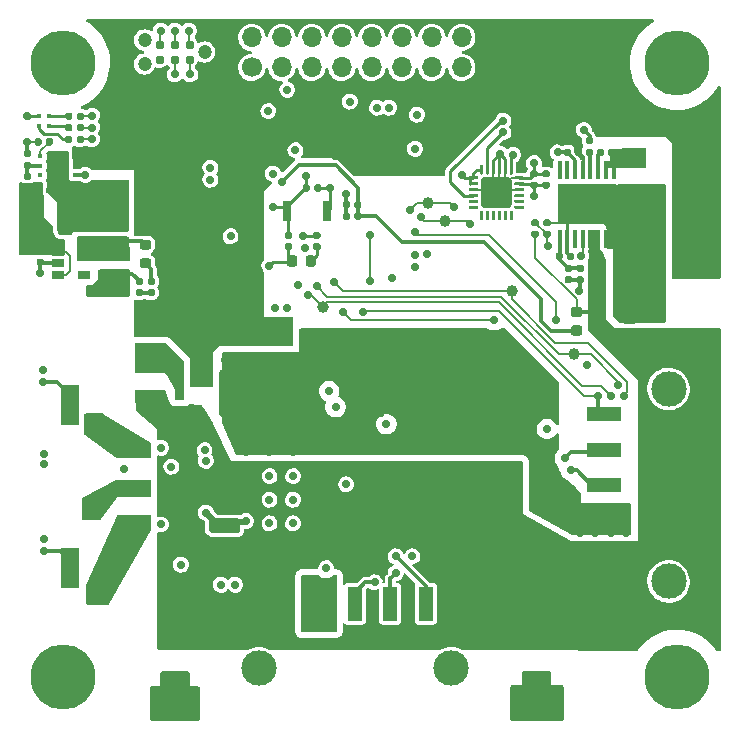
<source format=gtl>
G04 #@! TF.GenerationSoftware,KiCad,Pcbnew,5.99.0-unknown-dd374e12a~102~ubuntu20.04.1*
G04 #@! TF.CreationDate,2020-12-04T17:09:38-08:00*
G04 #@! TF.ProjectId,BLDC,424c4443-2e6b-4696-9361-645f70636258,rev?*
G04 #@! TF.SameCoordinates,Original*
G04 #@! TF.FileFunction,Copper,L1,Top*
G04 #@! TF.FilePolarity,Positive*
%FSLAX46Y46*%
G04 Gerber Fmt 4.6, Leading zero omitted, Abs format (unit mm)*
G04 Created by KiCad (PCBNEW 5.99.0-unknown-dd374e12a~102~ubuntu20.04.1) date 2020-12-04 17:09:38*
%MOMM*%
%LPD*%
G01*
G04 APERTURE LIST*
G04 #@! TA.AperFunction,SMDPad,CuDef*
%ADD10R,5.000000X3.400000*%
G04 #@! TD*
G04 #@! TA.AperFunction,SMDPad,CuDef*
%ADD11R,0.450000X1.500000*%
G04 #@! TD*
G04 #@! TA.AperFunction,SMDPad,CuDef*
%ADD12R,2.000000X1.700000*%
G04 #@! TD*
G04 #@! TA.AperFunction,SMDPad,CuDef*
%ADD13R,0.450000X0.450000*%
G04 #@! TD*
G04 #@! TA.AperFunction,ComponentPad*
%ADD14C,5.500000*%
G04 #@! TD*
G04 #@! TA.AperFunction,SMDPad,CuDef*
%ADD15R,1.060000X0.650000*%
G04 #@! TD*
G04 #@! TA.AperFunction,SMDPad,CuDef*
%ADD16R,2.920000X1.270000*%
G04 #@! TD*
G04 #@! TA.AperFunction,SMDPad,CuDef*
%ADD17R,1.650000X3.430000*%
G04 #@! TD*
G04 #@! TA.AperFunction,SMDPad,CuDef*
%ADD18R,0.800000X1.700000*%
G04 #@! TD*
G04 #@! TA.AperFunction,SMDPad,CuDef*
%ADD19R,1.270000X2.920000*%
G04 #@! TD*
G04 #@! TA.AperFunction,ComponentPad*
%ADD20C,3.000000*%
G04 #@! TD*
G04 #@! TA.AperFunction,ComponentPad*
%ADD21C,1.200000*%
G04 #@! TD*
G04 #@! TA.AperFunction,SMDPad,CuDef*
%ADD22C,0.790000*%
G04 #@! TD*
G04 #@! TA.AperFunction,SMDPad,CuDef*
%ADD23C,1.000000*%
G04 #@! TD*
G04 #@! TA.AperFunction,ComponentPad*
%ADD24O,1.700000X1.700000*%
G04 #@! TD*
G04 #@! TA.AperFunction,ComponentPad*
%ADD25C,1.700000*%
G04 #@! TD*
G04 #@! TA.AperFunction,ComponentPad*
%ADD26C,0.800000*%
G04 #@! TD*
G04 #@! TA.AperFunction,SMDPad,CuDef*
%ADD27R,0.450000X0.400000*%
G04 #@! TD*
G04 #@! TA.AperFunction,SMDPad,CuDef*
%ADD28R,0.800000X1.900000*%
G04 #@! TD*
G04 #@! TA.AperFunction,ViaPad*
%ADD29C,0.740000*%
G04 #@! TD*
G04 #@! TA.AperFunction,ViaPad*
%ADD30C,0.736700*%
G04 #@! TD*
G04 #@! TA.AperFunction,Conductor*
%ADD31C,0.177800*%
G04 #@! TD*
G04 #@! TA.AperFunction,Conductor*
%ADD32C,0.250000*%
G04 #@! TD*
G04 #@! TA.AperFunction,Conductor*
%ADD33C,0.300000*%
G04 #@! TD*
G04 #@! TA.AperFunction,Conductor*
%ADD34C,0.500000*%
G04 #@! TD*
G04 APERTURE END LIST*
G04 #@! TA.AperFunction,SMDPad,CuDef*
G36*
G01*
X162307500Y-93240000D02*
X162652500Y-93240000D01*
G75*
G02*
X162800000Y-93387500I0J-147500D01*
G01*
X162800000Y-93682500D01*
G75*
G02*
X162652500Y-93830000I-147500J0D01*
G01*
X162307500Y-93830000D01*
G75*
G02*
X162160000Y-93682500I0J147500D01*
G01*
X162160000Y-93387500D01*
G75*
G02*
X162307500Y-93240000I147500J0D01*
G01*
G37*
G04 #@! TD.AperFunction*
G04 #@! TA.AperFunction,SMDPad,CuDef*
G36*
G01*
X162307500Y-92270000D02*
X162652500Y-92270000D01*
G75*
G02*
X162800000Y-92417500I0J-147500D01*
G01*
X162800000Y-92712500D01*
G75*
G02*
X162652500Y-92860000I-147500J0D01*
G01*
X162307500Y-92860000D01*
G75*
G02*
X162160000Y-92712500I0J147500D01*
G01*
X162160000Y-92417500D01*
G75*
G02*
X162307500Y-92270000I147500J0D01*
G01*
G37*
G04 #@! TD.AperFunction*
G04 #@! TA.AperFunction,SMDPad,CuDef*
G36*
G01*
X163317500Y-92270000D02*
X163662500Y-92270000D01*
G75*
G02*
X163810000Y-92417500I0J-147500D01*
G01*
X163810000Y-92712500D01*
G75*
G02*
X163662500Y-92860000I-147500J0D01*
G01*
X163317500Y-92860000D01*
G75*
G02*
X163170000Y-92712500I0J147500D01*
G01*
X163170000Y-92417500D01*
G75*
G02*
X163317500Y-92270000I147500J0D01*
G01*
G37*
G04 #@! TD.AperFunction*
G04 #@! TA.AperFunction,SMDPad,CuDef*
G36*
G01*
X163317500Y-93240000D02*
X163662500Y-93240000D01*
G75*
G02*
X163810000Y-93387500I0J-147500D01*
G01*
X163810000Y-93682500D01*
G75*
G02*
X163662500Y-93830000I-147500J0D01*
G01*
X163317500Y-93830000D01*
G75*
G02*
X163170000Y-93682500I0J147500D01*
G01*
X163170000Y-93387500D01*
G75*
G02*
X163317500Y-93240000I147500J0D01*
G01*
G37*
G04 #@! TD.AperFunction*
G04 #@! TA.AperFunction,SMDPad,CuDef*
G36*
G01*
X142350000Y-95543750D02*
X142350000Y-96056250D01*
G75*
G02*
X142131250Y-96275000I-218750J0D01*
G01*
X141693750Y-96275000D01*
G75*
G02*
X141475000Y-96056250I0J218750D01*
G01*
X141475000Y-95543750D01*
G75*
G02*
X141693750Y-95325000I218750J0D01*
G01*
X142131250Y-95325000D01*
G75*
G02*
X142350000Y-95543750I0J-218750D01*
G01*
G37*
G04 #@! TD.AperFunction*
G04 #@! TA.AperFunction,SMDPad,CuDef*
G36*
G01*
X143925000Y-95543750D02*
X143925000Y-96056250D01*
G75*
G02*
X143706250Y-96275000I-218750J0D01*
G01*
X143268750Y-96275000D01*
G75*
G02*
X143050000Y-96056250I0J218750D01*
G01*
X143050000Y-95543750D01*
G75*
G02*
X143268750Y-95325000I218750J0D01*
G01*
X143706250Y-95325000D01*
G75*
G02*
X143925000Y-95543750I0J-218750D01*
G01*
G37*
G04 #@! TD.AperFunction*
G04 #@! TA.AperFunction,SMDPad,CuDef*
G36*
G01*
X129756250Y-94850000D02*
X129243750Y-94850000D01*
G75*
G02*
X129025000Y-94631250I0J218750D01*
G01*
X129025000Y-94193750D01*
G75*
G02*
X129243750Y-93975000I218750J0D01*
G01*
X129756250Y-93975000D01*
G75*
G02*
X129975000Y-94193750I0J-218750D01*
G01*
X129975000Y-94631250D01*
G75*
G02*
X129756250Y-94850000I-218750J0D01*
G01*
G37*
G04 #@! TD.AperFunction*
G04 #@! TA.AperFunction,SMDPad,CuDef*
G36*
G01*
X129756250Y-96425000D02*
X129243750Y-96425000D01*
G75*
G02*
X129025000Y-96206250I0J218750D01*
G01*
X129025000Y-95768750D01*
G75*
G02*
X129243750Y-95550000I218750J0D01*
G01*
X129756250Y-95550000D01*
G75*
G02*
X129975000Y-95768750I0J-218750D01*
G01*
X129975000Y-96206250D01*
G75*
G02*
X129756250Y-96425000I-218750J0D01*
G01*
G37*
G04 #@! TD.AperFunction*
D10*
X166851329Y-91000000D03*
D11*
X164576329Y-88100000D03*
X164576329Y-93900000D03*
X165226329Y-88100000D03*
X165226329Y-93900000D03*
X165876329Y-88100000D03*
X165876329Y-93900000D03*
X166526329Y-88100000D03*
X166526329Y-93900000D03*
X167176329Y-88100000D03*
X167176329Y-93900000D03*
X167826329Y-88100000D03*
X167826329Y-93900000D03*
X168476329Y-88100000D03*
X168476329Y-93900000D03*
X169126329Y-88100000D03*
X169126329Y-93900000D03*
D12*
X176900000Y-87100000D03*
X170900000Y-87100000D03*
G04 #@! TA.AperFunction,SMDPad,CuDef*
G36*
G01*
X138000000Y-109000000D02*
X136000000Y-109000000D01*
G75*
G02*
X135750000Y-108750000I0J250000D01*
G01*
X135750000Y-105250000D01*
G75*
G02*
X136000000Y-105000000I250000J0D01*
G01*
X138000000Y-105000000D01*
G75*
G02*
X138250000Y-105250000I0J-250000D01*
G01*
X138250000Y-108750000D01*
G75*
G02*
X138000000Y-109000000I-250000J0D01*
G01*
G37*
G04 #@! TD.AperFunction*
G04 #@! TA.AperFunction,SMDPad,CuDef*
G36*
G01*
X138000000Y-117000000D02*
X136000000Y-117000000D01*
G75*
G02*
X135750000Y-116750000I0J250000D01*
G01*
X135750000Y-113250000D01*
G75*
G02*
X136000000Y-113000000I250000J0D01*
G01*
X138000000Y-113000000D01*
G75*
G02*
X138250000Y-113250000I0J-250000D01*
G01*
X138250000Y-116750000D01*
G75*
G02*
X138000000Y-117000000I-250000J0D01*
G01*
G37*
G04 #@! TD.AperFunction*
G04 #@! TA.AperFunction,SMDPad,CuDef*
G36*
G01*
X149500000Y-109000000D02*
X147500000Y-109000000D01*
G75*
G02*
X147250000Y-108750000I0J250000D01*
G01*
X147250000Y-105250000D01*
G75*
G02*
X147500000Y-105000000I250000J0D01*
G01*
X149500000Y-105000000D01*
G75*
G02*
X149750000Y-105250000I0J-250000D01*
G01*
X149750000Y-108750000D01*
G75*
G02*
X149500000Y-109000000I-250000J0D01*
G01*
G37*
G04 #@! TD.AperFunction*
G04 #@! TA.AperFunction,SMDPad,CuDef*
G36*
G01*
X149500000Y-117000000D02*
X147500000Y-117000000D01*
G75*
G02*
X147250000Y-116750000I0J250000D01*
G01*
X147250000Y-113250000D01*
G75*
G02*
X147500000Y-113000000I250000J0D01*
G01*
X149500000Y-113000000D01*
G75*
G02*
X149750000Y-113250000I0J-250000D01*
G01*
X149750000Y-116750000D01*
G75*
G02*
X149500000Y-117000000I-250000J0D01*
G01*
G37*
G04 #@! TD.AperFunction*
G04 #@! TA.AperFunction,SMDPad,CuDef*
G36*
G01*
X161000000Y-109000000D02*
X159000000Y-109000000D01*
G75*
G02*
X158750000Y-108750000I0J250000D01*
G01*
X158750000Y-105250000D01*
G75*
G02*
X159000000Y-105000000I250000J0D01*
G01*
X161000000Y-105000000D01*
G75*
G02*
X161250000Y-105250000I0J-250000D01*
G01*
X161250000Y-108750000D01*
G75*
G02*
X161000000Y-109000000I-250000J0D01*
G01*
G37*
G04 #@! TD.AperFunction*
G04 #@! TA.AperFunction,SMDPad,CuDef*
G36*
G01*
X161000000Y-117000000D02*
X159000000Y-117000000D01*
G75*
G02*
X158750000Y-116750000I0J250000D01*
G01*
X158750000Y-113250000D01*
G75*
G02*
X159000000Y-113000000I250000J0D01*
G01*
X161000000Y-113000000D01*
G75*
G02*
X161250000Y-113250000I0J-250000D01*
G01*
X161250000Y-116750000D01*
G75*
G02*
X161000000Y-117000000I-250000J0D01*
G01*
G37*
G04 #@! TD.AperFunction*
G04 #@! TA.AperFunction,SMDPad,CuDef*
G36*
G01*
X131000000Y-130500000D02*
X133000000Y-130500000D01*
G75*
G02*
X133250000Y-130750000I0J-250000D01*
G01*
X133250000Y-134250000D01*
G75*
G02*
X133000000Y-134500000I-250000J0D01*
G01*
X131000000Y-134500000D01*
G75*
G02*
X130750000Y-134250000I0J250000D01*
G01*
X130750000Y-130750000D01*
G75*
G02*
X131000000Y-130500000I250000J0D01*
G01*
G37*
G04 #@! TD.AperFunction*
G04 #@! TA.AperFunction,SMDPad,CuDef*
G36*
G01*
X131000000Y-122500000D02*
X133000000Y-122500000D01*
G75*
G02*
X133250000Y-122750000I0J-250000D01*
G01*
X133250000Y-126250000D01*
G75*
G02*
X133000000Y-126500000I-250000J0D01*
G01*
X131000000Y-126500000D01*
G75*
G02*
X130750000Y-126250000I0J250000D01*
G01*
X130750000Y-122750000D01*
G75*
G02*
X131000000Y-122500000I250000J0D01*
G01*
G37*
G04 #@! TD.AperFunction*
G04 #@! TA.AperFunction,SMDPad,CuDef*
G36*
G01*
X161600000Y-130500000D02*
X163600000Y-130500000D01*
G75*
G02*
X163850000Y-130750000I0J-250000D01*
G01*
X163850000Y-134250000D01*
G75*
G02*
X163600000Y-134500000I-250000J0D01*
G01*
X161600000Y-134500000D01*
G75*
G02*
X161350000Y-134250000I0J250000D01*
G01*
X161350000Y-130750000D01*
G75*
G02*
X161600000Y-130500000I250000J0D01*
G01*
G37*
G04 #@! TD.AperFunction*
G04 #@! TA.AperFunction,SMDPad,CuDef*
G36*
G01*
X161600000Y-122500000D02*
X163600000Y-122500000D01*
G75*
G02*
X163850000Y-122750000I0J-250000D01*
G01*
X163850000Y-126250000D01*
G75*
G02*
X163600000Y-126500000I-250000J0D01*
G01*
X161600000Y-126500000D01*
G75*
G02*
X161350000Y-126250000I0J250000D01*
G01*
X161350000Y-122750000D01*
G75*
G02*
X161600000Y-122500000I250000J0D01*
G01*
G37*
G04 #@! TD.AperFunction*
G04 #@! TA.AperFunction,SMDPad,CuDef*
G36*
G01*
X122720000Y-84672500D02*
X122720000Y-84327500D01*
G75*
G02*
X122867500Y-84180000I147500J0D01*
G01*
X123162500Y-84180000D01*
G75*
G02*
X123310000Y-84327500I0J-147500D01*
G01*
X123310000Y-84672500D01*
G75*
G02*
X123162500Y-84820000I-147500J0D01*
G01*
X122867500Y-84820000D01*
G75*
G02*
X122720000Y-84672500I0J147500D01*
G01*
G37*
G04 #@! TD.AperFunction*
G04 #@! TA.AperFunction,SMDPad,CuDef*
G36*
G01*
X123690000Y-84672500D02*
X123690000Y-84327500D01*
G75*
G02*
X123837500Y-84180000I147500J0D01*
G01*
X124132500Y-84180000D01*
G75*
G02*
X124280000Y-84327500I0J-147500D01*
G01*
X124280000Y-84672500D01*
G75*
G02*
X124132500Y-84820000I-147500J0D01*
G01*
X123837500Y-84820000D01*
G75*
G02*
X123690000Y-84672500I0J147500D01*
G01*
G37*
G04 #@! TD.AperFunction*
G04 #@! TA.AperFunction,SMDPad,CuDef*
G36*
G01*
X122720000Y-85672500D02*
X122720000Y-85327500D01*
G75*
G02*
X122867500Y-85180000I147500J0D01*
G01*
X123162500Y-85180000D01*
G75*
G02*
X123310000Y-85327500I0J-147500D01*
G01*
X123310000Y-85672500D01*
G75*
G02*
X123162500Y-85820000I-147500J0D01*
G01*
X122867500Y-85820000D01*
G75*
G02*
X122720000Y-85672500I0J147500D01*
G01*
G37*
G04 #@! TD.AperFunction*
G04 #@! TA.AperFunction,SMDPad,CuDef*
G36*
G01*
X123690000Y-85672500D02*
X123690000Y-85327500D01*
G75*
G02*
X123837500Y-85180000I147500J0D01*
G01*
X124132500Y-85180000D01*
G75*
G02*
X124280000Y-85327500I0J-147500D01*
G01*
X124280000Y-85672500D01*
G75*
G02*
X124132500Y-85820000I-147500J0D01*
G01*
X123837500Y-85820000D01*
G75*
G02*
X123690000Y-85672500I0J147500D01*
G01*
G37*
G04 #@! TD.AperFunction*
G04 #@! TA.AperFunction,SMDPad,CuDef*
G36*
G01*
X129827500Y-97220000D02*
X130172500Y-97220000D01*
G75*
G02*
X130320000Y-97367500I0J-147500D01*
G01*
X130320000Y-97662500D01*
G75*
G02*
X130172500Y-97810000I-147500J0D01*
G01*
X129827500Y-97810000D01*
G75*
G02*
X129680000Y-97662500I0J147500D01*
G01*
X129680000Y-97367500D01*
G75*
G02*
X129827500Y-97220000I147500J0D01*
G01*
G37*
G04 #@! TD.AperFunction*
G04 #@! TA.AperFunction,SMDPad,CuDef*
G36*
G01*
X129827500Y-98190000D02*
X130172500Y-98190000D01*
G75*
G02*
X130320000Y-98337500I0J-147500D01*
G01*
X130320000Y-98632500D01*
G75*
G02*
X130172500Y-98780000I-147500J0D01*
G01*
X129827500Y-98780000D01*
G75*
G02*
X129680000Y-98632500I0J147500D01*
G01*
X129680000Y-98337500D01*
G75*
G02*
X129827500Y-98190000I147500J0D01*
G01*
G37*
G04 #@! TD.AperFunction*
G04 #@! TA.AperFunction,SMDPad,CuDef*
G36*
G01*
X141427500Y-93320000D02*
X141772500Y-93320000D01*
G75*
G02*
X141920000Y-93467500I0J-147500D01*
G01*
X141920000Y-93762500D01*
G75*
G02*
X141772500Y-93910000I-147500J0D01*
G01*
X141427500Y-93910000D01*
G75*
G02*
X141280000Y-93762500I0J147500D01*
G01*
X141280000Y-93467500D01*
G75*
G02*
X141427500Y-93320000I147500J0D01*
G01*
G37*
G04 #@! TD.AperFunction*
G04 #@! TA.AperFunction,SMDPad,CuDef*
G36*
G01*
X141427500Y-94290000D02*
X141772500Y-94290000D01*
G75*
G02*
X141920000Y-94437500I0J-147500D01*
G01*
X141920000Y-94732500D01*
G75*
G02*
X141772500Y-94880000I-147500J0D01*
G01*
X141427500Y-94880000D01*
G75*
G02*
X141280000Y-94732500I0J147500D01*
G01*
X141280000Y-94437500D01*
G75*
G02*
X141427500Y-94290000I147500J0D01*
G01*
G37*
G04 #@! TD.AperFunction*
G04 #@! TA.AperFunction,SMDPad,CuDef*
G36*
G01*
X122720000Y-83712220D02*
X122720000Y-83367220D01*
G75*
G02*
X122867500Y-83219720I147500J0D01*
G01*
X123162500Y-83219720D01*
G75*
G02*
X123310000Y-83367220I0J-147500D01*
G01*
X123310000Y-83712220D01*
G75*
G02*
X123162500Y-83859720I-147500J0D01*
G01*
X122867500Y-83859720D01*
G75*
G02*
X122720000Y-83712220I0J147500D01*
G01*
G37*
G04 #@! TD.AperFunction*
G04 #@! TA.AperFunction,SMDPad,CuDef*
G36*
G01*
X123690000Y-83712220D02*
X123690000Y-83367220D01*
G75*
G02*
X123837500Y-83219720I147500J0D01*
G01*
X124132500Y-83219720D01*
G75*
G02*
X124280000Y-83367220I0J-147500D01*
G01*
X124280000Y-83712220D01*
G75*
G02*
X124132500Y-83859720I-147500J0D01*
G01*
X123837500Y-83859720D01*
G75*
G02*
X123690000Y-83712220I0J147500D01*
G01*
G37*
G04 #@! TD.AperFunction*
G04 #@! TA.AperFunction,SMDPad,CuDef*
G36*
G01*
X144172500Y-93910000D02*
X143827500Y-93910000D01*
G75*
G02*
X143680000Y-93762500I0J147500D01*
G01*
X143680000Y-93467500D01*
G75*
G02*
X143827500Y-93320000I147500J0D01*
G01*
X144172500Y-93320000D01*
G75*
G02*
X144320000Y-93467500I0J-147500D01*
G01*
X144320000Y-93762500D01*
G75*
G02*
X144172500Y-93910000I-147500J0D01*
G01*
G37*
G04 #@! TD.AperFunction*
G04 #@! TA.AperFunction,SMDPad,CuDef*
G36*
G01*
X144172500Y-94880000D02*
X143827500Y-94880000D01*
G75*
G02*
X143680000Y-94732500I0J147500D01*
G01*
X143680000Y-94437500D01*
G75*
G02*
X143827500Y-94290000I147500J0D01*
G01*
X144172500Y-94290000D01*
G75*
G02*
X144320000Y-94437500I0J-147500D01*
G01*
X144320000Y-94732500D01*
G75*
G02*
X144172500Y-94880000I-147500J0D01*
G01*
G37*
G04 #@! TD.AperFunction*
G04 #@! TA.AperFunction,SMDPad,CuDef*
G36*
G01*
X147780000Y-91827500D02*
X147780000Y-92172500D01*
G75*
G02*
X147632500Y-92320000I-147500J0D01*
G01*
X147337500Y-92320000D01*
G75*
G02*
X147190000Y-92172500I0J147500D01*
G01*
X147190000Y-91827500D01*
G75*
G02*
X147337500Y-91680000I147500J0D01*
G01*
X147632500Y-91680000D01*
G75*
G02*
X147780000Y-91827500I0J-147500D01*
G01*
G37*
G04 #@! TD.AperFunction*
G04 #@! TA.AperFunction,SMDPad,CuDef*
G36*
G01*
X146810000Y-91827500D02*
X146810000Y-92172500D01*
G75*
G02*
X146662500Y-92320000I-147500J0D01*
G01*
X146367500Y-92320000D01*
G75*
G02*
X146220000Y-92172500I0J147500D01*
G01*
X146220000Y-91827500D01*
G75*
G02*
X146367500Y-91680000I147500J0D01*
G01*
X146662500Y-91680000D01*
G75*
G02*
X146810000Y-91827500I0J-147500D01*
G01*
G37*
G04 #@! TD.AperFunction*
G04 #@! TA.AperFunction,SMDPad,CuDef*
G36*
G01*
X120772500Y-95210000D02*
X120427500Y-95210000D01*
G75*
G02*
X120280000Y-95062500I0J147500D01*
G01*
X120280000Y-94767500D01*
G75*
G02*
X120427500Y-94620000I147500J0D01*
G01*
X120772500Y-94620000D01*
G75*
G02*
X120920000Y-94767500I0J-147500D01*
G01*
X120920000Y-95062500D01*
G75*
G02*
X120772500Y-95210000I-147500J0D01*
G01*
G37*
G04 #@! TD.AperFunction*
G04 #@! TA.AperFunction,SMDPad,CuDef*
G36*
G01*
X120772500Y-96180000D02*
X120427500Y-96180000D01*
G75*
G02*
X120280000Y-96032500I0J147500D01*
G01*
X120280000Y-95737500D01*
G75*
G02*
X120427500Y-95590000I147500J0D01*
G01*
X120772500Y-95590000D01*
G75*
G02*
X120920000Y-95737500I0J-147500D01*
G01*
X120920000Y-96032500D01*
G75*
G02*
X120772500Y-96180000I-147500J0D01*
G01*
G37*
G04 #@! TD.AperFunction*
G04 #@! TA.AperFunction,SMDPad,CuDef*
G36*
G01*
X147190000Y-91193780D02*
X147190000Y-90848780D01*
G75*
G02*
X147337500Y-90701280I147500J0D01*
G01*
X147632500Y-90701280D01*
G75*
G02*
X147780000Y-90848780I0J-147500D01*
G01*
X147780000Y-91193780D01*
G75*
G02*
X147632500Y-91341280I-147500J0D01*
G01*
X147337500Y-91341280D01*
G75*
G02*
X147190000Y-91193780I0J147500D01*
G01*
G37*
G04 #@! TD.AperFunction*
G04 #@! TA.AperFunction,SMDPad,CuDef*
G36*
G01*
X146220000Y-91193780D02*
X146220000Y-90848780D01*
G75*
G02*
X146367500Y-90701280I147500J0D01*
G01*
X146662500Y-90701280D01*
G75*
G02*
X146810000Y-90848780I0J-147500D01*
G01*
X146810000Y-91193780D01*
G75*
G02*
X146662500Y-91341280I-147500J0D01*
G01*
X146367500Y-91341280D01*
G75*
G02*
X146220000Y-91193780I0J147500D01*
G01*
G37*
G04 #@! TD.AperFunction*
G04 #@! TA.AperFunction,SMDPad,CuDef*
G36*
G01*
X163227500Y-89090000D02*
X163572500Y-89090000D01*
G75*
G02*
X163720000Y-89237500I0J-147500D01*
G01*
X163720000Y-89532500D01*
G75*
G02*
X163572500Y-89680000I-147500J0D01*
G01*
X163227500Y-89680000D01*
G75*
G02*
X163080000Y-89532500I0J147500D01*
G01*
X163080000Y-89237500D01*
G75*
G02*
X163227500Y-89090000I147500J0D01*
G01*
G37*
G04 #@! TD.AperFunction*
G04 #@! TA.AperFunction,SMDPad,CuDef*
G36*
G01*
X163227500Y-88120000D02*
X163572500Y-88120000D01*
G75*
G02*
X163720000Y-88267500I0J-147500D01*
G01*
X163720000Y-88562500D01*
G75*
G02*
X163572500Y-88710000I-147500J0D01*
G01*
X163227500Y-88710000D01*
G75*
G02*
X163080000Y-88562500I0J147500D01*
G01*
X163080000Y-88267500D01*
G75*
G02*
X163227500Y-88120000I147500J0D01*
G01*
G37*
G04 #@! TD.AperFunction*
G04 #@! TA.AperFunction,SMDPad,CuDef*
G36*
G01*
X162227500Y-89090000D02*
X162572500Y-89090000D01*
G75*
G02*
X162720000Y-89237500I0J-147500D01*
G01*
X162720000Y-89532500D01*
G75*
G02*
X162572500Y-89680000I-147500J0D01*
G01*
X162227500Y-89680000D01*
G75*
G02*
X162080000Y-89532500I0J147500D01*
G01*
X162080000Y-89237500D01*
G75*
G02*
X162227500Y-89090000I147500J0D01*
G01*
G37*
G04 #@! TD.AperFunction*
G04 #@! TA.AperFunction,SMDPad,CuDef*
G36*
G01*
X162227500Y-88120000D02*
X162572500Y-88120000D01*
G75*
G02*
X162720000Y-88267500I0J-147500D01*
G01*
X162720000Y-88562500D01*
G75*
G02*
X162572500Y-88710000I-147500J0D01*
G01*
X162227500Y-88710000D01*
G75*
G02*
X162080000Y-88562500I0J147500D01*
G01*
X162080000Y-88267500D01*
G75*
G02*
X162227500Y-88120000I147500J0D01*
G01*
G37*
G04 #@! TD.AperFunction*
G04 #@! TA.AperFunction,SMDPad,CuDef*
G36*
G01*
X143410000Y-89427500D02*
X143410000Y-89772500D01*
G75*
G02*
X143262500Y-89920000I-147500J0D01*
G01*
X142967500Y-89920000D01*
G75*
G02*
X142820000Y-89772500I0J147500D01*
G01*
X142820000Y-89427500D01*
G75*
G02*
X142967500Y-89280000I147500J0D01*
G01*
X143262500Y-89280000D01*
G75*
G02*
X143410000Y-89427500I0J-147500D01*
G01*
G37*
G04 #@! TD.AperFunction*
G04 #@! TA.AperFunction,SMDPad,CuDef*
G36*
G01*
X144380000Y-89427500D02*
X144380000Y-89772500D01*
G75*
G02*
X144232500Y-89920000I-147500J0D01*
G01*
X143937500Y-89920000D01*
G75*
G02*
X143790000Y-89772500I0J147500D01*
G01*
X143790000Y-89427500D01*
G75*
G02*
X143937500Y-89280000I147500J0D01*
G01*
X144232500Y-89280000D01*
G75*
G02*
X144380000Y-89427500I0J-147500D01*
G01*
G37*
G04 #@! TD.AperFunction*
D13*
X120475000Y-83500000D03*
X121325000Y-83500000D03*
X121325000Y-84350000D03*
X120475000Y-84350000D03*
D14*
X122500000Y-131000000D03*
X174500000Y-131000000D03*
X122500000Y-79000000D03*
X174500000Y-79000000D03*
D15*
X122100000Y-95050000D03*
X122100000Y-96000000D03*
X122100000Y-96950000D03*
X124300000Y-96950000D03*
X124300000Y-95050000D03*
D16*
X128570000Y-111900000D03*
X128570000Y-114900000D03*
X128570000Y-117900000D03*
D17*
X123100000Y-121785000D03*
X123100000Y-108015000D03*
D18*
X141500000Y-91600000D03*
X144900000Y-91600000D03*
G04 #@! TA.AperFunction,SMDPad,CuDef*
G36*
G01*
X119672500Y-88910000D02*
X119327500Y-88910000D01*
G75*
G02*
X119180000Y-88762500I0J147500D01*
G01*
X119180000Y-88467500D01*
G75*
G02*
X119327500Y-88320000I147500J0D01*
G01*
X119672500Y-88320000D01*
G75*
G02*
X119820000Y-88467500I0J-147500D01*
G01*
X119820000Y-88762500D01*
G75*
G02*
X119672500Y-88910000I-147500J0D01*
G01*
G37*
G04 #@! TD.AperFunction*
G04 #@! TA.AperFunction,SMDPad,CuDef*
G36*
G01*
X119672500Y-89880000D02*
X119327500Y-89880000D01*
G75*
G02*
X119180000Y-89732500I0J147500D01*
G01*
X119180000Y-89437500D01*
G75*
G02*
X119327500Y-89290000I147500J0D01*
G01*
X119672500Y-89290000D01*
G75*
G02*
X119820000Y-89437500I0J-147500D01*
G01*
X119820000Y-89732500D01*
G75*
G02*
X119672500Y-89880000I-147500J0D01*
G01*
G37*
G04 #@! TD.AperFunction*
G04 #@! TA.AperFunction,SMDPad,CuDef*
G36*
G01*
X119672500Y-87010000D02*
X119327500Y-87010000D01*
G75*
G02*
X119180000Y-86862500I0J147500D01*
G01*
X119180000Y-86567500D01*
G75*
G02*
X119327500Y-86420000I147500J0D01*
G01*
X119672500Y-86420000D01*
G75*
G02*
X119820000Y-86567500I0J-147500D01*
G01*
X119820000Y-86862500D01*
G75*
G02*
X119672500Y-87010000I-147500J0D01*
G01*
G37*
G04 #@! TD.AperFunction*
G04 #@! TA.AperFunction,SMDPad,CuDef*
G36*
G01*
X119672500Y-87980000D02*
X119327500Y-87980000D01*
G75*
G02*
X119180000Y-87832500I0J147500D01*
G01*
X119180000Y-87537500D01*
G75*
G02*
X119327500Y-87390000I147500J0D01*
G01*
X119672500Y-87390000D01*
G75*
G02*
X119820000Y-87537500I0J-147500D01*
G01*
X119820000Y-87832500D01*
G75*
G02*
X119672500Y-87980000I-147500J0D01*
G01*
G37*
G04 #@! TD.AperFunction*
G04 #@! TA.AperFunction,SMDPad,CuDef*
G36*
G01*
X168325000Y-95525000D02*
X168325000Y-97675000D01*
G75*
G02*
X168075000Y-97925000I-250000J0D01*
G01*
X167325000Y-97925000D01*
G75*
G02*
X167075000Y-97675000I0J250000D01*
G01*
X167075000Y-95525000D01*
G75*
G02*
X167325000Y-95275000I250000J0D01*
G01*
X168075000Y-95275000D01*
G75*
G02*
X168325000Y-95525000I0J-250000D01*
G01*
G37*
G04 #@! TD.AperFunction*
G04 #@! TA.AperFunction,SMDPad,CuDef*
G36*
G01*
X171125000Y-95525000D02*
X171125000Y-97675000D01*
G75*
G02*
X170875000Y-97925000I-250000J0D01*
G01*
X170125000Y-97925000D01*
G75*
G02*
X169875000Y-97675000I0J250000D01*
G01*
X169875000Y-95525000D01*
G75*
G02*
X170125000Y-95275000I250000J0D01*
G01*
X170875000Y-95275000D01*
G75*
G02*
X171125000Y-95525000I0J-250000D01*
G01*
G37*
G04 #@! TD.AperFunction*
D19*
X153230000Y-124820000D03*
X150230000Y-124820000D03*
X147230000Y-124820000D03*
X144230000Y-124820000D03*
X141230000Y-124820000D03*
D20*
X155380000Y-130290000D03*
X139080000Y-130290000D03*
D16*
X168320000Y-108770000D03*
X168320000Y-111770000D03*
X168320000Y-114770000D03*
X168320000Y-117770000D03*
X168320000Y-120770000D03*
D20*
X173790000Y-106620000D03*
X173790000Y-122920000D03*
D21*
X134500000Y-78100000D03*
X129420000Y-77084000D03*
X129420000Y-79116000D03*
D22*
X133230000Y-77465000D03*
X133230000Y-78735000D03*
X131960000Y-77465000D03*
X131960000Y-78735000D03*
X130690000Y-77465000D03*
X130690000Y-78735000D03*
G04 #@! TA.AperFunction,SMDPad,CuDef*
G36*
G01*
X135125000Y-120375000D02*
X137275000Y-120375000D01*
G75*
G02*
X137525000Y-120625000I0J-250000D01*
G01*
X137525000Y-121375000D01*
G75*
G02*
X137275000Y-121625000I-250000J0D01*
G01*
X135125000Y-121625000D01*
G75*
G02*
X134875000Y-121375000I0J250000D01*
G01*
X134875000Y-120625000D01*
G75*
G02*
X135125000Y-120375000I250000J0D01*
G01*
G37*
G04 #@! TD.AperFunction*
G04 #@! TA.AperFunction,SMDPad,CuDef*
G36*
G01*
X135125000Y-117575000D02*
X137275000Y-117575000D01*
G75*
G02*
X137525000Y-117825000I0J-250000D01*
G01*
X137525000Y-118575000D01*
G75*
G02*
X137275000Y-118825000I-250000J0D01*
G01*
X135125000Y-118825000D01*
G75*
G02*
X134875000Y-118575000I0J250000D01*
G01*
X134875000Y-117825000D01*
G75*
G02*
X135125000Y-117575000I250000J0D01*
G01*
G37*
G04 #@! TD.AperFunction*
G04 #@! TA.AperFunction,SMDPad,CuDef*
G36*
G01*
X128825000Y-106675000D02*
X130975000Y-106675000D01*
G75*
G02*
X131225000Y-106925000I0J-250000D01*
G01*
X131225000Y-107675000D01*
G75*
G02*
X130975000Y-107925000I-250000J0D01*
G01*
X128825000Y-107925000D01*
G75*
G02*
X128575000Y-107675000I0J250000D01*
G01*
X128575000Y-106925000D01*
G75*
G02*
X128825000Y-106675000I250000J0D01*
G01*
G37*
G04 #@! TD.AperFunction*
G04 #@! TA.AperFunction,SMDPad,CuDef*
G36*
G01*
X128825000Y-103875000D02*
X130975000Y-103875000D01*
G75*
G02*
X131225000Y-104125000I0J-250000D01*
G01*
X131225000Y-104875000D01*
G75*
G02*
X130975000Y-105125000I-250000J0D01*
G01*
X128825000Y-105125000D01*
G75*
G02*
X128575000Y-104875000I0J250000D01*
G01*
X128575000Y-104125000D01*
G75*
G02*
X128825000Y-103875000I250000J0D01*
G01*
G37*
G04 #@! TD.AperFunction*
G04 #@! TA.AperFunction,SMDPad,CuDef*
G36*
G01*
X160500000Y-88950000D02*
X160500000Y-91050000D01*
G75*
G02*
X160250000Y-91300000I-250000J0D01*
G01*
X158150000Y-91300000D01*
G75*
G02*
X157900000Y-91050000I0J250000D01*
G01*
X157900000Y-88950000D01*
G75*
G02*
X158150000Y-88700000I250000J0D01*
G01*
X160250000Y-88700000D01*
G75*
G02*
X160500000Y-88950000I0J-250000D01*
G01*
G37*
G04 #@! TD.AperFunction*
G04 #@! TA.AperFunction,SMDPad,CuDef*
G36*
G01*
X161550000Y-91187500D02*
X161550000Y-91312500D01*
G75*
G02*
X161487500Y-91375000I-62500J0D01*
G01*
X160787500Y-91375000D01*
G75*
G02*
X160725000Y-91312500I0J62500D01*
G01*
X160725000Y-91187500D01*
G75*
G02*
X160787500Y-91125000I62500J0D01*
G01*
X161487500Y-91125000D01*
G75*
G02*
X161550000Y-91187500I0J-62500D01*
G01*
G37*
G04 #@! TD.AperFunction*
G04 #@! TA.AperFunction,SMDPad,CuDef*
G36*
G01*
X161550000Y-90687500D02*
X161550000Y-90812500D01*
G75*
G02*
X161487500Y-90875000I-62500J0D01*
G01*
X160787500Y-90875000D01*
G75*
G02*
X160725000Y-90812500I0J62500D01*
G01*
X160725000Y-90687500D01*
G75*
G02*
X160787500Y-90625000I62500J0D01*
G01*
X161487500Y-90625000D01*
G75*
G02*
X161550000Y-90687500I0J-62500D01*
G01*
G37*
G04 #@! TD.AperFunction*
G04 #@! TA.AperFunction,SMDPad,CuDef*
G36*
G01*
X161550000Y-90187500D02*
X161550000Y-90312500D01*
G75*
G02*
X161487500Y-90375000I-62500J0D01*
G01*
X160787500Y-90375000D01*
G75*
G02*
X160725000Y-90312500I0J62500D01*
G01*
X160725000Y-90187500D01*
G75*
G02*
X160787500Y-90125000I62500J0D01*
G01*
X161487500Y-90125000D01*
G75*
G02*
X161550000Y-90187500I0J-62500D01*
G01*
G37*
G04 #@! TD.AperFunction*
G04 #@! TA.AperFunction,SMDPad,CuDef*
G36*
G01*
X161550000Y-89687500D02*
X161550000Y-89812500D01*
G75*
G02*
X161487500Y-89875000I-62500J0D01*
G01*
X160787500Y-89875000D01*
G75*
G02*
X160725000Y-89812500I0J62500D01*
G01*
X160725000Y-89687500D01*
G75*
G02*
X160787500Y-89625000I62500J0D01*
G01*
X161487500Y-89625000D01*
G75*
G02*
X161550000Y-89687500I0J-62500D01*
G01*
G37*
G04 #@! TD.AperFunction*
G04 #@! TA.AperFunction,SMDPad,CuDef*
G36*
G01*
X161550000Y-89187500D02*
X161550000Y-89312500D01*
G75*
G02*
X161487500Y-89375000I-62500J0D01*
G01*
X160787500Y-89375000D01*
G75*
G02*
X160725000Y-89312500I0J62500D01*
G01*
X160725000Y-89187500D01*
G75*
G02*
X160787500Y-89125000I62500J0D01*
G01*
X161487500Y-89125000D01*
G75*
G02*
X161550000Y-89187500I0J-62500D01*
G01*
G37*
G04 #@! TD.AperFunction*
G04 #@! TA.AperFunction,SMDPad,CuDef*
G36*
G01*
X161550000Y-88687500D02*
X161550000Y-88812500D01*
G75*
G02*
X161487500Y-88875000I-62500J0D01*
G01*
X160787500Y-88875000D01*
G75*
G02*
X160725000Y-88812500I0J62500D01*
G01*
X160725000Y-88687500D01*
G75*
G02*
X160787500Y-88625000I62500J0D01*
G01*
X161487500Y-88625000D01*
G75*
G02*
X161550000Y-88687500I0J-62500D01*
G01*
G37*
G04 #@! TD.AperFunction*
G04 #@! TA.AperFunction,SMDPad,CuDef*
G36*
G01*
X160575000Y-87712500D02*
X160575000Y-88412500D01*
G75*
G02*
X160512500Y-88475000I-62500J0D01*
G01*
X160387500Y-88475000D01*
G75*
G02*
X160325000Y-88412500I0J62500D01*
G01*
X160325000Y-87712500D01*
G75*
G02*
X160387500Y-87650000I62500J0D01*
G01*
X160512500Y-87650000D01*
G75*
G02*
X160575000Y-87712500I0J-62500D01*
G01*
G37*
G04 #@! TD.AperFunction*
G04 #@! TA.AperFunction,SMDPad,CuDef*
G36*
G01*
X160075000Y-87712500D02*
X160075000Y-88412500D01*
G75*
G02*
X160012500Y-88475000I-62500J0D01*
G01*
X159887500Y-88475000D01*
G75*
G02*
X159825000Y-88412500I0J62500D01*
G01*
X159825000Y-87712500D01*
G75*
G02*
X159887500Y-87650000I62500J0D01*
G01*
X160012500Y-87650000D01*
G75*
G02*
X160075000Y-87712500I0J-62500D01*
G01*
G37*
G04 #@! TD.AperFunction*
G04 #@! TA.AperFunction,SMDPad,CuDef*
G36*
G01*
X159575000Y-87712500D02*
X159575000Y-88412500D01*
G75*
G02*
X159512500Y-88475000I-62500J0D01*
G01*
X159387500Y-88475000D01*
G75*
G02*
X159325000Y-88412500I0J62500D01*
G01*
X159325000Y-87712500D01*
G75*
G02*
X159387500Y-87650000I62500J0D01*
G01*
X159512500Y-87650000D01*
G75*
G02*
X159575000Y-87712500I0J-62500D01*
G01*
G37*
G04 #@! TD.AperFunction*
G04 #@! TA.AperFunction,SMDPad,CuDef*
G36*
G01*
X159075000Y-87712500D02*
X159075000Y-88412500D01*
G75*
G02*
X159012500Y-88475000I-62500J0D01*
G01*
X158887500Y-88475000D01*
G75*
G02*
X158825000Y-88412500I0J62500D01*
G01*
X158825000Y-87712500D01*
G75*
G02*
X158887500Y-87650000I62500J0D01*
G01*
X159012500Y-87650000D01*
G75*
G02*
X159075000Y-87712500I0J-62500D01*
G01*
G37*
G04 #@! TD.AperFunction*
G04 #@! TA.AperFunction,SMDPad,CuDef*
G36*
G01*
X158575000Y-87712500D02*
X158575000Y-88412500D01*
G75*
G02*
X158512500Y-88475000I-62500J0D01*
G01*
X158387500Y-88475000D01*
G75*
G02*
X158325000Y-88412500I0J62500D01*
G01*
X158325000Y-87712500D01*
G75*
G02*
X158387500Y-87650000I62500J0D01*
G01*
X158512500Y-87650000D01*
G75*
G02*
X158575000Y-87712500I0J-62500D01*
G01*
G37*
G04 #@! TD.AperFunction*
G04 #@! TA.AperFunction,SMDPad,CuDef*
G36*
G01*
X158075000Y-87712500D02*
X158075000Y-88412500D01*
G75*
G02*
X158012500Y-88475000I-62500J0D01*
G01*
X157887500Y-88475000D01*
G75*
G02*
X157825000Y-88412500I0J62500D01*
G01*
X157825000Y-87712500D01*
G75*
G02*
X157887500Y-87650000I62500J0D01*
G01*
X158012500Y-87650000D01*
G75*
G02*
X158075000Y-87712500I0J-62500D01*
G01*
G37*
G04 #@! TD.AperFunction*
G04 #@! TA.AperFunction,SMDPad,CuDef*
G36*
G01*
X157675000Y-88687500D02*
X157675000Y-88812500D01*
G75*
G02*
X157612500Y-88875000I-62500J0D01*
G01*
X156912500Y-88875000D01*
G75*
G02*
X156850000Y-88812500I0J62500D01*
G01*
X156850000Y-88687500D01*
G75*
G02*
X156912500Y-88625000I62500J0D01*
G01*
X157612500Y-88625000D01*
G75*
G02*
X157675000Y-88687500I0J-62500D01*
G01*
G37*
G04 #@! TD.AperFunction*
G04 #@! TA.AperFunction,SMDPad,CuDef*
G36*
G01*
X157675000Y-89187500D02*
X157675000Y-89312500D01*
G75*
G02*
X157612500Y-89375000I-62500J0D01*
G01*
X156912500Y-89375000D01*
G75*
G02*
X156850000Y-89312500I0J62500D01*
G01*
X156850000Y-89187500D01*
G75*
G02*
X156912500Y-89125000I62500J0D01*
G01*
X157612500Y-89125000D01*
G75*
G02*
X157675000Y-89187500I0J-62500D01*
G01*
G37*
G04 #@! TD.AperFunction*
G04 #@! TA.AperFunction,SMDPad,CuDef*
G36*
G01*
X157675000Y-89687500D02*
X157675000Y-89812500D01*
G75*
G02*
X157612500Y-89875000I-62500J0D01*
G01*
X156912500Y-89875000D01*
G75*
G02*
X156850000Y-89812500I0J62500D01*
G01*
X156850000Y-89687500D01*
G75*
G02*
X156912500Y-89625000I62500J0D01*
G01*
X157612500Y-89625000D01*
G75*
G02*
X157675000Y-89687500I0J-62500D01*
G01*
G37*
G04 #@! TD.AperFunction*
G04 #@! TA.AperFunction,SMDPad,CuDef*
G36*
G01*
X157675000Y-90187500D02*
X157675000Y-90312500D01*
G75*
G02*
X157612500Y-90375000I-62500J0D01*
G01*
X156912500Y-90375000D01*
G75*
G02*
X156850000Y-90312500I0J62500D01*
G01*
X156850000Y-90187500D01*
G75*
G02*
X156912500Y-90125000I62500J0D01*
G01*
X157612500Y-90125000D01*
G75*
G02*
X157675000Y-90187500I0J-62500D01*
G01*
G37*
G04 #@! TD.AperFunction*
G04 #@! TA.AperFunction,SMDPad,CuDef*
G36*
G01*
X157675000Y-90687500D02*
X157675000Y-90812500D01*
G75*
G02*
X157612500Y-90875000I-62500J0D01*
G01*
X156912500Y-90875000D01*
G75*
G02*
X156850000Y-90812500I0J62500D01*
G01*
X156850000Y-90687500D01*
G75*
G02*
X156912500Y-90625000I62500J0D01*
G01*
X157612500Y-90625000D01*
G75*
G02*
X157675000Y-90687500I0J-62500D01*
G01*
G37*
G04 #@! TD.AperFunction*
G04 #@! TA.AperFunction,SMDPad,CuDef*
G36*
G01*
X157675000Y-91187500D02*
X157675000Y-91312500D01*
G75*
G02*
X157612500Y-91375000I-62500J0D01*
G01*
X156912500Y-91375000D01*
G75*
G02*
X156850000Y-91312500I0J62500D01*
G01*
X156850000Y-91187500D01*
G75*
G02*
X156912500Y-91125000I62500J0D01*
G01*
X157612500Y-91125000D01*
G75*
G02*
X157675000Y-91187500I0J-62500D01*
G01*
G37*
G04 #@! TD.AperFunction*
G04 #@! TA.AperFunction,SMDPad,CuDef*
G36*
G01*
X158075000Y-91587500D02*
X158075000Y-92287500D01*
G75*
G02*
X158012500Y-92350000I-62500J0D01*
G01*
X157887500Y-92350000D01*
G75*
G02*
X157825000Y-92287500I0J62500D01*
G01*
X157825000Y-91587500D01*
G75*
G02*
X157887500Y-91525000I62500J0D01*
G01*
X158012500Y-91525000D01*
G75*
G02*
X158075000Y-91587500I0J-62500D01*
G01*
G37*
G04 #@! TD.AperFunction*
G04 #@! TA.AperFunction,SMDPad,CuDef*
G36*
G01*
X158575000Y-91587500D02*
X158575000Y-92287500D01*
G75*
G02*
X158512500Y-92350000I-62500J0D01*
G01*
X158387500Y-92350000D01*
G75*
G02*
X158325000Y-92287500I0J62500D01*
G01*
X158325000Y-91587500D01*
G75*
G02*
X158387500Y-91525000I62500J0D01*
G01*
X158512500Y-91525000D01*
G75*
G02*
X158575000Y-91587500I0J-62500D01*
G01*
G37*
G04 #@! TD.AperFunction*
G04 #@! TA.AperFunction,SMDPad,CuDef*
G36*
G01*
X159075000Y-91587500D02*
X159075000Y-92287500D01*
G75*
G02*
X159012500Y-92350000I-62500J0D01*
G01*
X158887500Y-92350000D01*
G75*
G02*
X158825000Y-92287500I0J62500D01*
G01*
X158825000Y-91587500D01*
G75*
G02*
X158887500Y-91525000I62500J0D01*
G01*
X159012500Y-91525000D01*
G75*
G02*
X159075000Y-91587500I0J-62500D01*
G01*
G37*
G04 #@! TD.AperFunction*
G04 #@! TA.AperFunction,SMDPad,CuDef*
G36*
G01*
X159575000Y-91587500D02*
X159575000Y-92287500D01*
G75*
G02*
X159512500Y-92350000I-62500J0D01*
G01*
X159387500Y-92350000D01*
G75*
G02*
X159325000Y-92287500I0J62500D01*
G01*
X159325000Y-91587500D01*
G75*
G02*
X159387500Y-91525000I62500J0D01*
G01*
X159512500Y-91525000D01*
G75*
G02*
X159575000Y-91587500I0J-62500D01*
G01*
G37*
G04 #@! TD.AperFunction*
G04 #@! TA.AperFunction,SMDPad,CuDef*
G36*
G01*
X160075000Y-91587500D02*
X160075000Y-92287500D01*
G75*
G02*
X160012500Y-92350000I-62500J0D01*
G01*
X159887500Y-92350000D01*
G75*
G02*
X159825000Y-92287500I0J62500D01*
G01*
X159825000Y-91587500D01*
G75*
G02*
X159887500Y-91525000I62500J0D01*
G01*
X160012500Y-91525000D01*
G75*
G02*
X160075000Y-91587500I0J-62500D01*
G01*
G37*
G04 #@! TD.AperFunction*
G04 #@! TA.AperFunction,SMDPad,CuDef*
G36*
G01*
X160575000Y-91587500D02*
X160575000Y-92287500D01*
G75*
G02*
X160512500Y-92350000I-62500J0D01*
G01*
X160387500Y-92350000D01*
G75*
G02*
X160325000Y-92287500I0J62500D01*
G01*
X160325000Y-91587500D01*
G75*
G02*
X160387500Y-91525000I62500J0D01*
G01*
X160512500Y-91525000D01*
G75*
G02*
X160575000Y-91587500I0J-62500D01*
G01*
G37*
G04 #@! TD.AperFunction*
G04 #@! TA.AperFunction,SMDPad,CuDef*
G36*
G01*
X173025000Y-94925000D02*
X173025000Y-97075000D01*
G75*
G02*
X172775000Y-97325000I-250000J0D01*
G01*
X172025000Y-97325000D01*
G75*
G02*
X171775000Y-97075000I0J250000D01*
G01*
X171775000Y-94925000D01*
G75*
G02*
X172025000Y-94675000I250000J0D01*
G01*
X172775000Y-94675000D01*
G75*
G02*
X173025000Y-94925000I0J-250000D01*
G01*
G37*
G04 #@! TD.AperFunction*
G04 #@! TA.AperFunction,SMDPad,CuDef*
G36*
G01*
X175825000Y-94925000D02*
X175825000Y-97075000D01*
G75*
G02*
X175575000Y-97325000I-250000J0D01*
G01*
X174825000Y-97325000D01*
G75*
G02*
X174575000Y-97075000I0J250000D01*
G01*
X174575000Y-94925000D01*
G75*
G02*
X174825000Y-94675000I250000J0D01*
G01*
X175575000Y-94675000D01*
G75*
G02*
X175825000Y-94925000I0J-250000D01*
G01*
G37*
G04 #@! TD.AperFunction*
G04 #@! TA.AperFunction,SMDPad,CuDef*
G36*
G01*
X127075000Y-87725000D02*
X124925000Y-87725000D01*
G75*
G02*
X124675000Y-87475000I0J250000D01*
G01*
X124675000Y-86725000D01*
G75*
G02*
X124925000Y-86475000I250000J0D01*
G01*
X127075000Y-86475000D01*
G75*
G02*
X127325000Y-86725000I0J-250000D01*
G01*
X127325000Y-87475000D01*
G75*
G02*
X127075000Y-87725000I-250000J0D01*
G01*
G37*
G04 #@! TD.AperFunction*
G04 #@! TA.AperFunction,SMDPad,CuDef*
G36*
G01*
X127075000Y-90525000D02*
X124925000Y-90525000D01*
G75*
G02*
X124675000Y-90275000I0J250000D01*
G01*
X124675000Y-89525000D01*
G75*
G02*
X124925000Y-89275000I250000J0D01*
G01*
X127075000Y-89275000D01*
G75*
G02*
X127325000Y-89525000I0J-250000D01*
G01*
X127325000Y-90275000D01*
G75*
G02*
X127075000Y-90525000I-250000J0D01*
G01*
G37*
G04 #@! TD.AperFunction*
G04 #@! TA.AperFunction,SMDPad,CuDef*
G36*
G01*
X127975000Y-95825000D02*
X125825000Y-95825000D01*
G75*
G02*
X125575000Y-95575000I0J250000D01*
G01*
X125575000Y-94825000D01*
G75*
G02*
X125825000Y-94575000I250000J0D01*
G01*
X127975000Y-94575000D01*
G75*
G02*
X128225000Y-94825000I0J-250000D01*
G01*
X128225000Y-95575000D01*
G75*
G02*
X127975000Y-95825000I-250000J0D01*
G01*
G37*
G04 #@! TD.AperFunction*
G04 #@! TA.AperFunction,SMDPad,CuDef*
G36*
G01*
X127975000Y-98625000D02*
X125825000Y-98625000D01*
G75*
G02*
X125575000Y-98375000I0J250000D01*
G01*
X125575000Y-97625000D01*
G75*
G02*
X125825000Y-97375000I250000J0D01*
G01*
X127975000Y-97375000D01*
G75*
G02*
X128225000Y-97625000I0J-250000D01*
G01*
X128225000Y-98375000D01*
G75*
G02*
X127975000Y-98625000I-250000J0D01*
G01*
G37*
G04 #@! TD.AperFunction*
G04 #@! TA.AperFunction,SMDPad,CuDef*
G36*
G01*
X122075000Y-93375000D02*
X122075000Y-91225000D01*
G75*
G02*
X122325000Y-90975000I250000J0D01*
G01*
X123075000Y-90975000D01*
G75*
G02*
X123325000Y-91225000I0J-250000D01*
G01*
X123325000Y-93375000D01*
G75*
G02*
X123075000Y-93625000I-250000J0D01*
G01*
X122325000Y-93625000D01*
G75*
G02*
X122075000Y-93375000I0J250000D01*
G01*
G37*
G04 #@! TD.AperFunction*
G04 #@! TA.AperFunction,SMDPad,CuDef*
G36*
G01*
X119275000Y-93375000D02*
X119275000Y-91225000D01*
G75*
G02*
X119525000Y-90975000I250000J0D01*
G01*
X120275000Y-90975000D01*
G75*
G02*
X120525000Y-91225000I0J-250000D01*
G01*
X120525000Y-93375000D01*
G75*
G02*
X120275000Y-93625000I-250000J0D01*
G01*
X119525000Y-93625000D01*
G75*
G02*
X119275000Y-93375000I0J250000D01*
G01*
G37*
G04 #@! TD.AperFunction*
G04 #@! TA.AperFunction,SMDPad,CuDef*
G36*
G01*
X165743750Y-101250000D02*
X166256250Y-101250000D01*
G75*
G02*
X166475000Y-101468750I0J-218750D01*
G01*
X166475000Y-101906250D01*
G75*
G02*
X166256250Y-102125000I-218750J0D01*
G01*
X165743750Y-102125000D01*
G75*
G02*
X165525000Y-101906250I0J218750D01*
G01*
X165525000Y-101468750D01*
G75*
G02*
X165743750Y-101250000I218750J0D01*
G01*
G37*
G04 #@! TD.AperFunction*
G04 #@! TA.AperFunction,SMDPad,CuDef*
G36*
G01*
X165743750Y-99675000D02*
X166256250Y-99675000D01*
G75*
G02*
X166475000Y-99893750I0J-218750D01*
G01*
X166475000Y-100331250D01*
G75*
G02*
X166256250Y-100550000I-218750J0D01*
G01*
X165743750Y-100550000D01*
G75*
G02*
X165525000Y-100331250I0J218750D01*
G01*
X165525000Y-99893750D01*
G75*
G02*
X165743750Y-99675000I218750J0D01*
G01*
G37*
G04 #@! TD.AperFunction*
G04 #@! TA.AperFunction,SMDPad,CuDef*
G36*
G01*
X129172500Y-97810000D02*
X128827500Y-97810000D01*
G75*
G02*
X128680000Y-97662500I0J147500D01*
G01*
X128680000Y-97367500D01*
G75*
G02*
X128827500Y-97220000I147500J0D01*
G01*
X129172500Y-97220000D01*
G75*
G02*
X129320000Y-97367500I0J-147500D01*
G01*
X129320000Y-97662500D01*
G75*
G02*
X129172500Y-97810000I-147500J0D01*
G01*
G37*
G04 #@! TD.AperFunction*
G04 #@! TA.AperFunction,SMDPad,CuDef*
G36*
G01*
X129172500Y-98780000D02*
X128827500Y-98780000D01*
G75*
G02*
X128680000Y-98632500I0J147500D01*
G01*
X128680000Y-98337500D01*
G75*
G02*
X128827500Y-98190000I147500J0D01*
G01*
X129172500Y-98190000D01*
G75*
G02*
X129320000Y-98337500I0J-147500D01*
G01*
X129320000Y-98632500D01*
G75*
G02*
X129172500Y-98780000I-147500J0D01*
G01*
G37*
G04 #@! TD.AperFunction*
D23*
X165800000Y-103700000D03*
X160500000Y-98300000D03*
X144500000Y-99700000D03*
X153400000Y-90900000D03*
X154900000Y-92400000D03*
G04 #@! TA.AperFunction,SMDPad,CuDef*
G36*
G01*
X121090000Y-85872500D02*
X121090000Y-85527500D01*
G75*
G02*
X121237500Y-85380000I147500J0D01*
G01*
X121532500Y-85380000D01*
G75*
G02*
X121680000Y-85527500I0J-147500D01*
G01*
X121680000Y-85872500D01*
G75*
G02*
X121532500Y-86020000I-147500J0D01*
G01*
X121237500Y-86020000D01*
G75*
G02*
X121090000Y-85872500I0J147500D01*
G01*
G37*
G04 #@! TD.AperFunction*
G04 #@! TA.AperFunction,SMDPad,CuDef*
G36*
G01*
X120120000Y-85872500D02*
X120120000Y-85527500D01*
G75*
G02*
X120267500Y-85380000I147500J0D01*
G01*
X120562500Y-85380000D01*
G75*
G02*
X120710000Y-85527500I0J-147500D01*
G01*
X120710000Y-85872500D01*
G75*
G02*
X120562500Y-86020000I-147500J0D01*
G01*
X120267500Y-86020000D01*
G75*
G02*
X120120000Y-85872500I0J147500D01*
G01*
G37*
G04 #@! TD.AperFunction*
D24*
X156280000Y-76860000D03*
X156280000Y-79400000D03*
X153740000Y-76860000D03*
X153740000Y-79400000D03*
X151200000Y-76860000D03*
X151200000Y-79400000D03*
X148660000Y-76860000D03*
X148660000Y-79400000D03*
X146120000Y-76860000D03*
X146120000Y-79400000D03*
X143580000Y-76860000D03*
X143580000Y-79400000D03*
X141040000Y-76860000D03*
X141040000Y-79400000D03*
X138500000Y-76860000D03*
D25*
X138500000Y-79400000D03*
D26*
X122630000Y-88130000D03*
X121530000Y-88130000D03*
D27*
X120605000Y-89330000D03*
X123555000Y-89330000D03*
X120605000Y-88530000D03*
X123555000Y-88530000D03*
X120605000Y-87730000D03*
X123555000Y-87730000D03*
X120605000Y-86930000D03*
X123555000Y-86930000D03*
D28*
X121530000Y-88130000D03*
X122630000Y-88130000D03*
G04 #@! TA.AperFunction,SMDPad,CuDef*
G36*
G01*
X168690000Y-86772500D02*
X168690000Y-86427500D01*
G75*
G02*
X168837500Y-86280000I147500J0D01*
G01*
X169132500Y-86280000D01*
G75*
G02*
X169280000Y-86427500I0J-147500D01*
G01*
X169280000Y-86772500D01*
G75*
G02*
X169132500Y-86920000I-147500J0D01*
G01*
X168837500Y-86920000D01*
G75*
G02*
X168690000Y-86772500I0J147500D01*
G01*
G37*
G04 #@! TD.AperFunction*
G04 #@! TA.AperFunction,SMDPad,CuDef*
G36*
G01*
X167720000Y-86772500D02*
X167720000Y-86427500D01*
G75*
G02*
X167867500Y-86280000I147500J0D01*
G01*
X168162500Y-86280000D01*
G75*
G02*
X168310000Y-86427500I0J-147500D01*
G01*
X168310000Y-86772500D01*
G75*
G02*
X168162500Y-86920000I-147500J0D01*
G01*
X167867500Y-86920000D01*
G75*
G02*
X167720000Y-86772500I0J147500D01*
G01*
G37*
G04 #@! TD.AperFunction*
G04 #@! TA.AperFunction,SMDPad,CuDef*
G36*
G01*
X168325000Y-98725000D02*
X168325000Y-100875000D01*
G75*
G02*
X168075000Y-101125000I-250000J0D01*
G01*
X167325000Y-101125000D01*
G75*
G02*
X167075000Y-100875000I0J250000D01*
G01*
X167075000Y-98725000D01*
G75*
G02*
X167325000Y-98475000I250000J0D01*
G01*
X168075000Y-98475000D01*
G75*
G02*
X168325000Y-98725000I0J-250000D01*
G01*
G37*
G04 #@! TD.AperFunction*
G04 #@! TA.AperFunction,SMDPad,CuDef*
G36*
G01*
X171125000Y-98725000D02*
X171125000Y-100875000D01*
G75*
G02*
X170875000Y-101125000I-250000J0D01*
G01*
X170125000Y-101125000D01*
G75*
G02*
X169875000Y-100875000I0J250000D01*
G01*
X169875000Y-98725000D01*
G75*
G02*
X170125000Y-98475000I250000J0D01*
G01*
X170875000Y-98475000D01*
G75*
G02*
X171125000Y-98725000I0J-250000D01*
G01*
G37*
G04 #@! TD.AperFunction*
G04 #@! TA.AperFunction,SMDPad,CuDef*
G36*
G01*
X165127500Y-97090000D02*
X165472500Y-97090000D01*
G75*
G02*
X165620000Y-97237500I0J-147500D01*
G01*
X165620000Y-97532500D01*
G75*
G02*
X165472500Y-97680000I-147500J0D01*
G01*
X165127500Y-97680000D01*
G75*
G02*
X164980000Y-97532500I0J147500D01*
G01*
X164980000Y-97237500D01*
G75*
G02*
X165127500Y-97090000I147500J0D01*
G01*
G37*
G04 #@! TD.AperFunction*
G04 #@! TA.AperFunction,SMDPad,CuDef*
G36*
G01*
X165127500Y-96120000D02*
X165472500Y-96120000D01*
G75*
G02*
X165620000Y-96267500I0J-147500D01*
G01*
X165620000Y-96562500D01*
G75*
G02*
X165472500Y-96710000I-147500J0D01*
G01*
X165127500Y-96710000D01*
G75*
G02*
X164980000Y-96562500I0J147500D01*
G01*
X164980000Y-96267500D01*
G75*
G02*
X165127500Y-96120000I147500J0D01*
G01*
G37*
G04 #@! TD.AperFunction*
G04 #@! TA.AperFunction,SMDPad,CuDef*
G36*
G01*
X173025000Y-91725000D02*
X173025000Y-93875000D01*
G75*
G02*
X172775000Y-94125000I-250000J0D01*
G01*
X172025000Y-94125000D01*
G75*
G02*
X171775000Y-93875000I0J250000D01*
G01*
X171775000Y-91725000D01*
G75*
G02*
X172025000Y-91475000I250000J0D01*
G01*
X172775000Y-91475000D01*
G75*
G02*
X173025000Y-91725000I0J-250000D01*
G01*
G37*
G04 #@! TD.AperFunction*
G04 #@! TA.AperFunction,SMDPad,CuDef*
G36*
G01*
X175825000Y-91725000D02*
X175825000Y-93875000D01*
G75*
G02*
X175575000Y-94125000I-250000J0D01*
G01*
X174825000Y-94125000D01*
G75*
G02*
X174575000Y-93875000I0J250000D01*
G01*
X174575000Y-91725000D01*
G75*
G02*
X174825000Y-91475000I250000J0D01*
G01*
X175575000Y-91475000D01*
G75*
G02*
X175825000Y-91725000I0J-250000D01*
G01*
G37*
G04 #@! TD.AperFunction*
G04 #@! TA.AperFunction,SMDPad,CuDef*
G36*
G01*
X166472500Y-96710000D02*
X166127500Y-96710000D01*
G75*
G02*
X165980000Y-96562500I0J147500D01*
G01*
X165980000Y-96267500D01*
G75*
G02*
X166127500Y-96120000I147500J0D01*
G01*
X166472500Y-96120000D01*
G75*
G02*
X166620000Y-96267500I0J-147500D01*
G01*
X166620000Y-96562500D01*
G75*
G02*
X166472500Y-96710000I-147500J0D01*
G01*
G37*
G04 #@! TD.AperFunction*
G04 #@! TA.AperFunction,SMDPad,CuDef*
G36*
G01*
X166472500Y-97680000D02*
X166127500Y-97680000D01*
G75*
G02*
X165980000Y-97532500I0J147500D01*
G01*
X165980000Y-97237500D01*
G75*
G02*
X166127500Y-97090000I147500J0D01*
G01*
X166472500Y-97090000D01*
G75*
G02*
X166620000Y-97237500I0J-147500D01*
G01*
X166620000Y-97532500D01*
G75*
G02*
X166472500Y-97680000I-147500J0D01*
G01*
G37*
G04 #@! TD.AperFunction*
G04 #@! TA.AperFunction,SMDPad,CuDef*
G36*
G01*
X165190000Y-95572500D02*
X165190000Y-95227500D01*
G75*
G02*
X165337500Y-95080000I147500J0D01*
G01*
X165632500Y-95080000D01*
G75*
G02*
X165780000Y-95227500I0J-147500D01*
G01*
X165780000Y-95572500D01*
G75*
G02*
X165632500Y-95720000I-147500J0D01*
G01*
X165337500Y-95720000D01*
G75*
G02*
X165190000Y-95572500I0J147500D01*
G01*
G37*
G04 #@! TD.AperFunction*
G04 #@! TA.AperFunction,SMDPad,CuDef*
G36*
G01*
X164220000Y-95572500D02*
X164220000Y-95227500D01*
G75*
G02*
X164367500Y-95080000I147500J0D01*
G01*
X164662500Y-95080000D01*
G75*
G02*
X164810000Y-95227500I0J-147500D01*
G01*
X164810000Y-95572500D01*
G75*
G02*
X164662500Y-95720000I-147500J0D01*
G01*
X164367500Y-95720000D01*
G75*
G02*
X164220000Y-95572500I0J147500D01*
G01*
G37*
G04 #@! TD.AperFunction*
G04 #@! TA.AperFunction,SMDPad,CuDef*
G36*
G01*
X165495000Y-86427500D02*
X165495000Y-86772500D01*
G75*
G02*
X165347500Y-86920000I-147500J0D01*
G01*
X165052500Y-86920000D01*
G75*
G02*
X164905000Y-86772500I0J147500D01*
G01*
X164905000Y-86427500D01*
G75*
G02*
X165052500Y-86280000I147500J0D01*
G01*
X165347500Y-86280000D01*
G75*
G02*
X165495000Y-86427500I0J-147500D01*
G01*
G37*
G04 #@! TD.AperFunction*
G04 #@! TA.AperFunction,SMDPad,CuDef*
G36*
G01*
X166465000Y-86427500D02*
X166465000Y-86772500D01*
G75*
G02*
X166317500Y-86920000I-147500J0D01*
G01*
X166022500Y-86920000D01*
G75*
G02*
X165875000Y-86772500I0J147500D01*
G01*
X165875000Y-86427500D01*
G75*
G02*
X166022500Y-86280000I147500J0D01*
G01*
X166317500Y-86280000D01*
G75*
G02*
X166465000Y-86427500I0J-147500D01*
G01*
G37*
G04 #@! TD.AperFunction*
G04 #@! TA.AperFunction,SMDPad,CuDef*
G36*
G01*
X167272500Y-85910000D02*
X166927500Y-85910000D01*
G75*
G02*
X166780000Y-85762500I0J147500D01*
G01*
X166780000Y-85467500D01*
G75*
G02*
X166927500Y-85320000I147500J0D01*
G01*
X167272500Y-85320000D01*
G75*
G02*
X167420000Y-85467500I0J-147500D01*
G01*
X167420000Y-85762500D01*
G75*
G02*
X167272500Y-85910000I-147500J0D01*
G01*
G37*
G04 #@! TD.AperFunction*
G04 #@! TA.AperFunction,SMDPad,CuDef*
G36*
G01*
X167272500Y-86880000D02*
X166927500Y-86880000D01*
G75*
G02*
X166780000Y-86732500I0J147500D01*
G01*
X166780000Y-86437500D01*
G75*
G02*
X166927500Y-86290000I147500J0D01*
G01*
X167272500Y-86290000D01*
G75*
G02*
X167420000Y-86437500I0J-147500D01*
G01*
X167420000Y-86732500D01*
G75*
G02*
X167272500Y-86880000I-147500J0D01*
G01*
G37*
G04 #@! TD.AperFunction*
D29*
X166400000Y-95410000D03*
X163560000Y-94560000D03*
X124900000Y-124500000D03*
X124900000Y-123400000D03*
X124600000Y-117300000D03*
X124600000Y-116200000D03*
X124700000Y-110100000D03*
X124700000Y-109100000D03*
X125400000Y-117300000D03*
X125900000Y-124500000D03*
X156300000Y-88500000D03*
X162400000Y-90300000D03*
X162400000Y-87500000D03*
X166200000Y-98300000D03*
X159500000Y-86700000D03*
X160600000Y-86800000D03*
D30*
X157000000Y-92700000D03*
D29*
X146500000Y-90100000D03*
X140300000Y-91200000D03*
D30*
X164300000Y-100800000D03*
X166900000Y-104600000D03*
X152300000Y-93300000D03*
D29*
X173200000Y-100600000D03*
X172400000Y-90900000D03*
X171300000Y-92900000D03*
X172400000Y-97800000D03*
X170500000Y-94800000D03*
X171600000Y-99000000D03*
X171600000Y-100600000D03*
X164400000Y-86600000D03*
D30*
X134900000Y-105900000D03*
D29*
X176500000Y-96800000D03*
X146500000Y-114700000D03*
X125500000Y-110100000D03*
X125500000Y-109100000D03*
X130800000Y-111600000D03*
D30*
X134500000Y-111800000D03*
X134600000Y-112700000D03*
X138000000Y-117800000D03*
X132400000Y-107200000D03*
X132400000Y-109100000D03*
X132500000Y-121500000D03*
X132500000Y-120000000D03*
D29*
X137100000Y-123200000D03*
D30*
X135900000Y-123200000D03*
D29*
X134600000Y-117100000D03*
X130800000Y-118100000D03*
X127700000Y-113400000D03*
X120900000Y-120335000D03*
X120900000Y-119317187D03*
X120900000Y-113017803D03*
X120900000Y-112100000D03*
X120800000Y-105000000D03*
X120800000Y-106000000D03*
X125900000Y-123400000D03*
X125400000Y-116200000D03*
X132000000Y-80000000D03*
X148500000Y-93600000D03*
X142200000Y-86400000D03*
X141100000Y-89100000D03*
D30*
X164800000Y-92200000D03*
X164800000Y-91000000D03*
X164800000Y-89800000D03*
D29*
X143000000Y-94700000D03*
X142800000Y-93700000D03*
X145100000Y-89600000D03*
X140000000Y-96200000D03*
X125000000Y-85500000D03*
X125000000Y-84500000D03*
X125000000Y-83500000D03*
X119500000Y-83500000D03*
X140300000Y-88400000D03*
X136700000Y-93700000D03*
D30*
X119500000Y-85700000D03*
X139900000Y-83100000D03*
X135000000Y-88900000D03*
X135000000Y-87900000D03*
D29*
X133200000Y-76300000D03*
X132000000Y-76300000D03*
D30*
X145500000Y-97600000D03*
X144000000Y-97900000D03*
X146200000Y-100100000D03*
X138800000Y-102600000D03*
X135800000Y-102600000D03*
X132800000Y-102600000D03*
X161800000Y-104500000D03*
X166300000Y-116700000D03*
X142250000Y-106800000D03*
X145050000Y-106800000D03*
X145600000Y-108150000D03*
X138900000Y-105400000D03*
X136200000Y-104200000D03*
X138900000Y-104200000D03*
X138900000Y-106600000D03*
X160800000Y-132100000D03*
X164500000Y-132100000D03*
X161800000Y-109200000D03*
X161800000Y-107000000D03*
X146800000Y-106100000D03*
X146800000Y-104400000D03*
X150200000Y-106100000D03*
X150200000Y-104400000D03*
X152300000Y-96300000D03*
X148500000Y-104400000D03*
X168900000Y-116700000D03*
X140000000Y-114000000D03*
X133700000Y-133900000D03*
X133700000Y-132200000D03*
X142250000Y-105800000D03*
X170200000Y-118800000D03*
X166300000Y-118800000D03*
X167600000Y-116700000D03*
X168900000Y-118800000D03*
X170200000Y-116700000D03*
X167600000Y-118800000D03*
X134500000Y-109750000D03*
X145300000Y-126800000D03*
X144200000Y-126800000D03*
X143100000Y-126800000D03*
X133800000Y-115050000D03*
X140000000Y-118000000D03*
X142000000Y-118000000D03*
X140000000Y-112000000D03*
X140000000Y-116000000D03*
X142000000Y-114000000D03*
X142000000Y-116000000D03*
X142000000Y-112000000D03*
X143100000Y-123100000D03*
X143100000Y-125500000D03*
X145300000Y-122900000D03*
X145300000Y-125500000D03*
X166300000Y-117800000D03*
X134300000Y-119200000D03*
X131800000Y-114600000D03*
X152300000Y-95300000D03*
X149115000Y-82800000D03*
X150115000Y-82800000D03*
X140500000Y-99800000D03*
X141500000Y-99800000D03*
X138000000Y-112000000D03*
X131700000Y-113200000D03*
X130300000Y-133900000D03*
X130300000Y-132200000D03*
X170200000Y-117800000D03*
X143100000Y-124100000D03*
X145300000Y-124100000D03*
X144800000Y-121800000D03*
X165000000Y-112500000D03*
X165500000Y-113500000D03*
X163500000Y-110000000D03*
X124400000Y-88500000D03*
X124300000Y-92700000D03*
X120600000Y-96800000D03*
X125900000Y-94100000D03*
X127700000Y-94100000D03*
X127700000Y-95400000D03*
X127800000Y-96900000D03*
X125900000Y-96900000D03*
X125000000Y-98300000D03*
X124300000Y-91200000D03*
X125700000Y-91200000D03*
X127100000Y-91200000D03*
X124200000Y-94100000D03*
X150700000Y-122200000D03*
X165600000Y-115100000D03*
X141600000Y-102600000D03*
X148500000Y-97500000D03*
X147100000Y-109500000D03*
X145800000Y-109500000D03*
X149900000Y-109600000D03*
X150400000Y-97200000D03*
X152800000Y-92100000D03*
X151900000Y-91500000D03*
X129100000Y-103200000D03*
X130700000Y-103200000D03*
X120400000Y-90400000D03*
X153300000Y-95200000D03*
X155600000Y-91200000D03*
D29*
X150700000Y-120800000D03*
D30*
X159900000Y-104500000D03*
X146800000Y-82300000D03*
X143300000Y-98700000D03*
D29*
X142400000Y-97800000D03*
D30*
X148900000Y-123000000D03*
X160800000Y-133900000D03*
X164500000Y-133900000D03*
D29*
X143100000Y-88600000D03*
X133300000Y-80000000D03*
X130800000Y-76300000D03*
D30*
X168900000Y-107200000D03*
X169500000Y-106300000D03*
X170000000Y-107200000D03*
X141500000Y-81300000D03*
D29*
X159000000Y-100800000D03*
X167800000Y-107200000D03*
X147900000Y-100100000D03*
X152100000Y-120800000D03*
X152500000Y-83400000D03*
X152300000Y-86300000D03*
X166599999Y-84699999D03*
X166100000Y-85700000D03*
D30*
X166800000Y-89800000D03*
X166800000Y-91000000D03*
X166800000Y-92200000D03*
X168800000Y-89800000D03*
X168800000Y-91000000D03*
X168800000Y-92200000D03*
D29*
X159800000Y-84900000D03*
X159800000Y-83900000D03*
D31*
X166526329Y-93900000D02*
X166526329Y-95283671D01*
X166526329Y-95283671D02*
X166400000Y-95410000D01*
X163490000Y-93535000D02*
X163490000Y-94490000D01*
X163490000Y-94490000D02*
X163560000Y-94560000D01*
X162480000Y-93535000D02*
X162480000Y-95522318D01*
X162480000Y-95522318D02*
X166000000Y-99042318D01*
X166000000Y-99042318D02*
X166000000Y-100112500D01*
X163490000Y-92565000D02*
X164435000Y-92565000D01*
X164435000Y-92565000D02*
X164800000Y-92200000D01*
X162480000Y-92565000D02*
X162520000Y-92565000D01*
X162520000Y-92565000D02*
X163490000Y-93535000D01*
X124700000Y-109100000D02*
X124700000Y-110100000D01*
D32*
X158450000Y-88062500D02*
X158450000Y-87150000D01*
X156550000Y-88750000D02*
X156300000Y-88500000D01*
X157262500Y-88750000D02*
X156550000Y-88750000D01*
X157537500Y-88062500D02*
X157262500Y-88337500D01*
X157950000Y-88062500D02*
X157537500Y-88062500D01*
X157262500Y-88337500D02*
X157262500Y-88750000D01*
X160450000Y-88062500D02*
X160450000Y-86950000D01*
X160450000Y-86950000D02*
X160600000Y-86800000D01*
X162400000Y-89385000D02*
X162400000Y-90300000D01*
X162400000Y-88415000D02*
X162400000Y-87500000D01*
X157000000Y-89250000D02*
X157000000Y-88750000D01*
X162400000Y-88415000D02*
X163400000Y-88415000D01*
X161137500Y-88750000D02*
X162065000Y-88750000D01*
X162065000Y-88750000D02*
X162400000Y-88415000D01*
X162400000Y-89385000D02*
X163400000Y-89385000D01*
X161137500Y-89250000D02*
X162265000Y-89250000D01*
X162265000Y-89250000D02*
X162400000Y-89385000D01*
D33*
X166300000Y-97385000D02*
X165300000Y-97385000D01*
X166300000Y-97385000D02*
X166300000Y-98200000D01*
X166300000Y-98200000D02*
X166200000Y-98300000D01*
D34*
X166170000Y-98300000D02*
X166200000Y-98300000D01*
D33*
X166300000Y-96415000D02*
X165300000Y-96415000D01*
X164515000Y-95400000D02*
X164515000Y-95630000D01*
X164515000Y-95630000D02*
X165300000Y-96415000D01*
X164576329Y-93900000D02*
X164576329Y-95338671D01*
X164576329Y-95338671D02*
X164515000Y-95400000D01*
X165226329Y-93900000D02*
X165226329Y-95141329D01*
X165226329Y-95141329D02*
X165485000Y-95400000D01*
D31*
X157262500Y-89750000D02*
X158950000Y-89750000D01*
X158950000Y-89750000D02*
X159200000Y-90000000D01*
X161137500Y-88750000D02*
X160450000Y-88750000D01*
X160450000Y-88750000D02*
X159200000Y-90000000D01*
X161137500Y-89750000D02*
X159450000Y-89750000D01*
D32*
X159450000Y-89750000D02*
X159200000Y-90000000D01*
D31*
X159950000Y-88062500D02*
X159950000Y-89250000D01*
D32*
X159950000Y-89250000D02*
X159200000Y-90000000D01*
D31*
X159450000Y-88062500D02*
X159450000Y-89750000D01*
X158950000Y-88062500D02*
X158950000Y-89750000D01*
D32*
X158950000Y-88062500D02*
X158950000Y-87250000D01*
X158950000Y-87250000D02*
X159500000Y-86700000D01*
X159950000Y-88062500D02*
X159950000Y-87150000D01*
X159950000Y-87150000D02*
X159500000Y-86700000D01*
X159450000Y-88062500D02*
X159450000Y-86750000D01*
X159450000Y-86750000D02*
X159500000Y-86700000D01*
D31*
X156700000Y-92400000D02*
X157000000Y-92700000D01*
X154900000Y-92400000D02*
X156700000Y-92400000D01*
D33*
X147485000Y-89585000D02*
X145600000Y-87700000D01*
X147485000Y-91021280D02*
X147485000Y-89585000D01*
X145600000Y-87700000D02*
X142500000Y-87700000D01*
X142500000Y-87700000D02*
X141100000Y-89100000D01*
X146515000Y-90115000D02*
X146500000Y-90100000D01*
X146515000Y-91021280D02*
X146515000Y-90115000D01*
X146515000Y-91021280D02*
X146515000Y-91015000D01*
X146515000Y-92000000D02*
X146515000Y-91021280D01*
D32*
X141500000Y-91600000D02*
X141100000Y-91200000D01*
X141100000Y-91200000D02*
X140300000Y-91200000D01*
D31*
X140300000Y-91450000D02*
X140300000Y-91200000D01*
D33*
X147485000Y-92000000D02*
X147485000Y-91021280D01*
X151200000Y-94200000D02*
X149000000Y-92000000D01*
X158200000Y-94200000D02*
X151200000Y-94200000D01*
X163000000Y-99000000D02*
X158200000Y-94200000D01*
X163000000Y-100830304D02*
X163000000Y-99000000D01*
X166000000Y-101687500D02*
X163857196Y-101687500D01*
X163857196Y-101687500D02*
X163000000Y-100830304D01*
X149000000Y-92000000D02*
X147485000Y-92000000D01*
D31*
X152600000Y-93600000D02*
X158600000Y-93600000D01*
X152300000Y-93300000D02*
X152600000Y-93600000D01*
X158600000Y-93600000D02*
X164300000Y-99300000D01*
X164300000Y-99300000D02*
X164300000Y-100800000D01*
D33*
X166000000Y-100112500D02*
X167387500Y-100112500D01*
X167387500Y-100112500D02*
X167700000Y-99800000D01*
D31*
X160500000Y-99050000D02*
X160500000Y-98600000D01*
X164150000Y-102700000D02*
X160500000Y-99050000D01*
X167000000Y-102700000D02*
X164150000Y-102700000D01*
X146200000Y-98300000D02*
X145500000Y-97600000D01*
X170000000Y-107200000D02*
X170300000Y-106900000D01*
X170300000Y-106900000D02*
X170300000Y-106000000D01*
X170300000Y-106000000D02*
X167000000Y-102700000D01*
X160500000Y-98600000D02*
X160800000Y-98300000D01*
X160800000Y-98300000D02*
X146200000Y-98300000D01*
X169500000Y-106000000D02*
X167200000Y-103700000D01*
X169500000Y-106300000D02*
X169500000Y-106000000D01*
X167200000Y-103700000D02*
X164500000Y-103700000D01*
X164500000Y-103700000D02*
X159600000Y-98800000D01*
X159600000Y-98800000D02*
X144900000Y-98800000D01*
X144900000Y-98800000D02*
X144000000Y-97900000D01*
X168100000Y-106400000D02*
X166500000Y-106400000D01*
X168900000Y-107200000D02*
X168100000Y-106400000D01*
X144900000Y-99300000D02*
X144500000Y-99700000D01*
X166500000Y-106400000D02*
X159400000Y-99300000D01*
X159400000Y-99300000D02*
X144900000Y-99300000D01*
X166600000Y-107200000D02*
X159400000Y-100000000D01*
X167800000Y-107200000D02*
X166600000Y-107200000D01*
X159400000Y-100000000D02*
X148000000Y-100000000D01*
X148000000Y-100000000D02*
X147900000Y-100100000D01*
D33*
X171600000Y-100600000D02*
X173200000Y-100600000D01*
X172400000Y-92800000D02*
X172400000Y-90900000D01*
X172400000Y-96000000D02*
X171300000Y-94900000D01*
X171300000Y-94900000D02*
X171300000Y-92900000D01*
X172400000Y-96000000D02*
X172400000Y-97800000D01*
X170500000Y-96600000D02*
X170500000Y-94800000D01*
X170500000Y-99800000D02*
X171300000Y-99000000D01*
X171300000Y-99000000D02*
X171600000Y-99000000D01*
X170800000Y-99800000D02*
X171600000Y-100600000D01*
X165200000Y-86600000D02*
X164400000Y-86600000D01*
D34*
X134900000Y-103500000D02*
X134900000Y-105379075D01*
X134900000Y-105379075D02*
X134900000Y-105900000D01*
X135800000Y-102600000D02*
X134900000Y-103500000D01*
D31*
X152800000Y-92100000D02*
X153100000Y-92400000D01*
X153100000Y-92400000D02*
X154900000Y-92400000D01*
D33*
X168476329Y-88100000D02*
X168476329Y-87823671D01*
X170300000Y-87700000D02*
X170900000Y-87100000D01*
X122000000Y-106000000D02*
X123100000Y-107100000D01*
X120800000Y-106000000D02*
X122000000Y-106000000D01*
X123100000Y-107100000D02*
X123100000Y-108015000D01*
D34*
X138000000Y-117800000D02*
X137900000Y-117900000D01*
X137900000Y-117900000D02*
X135900000Y-117900000D01*
X134600000Y-117100000D02*
X135700000Y-118200000D01*
D33*
X135700000Y-118200000D02*
X136200000Y-118200000D01*
D34*
X132400000Y-106200000D02*
X130700000Y-104500000D01*
X132400000Y-107200000D02*
X132400000Y-106200000D01*
X130700000Y-104500000D02*
X129900000Y-104500000D01*
D33*
X122235000Y-120335000D02*
X123100000Y-121200000D01*
X123100000Y-121200000D02*
X123100000Y-121785000D01*
X120900000Y-120335000D02*
X122235000Y-120335000D01*
D32*
X140300000Y-95900000D02*
X141812500Y-95900000D01*
X140000000Y-96200000D02*
X140300000Y-95900000D01*
X141812500Y-95900000D02*
X141912500Y-95800000D01*
X141912500Y-95800000D02*
X141600000Y-95487500D01*
X141600000Y-95487500D02*
X141600000Y-94685000D01*
X144000000Y-95287500D02*
X143487500Y-95800000D01*
X144000000Y-94685000D02*
X144000000Y-95287500D01*
X143487500Y-95800000D02*
X143487500Y-96000000D01*
D31*
X132000000Y-80000000D02*
X131960000Y-79960000D01*
X131960000Y-79960000D02*
X131960000Y-78735000D01*
X148500000Y-93600000D02*
X148500000Y-97500000D01*
D33*
X164615000Y-89615000D02*
X164700000Y-89700000D01*
X129000000Y-98485000D02*
X130000000Y-98485000D01*
X127800000Y-96900000D02*
X128385000Y-96900000D01*
X128385000Y-96900000D02*
X129000000Y-97515000D01*
X130000000Y-97515000D02*
X130000000Y-96487500D01*
X130000000Y-96487500D02*
X129500000Y-95987500D01*
X127700000Y-94100000D02*
X129187500Y-94100000D01*
X129187500Y-94100000D02*
X129500000Y-94412500D01*
D32*
X144000000Y-93715000D02*
X142815000Y-93715000D01*
X142815000Y-93715000D02*
X142800000Y-93700000D01*
X141600000Y-93715000D02*
X141600000Y-91700000D01*
X141600000Y-91700000D02*
X141500000Y-91600000D01*
X144900000Y-91600000D02*
X145100000Y-91400000D01*
X145100000Y-91400000D02*
X145100000Y-89600000D01*
X144900000Y-89600000D02*
X145100000Y-89600000D01*
X144900000Y-89600000D02*
X144085000Y-89600000D01*
X143100000Y-88600000D02*
X143100000Y-89585000D01*
X143100000Y-89585000D02*
X143115000Y-89600000D01*
X143000000Y-89600000D02*
X141500000Y-91100000D01*
X141500000Y-91100000D02*
X141500000Y-91600000D01*
X143115000Y-89600000D02*
X143000000Y-89600000D01*
X120475000Y-84575000D02*
X120900000Y-85000000D01*
X120900000Y-85000000D02*
X122000000Y-85000000D01*
X120475000Y-84350000D02*
X120475000Y-84575000D01*
X122000000Y-85000000D02*
X122500000Y-85500000D01*
X122500000Y-85500000D02*
X123015000Y-85500000D01*
X121325000Y-84350000D02*
X122865000Y-84350000D01*
X122865000Y-84350000D02*
X123015000Y-84500000D01*
D31*
X123985000Y-85500000D02*
X125000000Y-85500000D01*
X123985000Y-84500000D02*
X125000000Y-84500000D01*
X124960280Y-83539720D02*
X125000000Y-83500000D01*
X123985000Y-83539720D02*
X124960280Y-83539720D01*
D32*
X121325000Y-83500000D02*
X122875280Y-83500000D01*
X122875280Y-83400000D02*
X123015000Y-83539720D01*
X119675000Y-83675000D02*
X119500000Y-83500000D01*
X120475000Y-83500000D02*
X119675000Y-83500000D01*
D31*
X119600000Y-85600000D02*
X119500000Y-85700000D01*
X120415000Y-85700000D02*
X119600000Y-85700000D01*
D33*
X119500000Y-86715000D02*
X119500000Y-85700000D01*
D31*
X120605000Y-86495000D02*
X121385000Y-85715000D01*
X121385000Y-85715000D02*
X121385000Y-85600000D01*
X120605000Y-86930000D02*
X120605000Y-86495000D01*
X133200000Y-76300000D02*
X133200000Y-77435000D01*
X133200000Y-77435000D02*
X133230000Y-77465000D01*
X131960000Y-76340000D02*
X132000000Y-76300000D01*
X131960000Y-76740000D02*
X131960000Y-76340000D01*
X131960000Y-76740000D02*
X131960000Y-77465000D01*
X153400000Y-90900000D02*
X155300000Y-90900000D01*
X155300000Y-90900000D02*
X155600000Y-91200000D01*
X153400000Y-90900000D02*
X152500000Y-90900000D01*
X152500000Y-90900000D02*
X151900000Y-91500000D01*
D34*
X159000000Y-107000000D02*
X159000000Y-107500000D01*
X138900000Y-106600000D02*
X137400000Y-106600000D01*
X137400000Y-106600000D02*
X137000000Y-107000000D01*
X148500000Y-104400000D02*
X148500000Y-107000000D01*
D31*
X141485000Y-99815000D02*
X141500000Y-99800000D01*
D34*
X124550000Y-94950000D02*
X125937500Y-94950000D01*
X125937500Y-94950000D02*
X126300000Y-95312500D01*
X144100000Y-125100000D02*
X143900000Y-124900000D01*
X144300000Y-126000000D02*
X144400000Y-125900000D01*
X144200000Y-124800000D02*
X144300000Y-124900000D01*
X144200000Y-123600000D02*
X144200000Y-122900000D01*
X176400002Y-120500000D02*
X177000000Y-120500000D01*
X168430000Y-120500000D02*
X176400002Y-120500000D01*
D31*
X167300000Y-114800000D02*
X168230000Y-114800000D01*
X167300000Y-111800000D02*
X168230000Y-111800000D01*
X167100000Y-112000000D02*
X167300000Y-111800000D01*
D33*
X165000000Y-112500000D02*
X165500000Y-112000000D01*
X165500000Y-112000000D02*
X167100000Y-112000000D01*
X166000000Y-113500000D02*
X167300000Y-114800000D01*
X165500000Y-113500000D02*
X166000000Y-113500000D01*
X119500000Y-87685000D02*
X119500000Y-88615000D01*
X123555000Y-88530000D02*
X124370000Y-88530000D01*
D31*
X124370000Y-88530000D02*
X124400000Y-88500000D01*
X122807800Y-95050000D02*
X122100000Y-95050000D01*
X123100000Y-95342200D02*
X122807800Y-95050000D01*
X122100000Y-96950000D02*
X122807800Y-96950000D01*
X123100000Y-96657800D02*
X123100000Y-95342200D01*
X122807800Y-96950000D02*
X123100000Y-96657800D01*
D33*
X120715000Y-96000000D02*
X120600000Y-95885000D01*
X122100000Y-96000000D02*
X120715000Y-96000000D01*
X120600000Y-95885000D02*
X120600000Y-96800000D01*
X150230000Y-122670000D02*
X150331651Y-122568349D01*
X150230000Y-124820000D02*
X150230000Y-122670000D01*
X150331651Y-122568349D02*
X150700000Y-122200000D01*
D34*
X134500000Y-120700000D02*
X135900000Y-120700000D01*
X133800000Y-120000000D02*
X134500000Y-120700000D01*
X129100000Y-104400000D02*
X129300000Y-104600000D01*
X129100000Y-103200000D02*
X129100000Y-104400000D01*
X130700000Y-103200000D02*
X130700000Y-104300000D01*
D33*
X119500000Y-87685000D02*
X119700000Y-87685000D01*
X119545000Y-87730000D02*
X119500000Y-87685000D01*
X120605000Y-87730000D02*
X119545000Y-87730000D01*
X123500000Y-91200000D02*
X122700000Y-92000000D01*
X124300000Y-91200000D02*
X123500000Y-91200000D01*
D34*
X159900000Y-104500000D02*
X159000000Y-105400000D01*
X159000000Y-105400000D02*
X159000000Y-106500000D01*
D33*
X153230000Y-123330000D02*
X153230000Y-124820000D01*
X150700000Y-120800000D02*
X153230000Y-123330000D01*
X148900000Y-123000000D02*
X148100000Y-123000000D01*
X148100000Y-123000000D02*
X147230000Y-123870000D01*
X147230000Y-123870000D02*
X147230000Y-124820000D01*
D31*
X143100000Y-88600000D02*
X143100000Y-88650000D01*
X133230000Y-79930000D02*
X133230000Y-78735000D01*
X133300000Y-80000000D02*
X133230000Y-79930000D01*
X130690000Y-77465000D02*
X130690000Y-76410000D01*
X130690000Y-76410000D02*
X130800000Y-76300000D01*
X143500000Y-98700000D02*
X144500000Y-99700000D01*
X143300000Y-98700000D02*
X143500000Y-98700000D01*
X146900000Y-100800000D02*
X146200000Y-100100000D01*
X159000000Y-100800000D02*
X146900000Y-100800000D01*
D33*
X167800000Y-108500000D02*
X168070000Y-108770000D01*
X167800000Y-107200000D02*
X167800000Y-108500000D01*
D31*
X168320000Y-108770000D02*
X168070000Y-108770000D01*
X167370000Y-108770000D02*
X168320000Y-108770000D01*
D33*
X167176329Y-86661329D02*
X167100000Y-86585000D01*
X167176329Y-88100000D02*
X167176329Y-86661329D01*
X167100000Y-85200000D02*
X166599999Y-84699999D01*
X167100000Y-85615000D02*
X167100000Y-85200000D01*
D32*
X166526329Y-86956329D02*
X166170000Y-86600000D01*
X166526329Y-88100000D02*
X166526329Y-86956329D01*
X165876329Y-87276329D02*
X165876329Y-88100000D01*
X165200000Y-86600000D02*
X165876329Y-87276329D01*
X166170000Y-86600000D02*
X166170000Y-85770000D01*
X166170000Y-85770000D02*
X166100000Y-85700000D01*
D33*
X169126329Y-86741329D02*
X168985000Y-86600000D01*
X167826329Y-86788671D02*
X168015000Y-86600000D01*
X167826329Y-88100000D02*
X167826329Y-86788671D01*
D32*
X164615000Y-93938671D02*
X164576329Y-93900000D01*
X164800000Y-92000000D02*
X165226329Y-92426329D01*
X164700000Y-92000000D02*
X164800000Y-92000000D01*
X165226329Y-92426329D02*
X165226329Y-93900000D01*
X164491329Y-93985000D02*
X164576329Y-93900000D01*
X158450000Y-87150000D02*
X158450000Y-86250000D01*
X158450000Y-86250000D02*
X159800000Y-84900000D01*
X159600000Y-83900000D02*
X159800000Y-83900000D01*
X155300000Y-88200000D02*
X159600000Y-83900000D01*
X157262500Y-90250000D02*
X156450000Y-90250000D01*
X155300000Y-89100000D02*
X155300000Y-88200000D01*
X156450000Y-90250000D02*
X155300000Y-89100000D01*
G04 #@! TA.AperFunction,Conductor*
G36*
X134042121Y-131820002D02*
G01*
X134088614Y-131873658D01*
X134100000Y-131926000D01*
X134100000Y-134574000D01*
X134079998Y-134642121D01*
X134026342Y-134688614D01*
X133974000Y-134700000D01*
X130026000Y-134700000D01*
X129957879Y-134679998D01*
X129911386Y-134626342D01*
X129900000Y-134574000D01*
X129900000Y-131926000D01*
X129920002Y-131857879D01*
X129973658Y-131811386D01*
X130026000Y-131800000D01*
X133974000Y-131800000D01*
X134042121Y-131820002D01*
G37*
G04 #@! TD.AperFunction*
G04 #@! TA.AperFunction,Conductor*
G36*
X164842121Y-131720002D02*
G01*
X164888614Y-131773658D01*
X164900000Y-131826000D01*
X164900000Y-134574000D01*
X164879998Y-134642121D01*
X164826342Y-134688614D01*
X164774000Y-134700000D01*
X160526000Y-134700000D01*
X160457879Y-134679998D01*
X160411386Y-134626342D01*
X160400000Y-134574000D01*
X160400000Y-131826000D01*
X160420002Y-131757879D01*
X160473658Y-131711386D01*
X160526000Y-131700000D01*
X164774000Y-131700000D01*
X164842121Y-131720002D01*
G37*
G04 #@! TD.AperFunction*
G04 #@! TA.AperFunction,Conductor*
G36*
X144190714Y-122418745D02*
G01*
X144266820Y-122494851D01*
X144464835Y-122609174D01*
X144685683Y-122668349D01*
X144914327Y-122668348D01*
X145135167Y-122609173D01*
X145333180Y-122494851D01*
X145409286Y-122418745D01*
X145454541Y-122400000D01*
X145636000Y-122400000D01*
X145681255Y-122418745D01*
X145700000Y-122464000D01*
X145700000Y-127136000D01*
X145681255Y-127181255D01*
X145636000Y-127200000D01*
X142764000Y-127200000D01*
X142718745Y-127181255D01*
X142700000Y-127136000D01*
X142700000Y-122464000D01*
X142718745Y-122418745D01*
X142764000Y-122400000D01*
X144145459Y-122400000D01*
X144190714Y-122418745D01*
G37*
G04 #@! TD.AperFunction*
G04 #@! TA.AperFunction,Conductor*
G36*
X158501676Y-101516881D02*
G01*
X158664195Y-101610711D01*
X158885464Y-101670000D01*
X159114536Y-101670000D01*
X159335811Y-101610708D01*
X159498324Y-101516881D01*
X159561324Y-101500000D01*
X159947810Y-101500000D01*
X160036905Y-101536905D01*
X164463095Y-105963095D01*
X164500000Y-106052190D01*
X164500000Y-109525115D01*
X164479998Y-109593236D01*
X164426342Y-109639729D01*
X164356068Y-109649833D01*
X164291488Y-109620339D01*
X164264881Y-109588115D01*
X164194847Y-109466815D01*
X164033185Y-109305153D01*
X164033175Y-109305146D01*
X163835168Y-109190828D01*
X163614318Y-109131651D01*
X163385682Y-109131651D01*
X163164825Y-109190831D01*
X162966815Y-109305153D01*
X162805153Y-109466815D01*
X162805146Y-109466825D01*
X162690828Y-109664832D01*
X162631651Y-109885682D01*
X162631651Y-110114318D01*
X162690831Y-110335175D01*
X162805153Y-110533185D01*
X162966815Y-110694847D01*
X162966825Y-110694854D01*
X163164832Y-110809172D01*
X163385682Y-110868349D01*
X163614318Y-110868349D01*
X163835175Y-110809169D01*
X164033185Y-110694847D01*
X164194847Y-110533185D01*
X164194854Y-110533175D01*
X164264881Y-110411885D01*
X164316263Y-110362892D01*
X164385977Y-110349456D01*
X164451888Y-110375842D01*
X164493070Y-110433674D01*
X164500000Y-110474885D01*
X164500000Y-111719778D01*
X164463095Y-111808873D01*
X164305153Y-111966815D01*
X164305146Y-111966825D01*
X164190828Y-112164832D01*
X164131651Y-112385682D01*
X164131651Y-112614318D01*
X164190831Y-112835175D01*
X164305153Y-113033185D01*
X164463095Y-113191127D01*
X164500000Y-113280222D01*
X164500000Y-113500000D01*
X164616447Y-113619595D01*
X164647877Y-113674882D01*
X164690827Y-113835168D01*
X164805153Y-114033185D01*
X164966815Y-114194847D01*
X164966825Y-114194854D01*
X165164826Y-114309170D01*
X165297832Y-114344809D01*
X165355493Y-114378614D01*
X166314275Y-115363309D01*
X166350000Y-115451209D01*
X166350000Y-116300000D01*
X170474000Y-116300000D01*
X170542121Y-116320002D01*
X170588614Y-116373658D01*
X170600000Y-116426000D01*
X170600000Y-118874000D01*
X170579998Y-118942121D01*
X170526342Y-118988614D01*
X170474000Y-119000000D01*
X165665352Y-119000000D01*
X165603130Y-118983565D01*
X162013778Y-116945168D01*
X161964420Y-116894135D01*
X161950000Y-116835603D01*
X161950000Y-112750002D01*
X161904816Y-112542292D01*
X161827875Y-112422570D01*
X161720322Y-112329374D01*
X161590859Y-112270253D01*
X161450006Y-112250000D01*
X137314357Y-112250000D01*
X137246236Y-112229998D01*
X137199381Y-112175541D01*
X136011024Y-109524592D01*
X136002702Y-109485682D01*
X149031651Y-109485682D01*
X149031651Y-109714318D01*
X149090831Y-109935175D01*
X149205153Y-110133185D01*
X149366815Y-110294847D01*
X149366825Y-110294854D01*
X149564832Y-110409172D01*
X149785682Y-110468349D01*
X150014318Y-110468349D01*
X150235175Y-110409169D01*
X150433185Y-110294847D01*
X150594847Y-110133185D01*
X150594854Y-110133175D01*
X150709172Y-109935168D01*
X150768349Y-109714318D01*
X150768349Y-109485682D01*
X150709169Y-109264825D01*
X150594847Y-109066815D01*
X150433185Y-108905153D01*
X150433175Y-108905146D01*
X150235168Y-108790828D01*
X150014318Y-108731651D01*
X149785682Y-108731651D01*
X149564825Y-108790831D01*
X149366815Y-108905153D01*
X149205153Y-109066815D01*
X149205146Y-109066825D01*
X149090828Y-109264832D01*
X149031651Y-109485682D01*
X136002702Y-109485682D01*
X136000000Y-109473051D01*
X136000000Y-106685682D01*
X144181651Y-106685682D01*
X144181651Y-106914318D01*
X144240831Y-107135175D01*
X144355153Y-107333185D01*
X144516815Y-107494847D01*
X144516825Y-107494854D01*
X144714831Y-107609172D01*
X144724862Y-107611860D01*
X144785486Y-107648810D01*
X144816508Y-107712670D01*
X144801373Y-107796566D01*
X144790828Y-107814832D01*
X144731651Y-108035682D01*
X144731651Y-108264318D01*
X144790831Y-108485175D01*
X144905153Y-108683185D01*
X145066815Y-108844847D01*
X145066825Y-108844854D01*
X145264832Y-108959172D01*
X145485682Y-109018349D01*
X145714318Y-109018349D01*
X145935175Y-108959169D01*
X146133185Y-108844847D01*
X146294847Y-108683185D01*
X146294854Y-108683175D01*
X146409172Y-108485168D01*
X146468349Y-108264318D01*
X146468349Y-108035682D01*
X146409169Y-107814825D01*
X146294847Y-107616815D01*
X146133185Y-107455153D01*
X146133175Y-107455146D01*
X145935169Y-107340828D01*
X145925138Y-107338140D01*
X145864514Y-107301190D01*
X145833492Y-107237330D01*
X145848627Y-107153434D01*
X145859172Y-107135168D01*
X145918349Y-106914318D01*
X145918349Y-106685682D01*
X145859169Y-106464825D01*
X145744847Y-106266815D01*
X145583185Y-106105153D01*
X145583175Y-106105146D01*
X145385168Y-105990828D01*
X145164318Y-105931651D01*
X144935682Y-105931651D01*
X144714825Y-105990831D01*
X144516815Y-106105153D01*
X144355153Y-106266815D01*
X144355146Y-106266825D01*
X144240828Y-106464832D01*
X144181651Y-106685682D01*
X136000000Y-106685682D01*
X136000000Y-103626000D01*
X136020002Y-103557879D01*
X136073658Y-103511386D01*
X136126000Y-103500000D01*
X142500000Y-103500000D01*
X142500000Y-101626000D01*
X142520002Y-101557879D01*
X142573658Y-101511386D01*
X142626000Y-101500000D01*
X158438676Y-101500000D01*
X158501676Y-101516881D01*
G37*
G04 #@! TD.AperFunction*
G04 #@! TA.AperFunction,Conductor*
G36*
X131218745Y-102718745D02*
G01*
X132781255Y-104281255D01*
X132800000Y-104326510D01*
X132800000Y-107536000D01*
X132781255Y-107581255D01*
X132736000Y-107600000D01*
X132064000Y-107600000D01*
X132018745Y-107581255D01*
X132000000Y-107536000D01*
X132000000Y-106700000D01*
X131200000Y-105300000D01*
X128664000Y-105300000D01*
X128618745Y-105281255D01*
X128600000Y-105236000D01*
X128600000Y-102764000D01*
X128618745Y-102718745D01*
X128664000Y-102700000D01*
X131173490Y-102700000D01*
X131218745Y-102718745D01*
G37*
G04 #@! TD.AperFunction*
G04 #@! TA.AperFunction,Conductor*
G36*
X173542121Y-89320002D02*
G01*
X173588614Y-89373658D01*
X173600000Y-89426000D01*
X173600000Y-100874000D01*
X173579998Y-100942121D01*
X173526342Y-100988614D01*
X173474000Y-101000000D01*
X169652190Y-101000000D01*
X169563095Y-100963095D01*
X169136905Y-100536905D01*
X169100000Y-100447810D01*
X169100000Y-94800000D01*
X168721271Y-94800000D01*
X168653150Y-94779998D01*
X168606565Y-94726139D01*
X168570336Y-94646435D01*
X168559042Y-94594296D01*
X168559042Y-93150002D01*
X168491020Y-92896143D01*
X168377678Y-92761067D01*
X168224976Y-92672906D01*
X168204120Y-92669228D01*
X168140507Y-92637700D01*
X168100000Y-92545142D01*
X168100000Y-89481191D01*
X168120002Y-89413070D01*
X168173658Y-89366577D01*
X168245838Y-89357364D01*
X168245849Y-89357234D01*
X168246446Y-89357286D01*
X168247873Y-89357104D01*
X168251328Y-89357713D01*
X168701329Y-89357713D01*
X168753725Y-89343674D01*
X168808214Y-89341295D01*
X168901330Y-89357713D01*
X169351327Y-89357713D01*
X169550694Y-89304293D01*
X169583305Y-89300000D01*
X173474000Y-89300000D01*
X173542121Y-89320002D01*
G37*
G04 #@! TD.AperFunction*
G04 #@! TA.AperFunction,Conductor*
G36*
X128142121Y-96520002D02*
G01*
X128188614Y-96573658D01*
X128200000Y-96626000D01*
X128200000Y-98674000D01*
X128179998Y-98742121D01*
X128126342Y-98788614D01*
X128074000Y-98800000D01*
X124626000Y-98800000D01*
X124557879Y-98779998D01*
X124511386Y-98726342D01*
X124500000Y-98674000D01*
X124500000Y-97926000D01*
X124520002Y-97857879D01*
X124573658Y-97811386D01*
X124626000Y-97800000D01*
X125000002Y-97799999D01*
X125500000Y-97300000D01*
X125500000Y-96626000D01*
X125520002Y-96557879D01*
X125573658Y-96511386D01*
X125626000Y-96500000D01*
X128074000Y-96500000D01*
X128142121Y-96520002D01*
G37*
G04 #@! TD.AperFunction*
G04 #@! TA.AperFunction,Conductor*
G36*
X122942121Y-86520002D02*
G01*
X122988614Y-86573658D01*
X123000000Y-86626000D01*
X123000000Y-88900000D01*
X123015435Y-88900000D01*
X123083556Y-88920002D01*
X123103172Y-88939277D01*
X123104936Y-88937513D01*
X123113708Y-88946285D01*
X123212947Y-89012593D01*
X123330000Y-89035877D01*
X123780000Y-89035877D01*
X123892203Y-89013558D01*
X123980923Y-89028683D01*
X124146258Y-89126461D01*
X124341685Y-89173378D01*
X124542256Y-89160759D01*
X124730256Y-89089720D01*
X124889059Y-88966541D01*
X124898192Y-88953547D01*
X124953727Y-88909317D01*
X125001277Y-88900000D01*
X127974000Y-88900000D01*
X128042121Y-88920002D01*
X128088614Y-88973658D01*
X128100000Y-89026000D01*
X128100000Y-93174000D01*
X128079998Y-93242121D01*
X128026342Y-93288614D01*
X127974000Y-93300000D01*
X122126000Y-93300000D01*
X122057879Y-93279998D01*
X122011386Y-93226342D01*
X122000000Y-93174000D01*
X122000000Y-90800000D01*
X121142290Y-90037591D01*
X121100000Y-89943417D01*
X121100000Y-89702519D01*
X121109592Y-89654300D01*
X121112593Y-89647056D01*
X121135877Y-89530000D01*
X121135876Y-89129998D01*
X121112593Y-89012944D01*
X121109592Y-89005700D01*
X121100000Y-88957481D01*
X121100000Y-88902519D01*
X121109592Y-88854300D01*
X121112593Y-88847056D01*
X121135877Y-88730000D01*
X121135877Y-88330000D01*
X121112593Y-88212944D01*
X121109592Y-88205700D01*
X121100000Y-88157481D01*
X121100000Y-88102519D01*
X121109592Y-88054300D01*
X121112593Y-88047056D01*
X121135877Y-87930000D01*
X121135877Y-87530000D01*
X121112593Y-87412944D01*
X121109592Y-87405700D01*
X121100000Y-87357481D01*
X121100000Y-87302519D01*
X121109592Y-87254300D01*
X121112593Y-87247056D01*
X121135877Y-87130000D01*
X121135877Y-86730002D01*
X121120079Y-86650582D01*
X121126407Y-86579868D01*
X121169961Y-86523800D01*
X121243658Y-86500000D01*
X122874000Y-86500000D01*
X122942121Y-86520002D01*
G37*
G04 #@! TD.AperFunction*
G04 #@! TA.AperFunction,Conductor*
G36*
X167926707Y-93218745D02*
G01*
X167945452Y-93264000D01*
X167945452Y-94650003D01*
X167968736Y-94767053D01*
X167968737Y-94767056D01*
X168035039Y-94866285D01*
X168035044Y-94866290D01*
X168139516Y-94936095D01*
X168138321Y-94937884D01*
X168165547Y-94964203D01*
X168494263Y-95687379D01*
X168500000Y-95713862D01*
X168500000Y-100700000D01*
X169200000Y-101500000D01*
X178136001Y-101500000D01*
X178181256Y-101518745D01*
X178200001Y-101564000D01*
X178200000Y-128735241D01*
X178181255Y-128780496D01*
X178135867Y-128799241D01*
X177892301Y-128798734D01*
X177874066Y-128798696D01*
X177821266Y-128770669D01*
X177696417Y-128586959D01*
X177696416Y-128586959D01*
X177440940Y-128281413D01*
X177440934Y-128281407D01*
X177156404Y-128002774D01*
X176845571Y-127753750D01*
X176511564Y-127536843D01*
X176157662Y-127354179D01*
X175787357Y-127207566D01*
X175404335Y-127098458D01*
X175012350Y-127027930D01*
X174615323Y-126996683D01*
X174217137Y-127005023D01*
X173821765Y-127052869D01*
X173433078Y-127139751D01*
X173054965Y-127264800D01*
X173054959Y-127264802D01*
X172691132Y-127426789D01*
X172691115Y-127426797D01*
X172345202Y-127624102D01*
X172345177Y-127624118D01*
X172020549Y-127854818D01*
X172020539Y-127854825D01*
X171720430Y-128116628D01*
X171720415Y-128116643D01*
X171447796Y-128406953D01*
X171205343Y-128722922D01*
X171185842Y-128754374D01*
X171131317Y-128784649D01*
X161235500Y-128764032D01*
X156336101Y-128753825D01*
X156303751Y-128744969D01*
X156178355Y-128671105D01*
X155930294Y-128570882D01*
X155670138Y-128508423D01*
X155403627Y-128485108D01*
X155136591Y-128501440D01*
X155136579Y-128501441D01*
X154874907Y-128557062D01*
X154874887Y-128557068D01*
X154624302Y-128650758D01*
X154624292Y-128650763D01*
X154460005Y-128741827D01*
X154428845Y-128749851D01*
X139978247Y-128719746D01*
X139945897Y-128710890D01*
X139878355Y-128671105D01*
X139630294Y-128570882D01*
X139370138Y-128508423D01*
X139103627Y-128485108D01*
X138836591Y-128501440D01*
X138836579Y-128501441D01*
X138574907Y-128557062D01*
X138574887Y-128557068D01*
X138324302Y-128650758D01*
X138324298Y-128650760D01*
X138221040Y-128707996D01*
X138189879Y-128716020D01*
X130563867Y-128700133D01*
X130518651Y-128681293D01*
X130500000Y-128636133D01*
X130500000Y-123194692D01*
X135224122Y-123194692D01*
X135252440Y-123393665D01*
X135338010Y-123575508D01*
X135473267Y-123724155D01*
X135473270Y-123724157D01*
X135646252Y-123826458D01*
X135646258Y-123826461D01*
X135841681Y-123873378D01*
X136042261Y-123860758D01*
X136042260Y-123860758D01*
X136230257Y-123789720D01*
X136230258Y-123789719D01*
X136389059Y-123666541D01*
X136443161Y-123589561D01*
X136484519Y-123563314D01*
X136542860Y-123583288D01*
X136672217Y-123725450D01*
X136845628Y-123828006D01*
X136845632Y-123828007D01*
X137041537Y-123875040D01*
X137242610Y-123862388D01*
X137242618Y-123862387D01*
X137431073Y-123791176D01*
X137431073Y-123791175D01*
X137590266Y-123667692D01*
X137706114Y-123502857D01*
X137768371Y-123311249D01*
X137768372Y-123311247D01*
X137770037Y-123099267D01*
X137770037Y-123099264D01*
X137710795Y-122906699D01*
X137597555Y-122740069D01*
X137597552Y-122740067D01*
X137440320Y-122614099D01*
X137252997Y-122539933D01*
X137052147Y-122524125D01*
X136855523Y-122568076D01*
X136855521Y-122568077D01*
X136680527Y-122667892D01*
X136680522Y-122667896D01*
X136541431Y-122816012D01*
X136496787Y-122836169D01*
X136441844Y-122808174D01*
X136396330Y-122741201D01*
X136396327Y-122741199D01*
X136239482Y-122615541D01*
X136052621Y-122541558D01*
X135852265Y-122525789D01*
X135656126Y-122569631D01*
X135481558Y-122669204D01*
X135481555Y-122669206D01*
X135343979Y-122815708D01*
X135255561Y-122996192D01*
X135255560Y-122996197D01*
X135224122Y-123194692D01*
X130500000Y-123194692D01*
X130500000Y-122400003D01*
X142200000Y-122400003D01*
X142200000Y-127199999D01*
X142200001Y-127200008D01*
X142245183Y-127407705D01*
X142245185Y-127407711D01*
X142322124Y-127527429D01*
X142429677Y-127620625D01*
X142429678Y-127620626D01*
X142559132Y-127679745D01*
X142700003Y-127700000D01*
X145699999Y-127700000D01*
X145700008Y-127699999D01*
X145907705Y-127654817D01*
X145907711Y-127654815D01*
X146027429Y-127577876D01*
X146120625Y-127470323D01*
X146120626Y-127470322D01*
X146179745Y-127340868D01*
X146200000Y-127199997D01*
X146200000Y-126439804D01*
X146218745Y-126394549D01*
X146264000Y-126375804D01*
X146317214Y-126404248D01*
X146378710Y-126496285D01*
X146378715Y-126496290D01*
X146477944Y-126562592D01*
X146477947Y-126562593D01*
X146594997Y-126585877D01*
X147865003Y-126585877D01*
X147982053Y-126562593D01*
X147982056Y-126562592D01*
X148081285Y-126496290D01*
X148081290Y-126496285D01*
X148147592Y-126397056D01*
X148147593Y-126397053D01*
X148170877Y-126280003D01*
X148170877Y-123592029D01*
X148189622Y-123546774D01*
X148267651Y-123468745D01*
X148312906Y-123450000D01*
X148377497Y-123450000D01*
X148424833Y-123470927D01*
X148473266Y-123524154D01*
X148473270Y-123524157D01*
X148646252Y-123626458D01*
X148646258Y-123626461D01*
X148841681Y-123673378D01*
X149042261Y-123660758D01*
X149042260Y-123660758D01*
X149202501Y-123600208D01*
X149251460Y-123601746D01*
X149289123Y-123660076D01*
X149289123Y-126280003D01*
X149312407Y-126397053D01*
X149312408Y-126397056D01*
X149378710Y-126496285D01*
X149378715Y-126496290D01*
X149477944Y-126562592D01*
X149477947Y-126562593D01*
X149594997Y-126585877D01*
X150865003Y-126585877D01*
X150982053Y-126562593D01*
X150982056Y-126562592D01*
X151081285Y-126496290D01*
X151081290Y-126496285D01*
X151147592Y-126397056D01*
X151147593Y-126397053D01*
X151170877Y-126280003D01*
X151170877Y-123359997D01*
X151147593Y-123242947D01*
X151147592Y-123242944D01*
X151081290Y-123143715D01*
X151081285Y-123143710D01*
X150982056Y-123077408D01*
X150982053Y-123077407D01*
X150865003Y-123054123D01*
X150744000Y-123054123D01*
X150698745Y-123035378D01*
X150680000Y-122990123D01*
X150680000Y-122931067D01*
X150698745Y-122885812D01*
X150739981Y-122867193D01*
X150842261Y-122860758D01*
X150842260Y-122860758D01*
X151030257Y-122789720D01*
X151030258Y-122789719D01*
X151189059Y-122666541D01*
X151304622Y-122502111D01*
X151366726Y-122310975D01*
X151366727Y-122310974D01*
X151367146Y-122257547D01*
X151386246Y-122212440D01*
X151431646Y-122194051D01*
X151476399Y-122212794D01*
X152353030Y-123089426D01*
X152371775Y-123134681D01*
X152360989Y-123170237D01*
X152312408Y-123242944D01*
X152312407Y-123242947D01*
X152289123Y-123359997D01*
X152289123Y-126280003D01*
X152312407Y-126397053D01*
X152312408Y-126397056D01*
X152378710Y-126496285D01*
X152378715Y-126496290D01*
X152477944Y-126562592D01*
X152477947Y-126562593D01*
X152594997Y-126585877D01*
X153865003Y-126585877D01*
X153982053Y-126562593D01*
X153982056Y-126562592D01*
X154081285Y-126496290D01*
X154081290Y-126496285D01*
X154147592Y-126397056D01*
X154147593Y-126397053D01*
X154170877Y-126280003D01*
X154170877Y-123359997D01*
X154147593Y-123242947D01*
X154147592Y-123242944D01*
X154081290Y-123143715D01*
X154081285Y-123143710D01*
X153982056Y-123077408D01*
X153982053Y-123077407D01*
X153865003Y-123054123D01*
X153624591Y-123054123D01*
X153583453Y-123039150D01*
X153544663Y-123006601D01*
X171987032Y-123006601D01*
X172019635Y-123272144D01*
X172019636Y-123272149D01*
X172091130Y-123529948D01*
X172091133Y-123529958D01*
X172199948Y-123774358D01*
X172199953Y-123774368D01*
X172343697Y-124000001D01*
X172343702Y-124000008D01*
X172519219Y-124201916D01*
X172519221Y-124201918D01*
X172722662Y-124375673D01*
X172949547Y-124517445D01*
X173194897Y-124624127D01*
X173453310Y-124693368D01*
X173719141Y-124723655D01*
X173986506Y-124714318D01*
X173986519Y-124714317D01*
X174249563Y-124665565D01*
X174502524Y-124578464D01*
X174739845Y-124454923D01*
X174739847Y-124454922D01*
X174956278Y-124297675D01*
X174956281Y-124297672D01*
X175147100Y-124110156D01*
X175147111Y-124110144D01*
X175308111Y-123896489D01*
X175308118Y-123896479D01*
X175435773Y-123661366D01*
X175527276Y-123409968D01*
X175527279Y-123409958D01*
X175580616Y-123147795D01*
X175580616Y-123147792D01*
X175590083Y-122786234D01*
X175590082Y-122786228D01*
X175550539Y-122521630D01*
X175550537Y-122521623D01*
X175472318Y-122265782D01*
X175472318Y-122265781D01*
X175357141Y-122024307D01*
X175357137Y-122024301D01*
X175207540Y-121802514D01*
X175207531Y-121802503D01*
X175026783Y-121605251D01*
X174818881Y-121436896D01*
X174818862Y-121436883D01*
X174588358Y-121301106D01*
X174340294Y-121200882D01*
X174080138Y-121138423D01*
X173813627Y-121115108D01*
X173546591Y-121131440D01*
X173546579Y-121131441D01*
X173284907Y-121187062D01*
X173284887Y-121187068D01*
X173034302Y-121280758D01*
X173034298Y-121280760D01*
X172800305Y-121410465D01*
X172588053Y-121573331D01*
X172402204Y-121765784D01*
X172246848Y-121983584D01*
X172246840Y-121983597D01*
X172125388Y-122221959D01*
X172125386Y-122221964D01*
X172040494Y-122475681D01*
X171994035Y-122739159D01*
X171994035Y-122739161D01*
X171987032Y-123006601D01*
X153544663Y-123006601D01*
X153536457Y-122999716D01*
X153532340Y-122995944D01*
X152113445Y-121577050D01*
X152094700Y-121531795D01*
X152113445Y-121486540D01*
X152154681Y-121467921D01*
X152242610Y-121462388D01*
X152242618Y-121462387D01*
X152431073Y-121391176D01*
X152431073Y-121391175D01*
X152590266Y-121267692D01*
X152706114Y-121102857D01*
X152768371Y-120911249D01*
X152768372Y-120911247D01*
X152770037Y-120699267D01*
X152770037Y-120699264D01*
X152710795Y-120506699D01*
X152597555Y-120340069D01*
X152597552Y-120340067D01*
X152440320Y-120214099D01*
X152252997Y-120139933D01*
X152052147Y-120124125D01*
X151855523Y-120168076D01*
X151855521Y-120168077D01*
X151680527Y-120267892D01*
X151680522Y-120267896D01*
X151542606Y-120414761D01*
X151453955Y-120595722D01*
X151417212Y-120628115D01*
X151368325Y-120625040D01*
X151335310Y-120586385D01*
X151310795Y-120506699D01*
X151197555Y-120340069D01*
X151197552Y-120340067D01*
X151040320Y-120214099D01*
X150852997Y-120139933D01*
X150652147Y-120124125D01*
X150455523Y-120168076D01*
X150455521Y-120168077D01*
X150280527Y-120267892D01*
X150280522Y-120267896D01*
X150142606Y-120414761D01*
X150053971Y-120595689D01*
X150053970Y-120595693D01*
X150022454Y-120794679D01*
X150050842Y-120994143D01*
X150136622Y-121176433D01*
X150272217Y-121325450D01*
X150445628Y-121428006D01*
X150445630Y-121428007D01*
X150487688Y-121438104D01*
X150527316Y-121466896D01*
X150534979Y-121515277D01*
X150486708Y-121562795D01*
X150456126Y-121569631D01*
X150281558Y-121669204D01*
X150281555Y-121669206D01*
X150143979Y-121815708D01*
X150055561Y-121996192D01*
X150055560Y-121996197D01*
X150024122Y-122194693D01*
X150024122Y-122194696D01*
X150025196Y-122202241D01*
X150007090Y-122256515D01*
X149927661Y-122335944D01*
X149923544Y-122339716D01*
X149879966Y-122376282D01*
X149851509Y-122425571D01*
X149848508Y-122430281D01*
X149815872Y-122476888D01*
X149815870Y-122476891D01*
X149812847Y-122488173D01*
X149806454Y-122503607D01*
X149800616Y-122513718D01*
X149790737Y-122569753D01*
X149789528Y-122575206D01*
X149774798Y-122630176D01*
X149779757Y-122686857D01*
X149780001Y-122692435D01*
X149780001Y-122990123D01*
X149761256Y-123035378D01*
X149716001Y-123054123D01*
X149631678Y-123054123D01*
X149586423Y-123035378D01*
X149567680Y-122989621D01*
X149568387Y-122899515D01*
X149568387Y-122899512D01*
X149509292Y-122707421D01*
X149396330Y-122541201D01*
X149396327Y-122541199D01*
X149239482Y-122415541D01*
X149052621Y-122341558D01*
X148852265Y-122325789D01*
X148656126Y-122369631D01*
X148481558Y-122469204D01*
X148481555Y-122469206D01*
X148424643Y-122529811D01*
X148377989Y-122550000D01*
X148122423Y-122550000D01*
X148116845Y-122549756D01*
X148060177Y-122544798D01*
X148005219Y-122559524D01*
X147999768Y-122560733D01*
X147943713Y-122570617D01*
X147933602Y-122576455D01*
X147918166Y-122582849D01*
X147906889Y-122585871D01*
X147906887Y-122585872D01*
X147860266Y-122618516D01*
X147855557Y-122621516D01*
X147806283Y-122649964D01*
X147769708Y-122693552D01*
X147765936Y-122697668D01*
X147428226Y-123035378D01*
X147382971Y-123054123D01*
X146594997Y-123054123D01*
X146477947Y-123077407D01*
X146477944Y-123077408D01*
X146378715Y-123143710D01*
X146378710Y-123143715D01*
X146317214Y-123235752D01*
X146276486Y-123262966D01*
X146228444Y-123253410D01*
X146200000Y-123200196D01*
X146200000Y-122400001D01*
X146199999Y-122399992D01*
X146154817Y-122192295D01*
X146154815Y-122192289D01*
X146077876Y-122072571D01*
X145970323Y-121979375D01*
X145970322Y-121979374D01*
X145840868Y-121920255D01*
X145699997Y-121900000D01*
X145531318Y-121900000D01*
X145486063Y-121881255D01*
X145467320Y-121835498D01*
X145468387Y-121699515D01*
X145468387Y-121699512D01*
X145409292Y-121507421D01*
X145296330Y-121341201D01*
X145296327Y-121341199D01*
X145139482Y-121215541D01*
X144952621Y-121141558D01*
X144752265Y-121125789D01*
X144556126Y-121169631D01*
X144381558Y-121269204D01*
X144381555Y-121269206D01*
X144243979Y-121415708D01*
X144155561Y-121596192D01*
X144155560Y-121596197D01*
X144124122Y-121794693D01*
X144124122Y-121794698D01*
X144128717Y-121826982D01*
X144116536Y-121874427D01*
X144065356Y-121900000D01*
X142700001Y-121900000D01*
X142699992Y-121900001D01*
X142492295Y-121945183D01*
X142492289Y-121945185D01*
X142372571Y-122022124D01*
X142279375Y-122129677D01*
X142279374Y-122129678D01*
X142220255Y-122259132D01*
X142200000Y-122400003D01*
X130500000Y-122400003D01*
X130500000Y-121494692D01*
X131824122Y-121494692D01*
X131852440Y-121693665D01*
X131938010Y-121875508D01*
X132073267Y-122024155D01*
X132073270Y-122024157D01*
X132246252Y-122126458D01*
X132246258Y-122126461D01*
X132441681Y-122173378D01*
X132642261Y-122160758D01*
X132642260Y-122160758D01*
X132830257Y-122089720D01*
X132830258Y-122089719D01*
X132989059Y-121966541D01*
X133104622Y-121802111D01*
X133166726Y-121610975D01*
X133166727Y-121610974D01*
X133168387Y-121399515D01*
X133168387Y-121399512D01*
X133109292Y-121207421D01*
X132996330Y-121041201D01*
X132996327Y-121041199D01*
X132839482Y-120915541D01*
X132652621Y-120841558D01*
X132452265Y-120825789D01*
X132256126Y-120869631D01*
X132081558Y-120969204D01*
X132081555Y-120969206D01*
X131943979Y-121115708D01*
X131855561Y-121296192D01*
X131855560Y-121296197D01*
X131824122Y-121494692D01*
X130500000Y-121494692D01*
X130500000Y-118798236D01*
X130518745Y-118752981D01*
X130578940Y-118736004D01*
X130741537Y-118775040D01*
X130942610Y-118762388D01*
X130942618Y-118762387D01*
X131131073Y-118691176D01*
X131131073Y-118691175D01*
X131290266Y-118567692D01*
X131406114Y-118402857D01*
X131468371Y-118211249D01*
X131468372Y-118211247D01*
X131470037Y-117999267D01*
X131470037Y-117999264D01*
X131410795Y-117806699D01*
X131297555Y-117640069D01*
X131297552Y-117640067D01*
X131140320Y-117514099D01*
X130952997Y-117439933D01*
X130752147Y-117424125D01*
X130577961Y-117463061D01*
X130529707Y-117454639D01*
X130500000Y-117400602D01*
X130500000Y-117094679D01*
X133922454Y-117094679D01*
X133950842Y-117294143D01*
X134036622Y-117476433D01*
X134172217Y-117625450D01*
X134345628Y-117728006D01*
X134345630Y-117728007D01*
X134465674Y-117756827D01*
X134495988Y-117773804D01*
X134552107Y-117829923D01*
X134570852Y-117875178D01*
X134570852Y-118633395D01*
X134580440Y-118710318D01*
X134580441Y-118710322D01*
X134655193Y-118880739D01*
X134781233Y-119017656D01*
X134944900Y-119106228D01*
X135082245Y-119129147D01*
X135082257Y-119129148D01*
X137333395Y-119129148D01*
X137410318Y-119119560D01*
X137410322Y-119119559D01*
X137580739Y-119044807D01*
X137717656Y-118918767D01*
X137806228Y-118755100D01*
X137829147Y-118617755D01*
X137829148Y-118617743D01*
X137829148Y-118527545D01*
X137847893Y-118482290D01*
X137908088Y-118465313D01*
X137941680Y-118473378D01*
X138142261Y-118460758D01*
X138142260Y-118460758D01*
X138330257Y-118389720D01*
X138330258Y-118389719D01*
X138489059Y-118266541D01*
X138604622Y-118102111D01*
X138639524Y-117994692D01*
X139324122Y-117994692D01*
X139352440Y-118193665D01*
X139438010Y-118375508D01*
X139573267Y-118524155D01*
X139573270Y-118524157D01*
X139746252Y-118626458D01*
X139746258Y-118626461D01*
X139941681Y-118673378D01*
X140142261Y-118660758D01*
X140142260Y-118660758D01*
X140330257Y-118589720D01*
X140330258Y-118589719D01*
X140489059Y-118466541D01*
X140604622Y-118302111D01*
X140666726Y-118110975D01*
X140666727Y-118110974D01*
X140667639Y-117994692D01*
X141324122Y-117994692D01*
X141352440Y-118193665D01*
X141438010Y-118375508D01*
X141573267Y-118524155D01*
X141573270Y-118524157D01*
X141746252Y-118626458D01*
X141746258Y-118626461D01*
X141941681Y-118673378D01*
X142142261Y-118660758D01*
X142142260Y-118660758D01*
X142330257Y-118589720D01*
X142330258Y-118589719D01*
X142489059Y-118466541D01*
X142604622Y-118302111D01*
X142666726Y-118110975D01*
X142666727Y-118110974D01*
X142668387Y-117899515D01*
X142668387Y-117899512D01*
X142609292Y-117707421D01*
X142496330Y-117541201D01*
X142496327Y-117541199D01*
X142339482Y-117415541D01*
X142152621Y-117341558D01*
X141952265Y-117325789D01*
X141756126Y-117369631D01*
X141581558Y-117469204D01*
X141581555Y-117469206D01*
X141443979Y-117615708D01*
X141355561Y-117796192D01*
X141355560Y-117796197D01*
X141324122Y-117994692D01*
X140667639Y-117994692D01*
X140668387Y-117899515D01*
X140668387Y-117899512D01*
X140609292Y-117707421D01*
X140496330Y-117541201D01*
X140496327Y-117541199D01*
X140339482Y-117415541D01*
X140152621Y-117341558D01*
X139952265Y-117325789D01*
X139756126Y-117369631D01*
X139581558Y-117469204D01*
X139581555Y-117469206D01*
X139443979Y-117615708D01*
X139355561Y-117796192D01*
X139355560Y-117796197D01*
X139324122Y-117994692D01*
X138639524Y-117994692D01*
X138666726Y-117910975D01*
X138666727Y-117910974D01*
X138668387Y-117699515D01*
X138668387Y-117699512D01*
X138609292Y-117507421D01*
X138496330Y-117341201D01*
X138496327Y-117341199D01*
X138339482Y-117215541D01*
X138152621Y-117141558D01*
X137952265Y-117125789D01*
X137756126Y-117169631D01*
X137581558Y-117269204D01*
X137581555Y-117269206D01*
X137557401Y-117294927D01*
X137512757Y-117315084D01*
X137480286Y-117307402D01*
X137455100Y-117293772D01*
X137455101Y-117293772D01*
X137317755Y-117270853D01*
X137317743Y-117270852D01*
X135575179Y-117270852D01*
X135529924Y-117252107D01*
X135278148Y-117000332D01*
X135262232Y-116973896D01*
X135210795Y-116806699D01*
X135097555Y-116640069D01*
X135097552Y-116640067D01*
X134940320Y-116514099D01*
X134752997Y-116439933D01*
X134552147Y-116424125D01*
X134355523Y-116468076D01*
X134355521Y-116468077D01*
X134180527Y-116567892D01*
X134180522Y-116567896D01*
X134042606Y-116714761D01*
X133953971Y-116895689D01*
X133953970Y-116895693D01*
X133922454Y-117094679D01*
X130500000Y-117094679D01*
X130500000Y-115994692D01*
X139324122Y-115994692D01*
X139352440Y-116193665D01*
X139438010Y-116375508D01*
X139573267Y-116524155D01*
X139573270Y-116524157D01*
X139746252Y-116626458D01*
X139746258Y-116626461D01*
X139941681Y-116673378D01*
X140142261Y-116660758D01*
X140142260Y-116660758D01*
X140330257Y-116589720D01*
X140330258Y-116589719D01*
X140489059Y-116466541D01*
X140604622Y-116302111D01*
X140666726Y-116110975D01*
X140666727Y-116110974D01*
X140667639Y-115994692D01*
X141324122Y-115994692D01*
X141352440Y-116193665D01*
X141438010Y-116375508D01*
X141573267Y-116524155D01*
X141573270Y-116524157D01*
X141746252Y-116626458D01*
X141746258Y-116626461D01*
X141941681Y-116673378D01*
X142142261Y-116660758D01*
X142142260Y-116660758D01*
X142330257Y-116589720D01*
X142330258Y-116589719D01*
X142489059Y-116466541D01*
X142604622Y-116302111D01*
X142666726Y-116110975D01*
X142666727Y-116110974D01*
X142668387Y-115899515D01*
X142668387Y-115899512D01*
X142609292Y-115707421D01*
X142496330Y-115541201D01*
X142496327Y-115541199D01*
X142339482Y-115415541D01*
X142152621Y-115341558D01*
X141952265Y-115325789D01*
X141756126Y-115369631D01*
X141581558Y-115469204D01*
X141581555Y-115469206D01*
X141443979Y-115615708D01*
X141355561Y-115796192D01*
X141355560Y-115796197D01*
X141324122Y-115994692D01*
X140667639Y-115994692D01*
X140668387Y-115899515D01*
X140668387Y-115899512D01*
X140609292Y-115707421D01*
X140496330Y-115541201D01*
X140496327Y-115541199D01*
X140339482Y-115415541D01*
X140152621Y-115341558D01*
X139952265Y-115325789D01*
X139756126Y-115369631D01*
X139581558Y-115469204D01*
X139581555Y-115469206D01*
X139443979Y-115615708D01*
X139355561Y-115796192D01*
X139355560Y-115796197D01*
X139324122Y-115994692D01*
X130500000Y-115994692D01*
X130500000Y-114694679D01*
X145822454Y-114694679D01*
X145850842Y-114894143D01*
X145936622Y-115076433D01*
X146072217Y-115225450D01*
X146245628Y-115328006D01*
X146245632Y-115328007D01*
X146441537Y-115375040D01*
X146642610Y-115362388D01*
X146642618Y-115362387D01*
X146831073Y-115291176D01*
X146831073Y-115291175D01*
X146990266Y-115167692D01*
X147106114Y-115002857D01*
X147168371Y-114811249D01*
X147168372Y-114811247D01*
X147170037Y-114599267D01*
X147170037Y-114599264D01*
X147110795Y-114406699D01*
X146997555Y-114240069D01*
X146997552Y-114240067D01*
X146840320Y-114114099D01*
X146652997Y-114039933D01*
X146452147Y-114024125D01*
X146255523Y-114068076D01*
X146255521Y-114068077D01*
X146080527Y-114167892D01*
X146080522Y-114167896D01*
X145942606Y-114314761D01*
X145853971Y-114495689D01*
X145853970Y-114495693D01*
X145822454Y-114694679D01*
X130500000Y-114694679D01*
X130500000Y-113994692D01*
X139324122Y-113994692D01*
X139352440Y-114193665D01*
X139438010Y-114375508D01*
X139573267Y-114524155D01*
X139573270Y-114524157D01*
X139746252Y-114626458D01*
X139746258Y-114626461D01*
X139941681Y-114673378D01*
X140142261Y-114660758D01*
X140142260Y-114660758D01*
X140330257Y-114589720D01*
X140330258Y-114589719D01*
X140489059Y-114466541D01*
X140604622Y-114302111D01*
X140666726Y-114110975D01*
X140666727Y-114110974D01*
X140667639Y-113994692D01*
X141324122Y-113994692D01*
X141352440Y-114193665D01*
X141438010Y-114375508D01*
X141573267Y-114524155D01*
X141573270Y-114524157D01*
X141746252Y-114626458D01*
X141746258Y-114626461D01*
X141941681Y-114673378D01*
X142142261Y-114660758D01*
X142142260Y-114660758D01*
X142330257Y-114589720D01*
X142330258Y-114589719D01*
X142489059Y-114466541D01*
X142604622Y-114302111D01*
X142666726Y-114110975D01*
X142666727Y-114110974D01*
X142668387Y-113899515D01*
X142668387Y-113899512D01*
X142609292Y-113707421D01*
X142496330Y-113541201D01*
X142496327Y-113541199D01*
X142339482Y-113415541D01*
X142152621Y-113341558D01*
X141952265Y-113325789D01*
X141756126Y-113369631D01*
X141581558Y-113469204D01*
X141581555Y-113469206D01*
X141443979Y-113615708D01*
X141355561Y-113796192D01*
X141355560Y-113796197D01*
X141324122Y-113994692D01*
X140667639Y-113994692D01*
X140668387Y-113899515D01*
X140668387Y-113899512D01*
X140609292Y-113707421D01*
X140496330Y-113541201D01*
X140496327Y-113541199D01*
X140339482Y-113415541D01*
X140152621Y-113341558D01*
X139952265Y-113325789D01*
X139756126Y-113369631D01*
X139581558Y-113469204D01*
X139581555Y-113469206D01*
X139443979Y-113615708D01*
X139355561Y-113796192D01*
X139355560Y-113796197D01*
X139324122Y-113994692D01*
X130500000Y-113994692D01*
X130500000Y-113194692D01*
X131024122Y-113194692D01*
X131052440Y-113393665D01*
X131138010Y-113575508D01*
X131273267Y-113724155D01*
X131273270Y-113724157D01*
X131446252Y-113826458D01*
X131446258Y-113826461D01*
X131641681Y-113873378D01*
X131842261Y-113860758D01*
X131842260Y-113860758D01*
X132030257Y-113789720D01*
X132030258Y-113789719D01*
X132189059Y-113666541D01*
X132304622Y-113502111D01*
X132366726Y-113310975D01*
X132366727Y-113310974D01*
X132368387Y-113099515D01*
X132368387Y-113099512D01*
X132309292Y-112907421D01*
X132196330Y-112741201D01*
X132196327Y-112741199D01*
X132039482Y-112615541D01*
X131852621Y-112541558D01*
X131652265Y-112525789D01*
X131456126Y-112569631D01*
X131281558Y-112669204D01*
X131281555Y-112669206D01*
X131143979Y-112815708D01*
X131055561Y-112996192D01*
X131055560Y-112996197D01*
X131024122Y-113194692D01*
X130500000Y-113194692D01*
X130500000Y-112298236D01*
X130518745Y-112252981D01*
X130578940Y-112236004D01*
X130741537Y-112275040D01*
X130942610Y-112262388D01*
X130942618Y-112262387D01*
X131131073Y-112191176D01*
X131131073Y-112191175D01*
X131290266Y-112067692D01*
X131406114Y-111902857D01*
X131441258Y-111794692D01*
X133824122Y-111794692D01*
X133852440Y-111993665D01*
X133938011Y-112175508D01*
X134022267Y-112268105D01*
X134038860Y-112314193D01*
X134032405Y-112339334D01*
X133955561Y-112496192D01*
X133955560Y-112496197D01*
X133924122Y-112694692D01*
X133952440Y-112893665D01*
X134038010Y-113075508D01*
X134173267Y-113224155D01*
X134173270Y-113224157D01*
X134346252Y-113326458D01*
X134346258Y-113326461D01*
X134541681Y-113373378D01*
X134742261Y-113360758D01*
X134742260Y-113360758D01*
X134930257Y-113289720D01*
X134930258Y-113289719D01*
X135089059Y-113166541D01*
X135204622Y-113002111D01*
X135266726Y-112810975D01*
X135266727Y-112810974D01*
X135268387Y-112599515D01*
X135268387Y-112599512D01*
X135209292Y-112407421D01*
X135096330Y-112241201D01*
X135096327Y-112241198D01*
X135085998Y-112232923D01*
X135062400Y-112189998D01*
X135073653Y-112146175D01*
X135104621Y-112102112D01*
X135166726Y-111910975D01*
X135166727Y-111910974D01*
X135168387Y-111699515D01*
X135168387Y-111699512D01*
X135109292Y-111507421D01*
X134996330Y-111341201D01*
X134996327Y-111341199D01*
X134839482Y-111215541D01*
X134652621Y-111141558D01*
X134452265Y-111125789D01*
X134256126Y-111169631D01*
X134081558Y-111269204D01*
X134081555Y-111269206D01*
X133943979Y-111415708D01*
X133855561Y-111596192D01*
X133855560Y-111596197D01*
X133824122Y-111794692D01*
X131441258Y-111794692D01*
X131468371Y-111711249D01*
X131468372Y-111711247D01*
X131470037Y-111499267D01*
X131470037Y-111499264D01*
X131410795Y-111306699D01*
X131297555Y-111140069D01*
X131297552Y-111140067D01*
X131140320Y-111014099D01*
X130952997Y-110939933D01*
X130752147Y-110924125D01*
X130577961Y-110963061D01*
X130529707Y-110954639D01*
X130500000Y-110900602D01*
X130500000Y-110000000D01*
X128690253Y-108519275D01*
X128666782Y-108469428D01*
X128667008Y-108423655D01*
X128669576Y-107901916D01*
X128674687Y-106863685D01*
X128693654Y-106818523D01*
X128738686Y-106800000D01*
X131155172Y-106800000D01*
X131200427Y-106818745D01*
X131215319Y-106842128D01*
X131512064Y-107658176D01*
X131514454Y-107666444D01*
X131545182Y-107807702D01*
X131545185Y-107807709D01*
X131590276Y-107877871D01*
X131596581Y-107890598D01*
X131600000Y-107900000D01*
X131600426Y-107901171D01*
X131614989Y-107916325D01*
X131622125Y-107927430D01*
X131729677Y-108020625D01*
X131729678Y-108020626D01*
X131859132Y-108079745D01*
X132000003Y-108100000D01*
X132799999Y-108100000D01*
X132800008Y-108099999D01*
X133007705Y-108054817D01*
X133007711Y-108054815D01*
X133127429Y-107977875D01*
X133127431Y-107977874D01*
X133152490Y-107948954D01*
X133205114Y-107927008D01*
X134090005Y-107986000D01*
X134266983Y-107997799D01*
X134317292Y-108028213D01*
X134524056Y-108365565D01*
X135247913Y-109546595D01*
X135251642Y-109553624D01*
X136700000Y-112750000D01*
X161386000Y-112750000D01*
X161431255Y-112768745D01*
X161450000Y-112814000D01*
X161450000Y-117200000D01*
X165499999Y-119500000D01*
X171200000Y-119500000D01*
X171200000Y-106706601D01*
X171987032Y-106706601D01*
X172019635Y-106972144D01*
X172019636Y-106972149D01*
X172091130Y-107229948D01*
X172091133Y-107229958D01*
X172199948Y-107474358D01*
X172199953Y-107474368D01*
X172343697Y-107700001D01*
X172343702Y-107700008D01*
X172519219Y-107901916D01*
X172519221Y-107901918D01*
X172722662Y-108075673D01*
X172949547Y-108217445D01*
X173194897Y-108324127D01*
X173453310Y-108393368D01*
X173719141Y-108423655D01*
X173986506Y-108414318D01*
X173986519Y-108414317D01*
X174249563Y-108365565D01*
X174502524Y-108278464D01*
X174739845Y-108154923D01*
X174739847Y-108154922D01*
X174956278Y-107997675D01*
X174956281Y-107997672D01*
X175147100Y-107810156D01*
X175147111Y-107810144D01*
X175308111Y-107596489D01*
X175308118Y-107596479D01*
X175435773Y-107361366D01*
X175527276Y-107109968D01*
X175527279Y-107109958D01*
X175580616Y-106847795D01*
X175580616Y-106847792D01*
X175590083Y-106486234D01*
X175590082Y-106486228D01*
X175550539Y-106221630D01*
X175550537Y-106221623D01*
X175472318Y-105965782D01*
X175472318Y-105965781D01*
X175357141Y-105724307D01*
X175357137Y-105724301D01*
X175207540Y-105502514D01*
X175207531Y-105502503D01*
X175026783Y-105305251D01*
X174818881Y-105136896D01*
X174818862Y-105136883D01*
X174588358Y-105001106D01*
X174340294Y-104900882D01*
X174080138Y-104838423D01*
X173813627Y-104815108D01*
X173546591Y-104831440D01*
X173546579Y-104831441D01*
X173284907Y-104887062D01*
X173284887Y-104887068D01*
X173034302Y-104980758D01*
X173034298Y-104980760D01*
X172800305Y-105110465D01*
X172588053Y-105273331D01*
X172402204Y-105465784D01*
X172246848Y-105683584D01*
X172246840Y-105683597D01*
X172125388Y-105921959D01*
X172125386Y-105921964D01*
X172040494Y-106175681D01*
X171994035Y-106439159D01*
X171994035Y-106439161D01*
X171987032Y-106706601D01*
X171200000Y-106706601D01*
X171200000Y-105899999D01*
X167018745Y-101718745D01*
X167000000Y-101673490D01*
X167000000Y-95740193D01*
X167005323Y-95717632D01*
X167004635Y-95717408D01*
X167068371Y-95521249D01*
X167068372Y-95521247D01*
X167070037Y-95309267D01*
X167070037Y-95309264D01*
X167010795Y-95116699D01*
X167008726Y-95112390D01*
X167009503Y-95112017D01*
X167000000Y-95081126D01*
X167000000Y-94837236D01*
X167010786Y-94801680D01*
X167033921Y-94767056D01*
X167033922Y-94767053D01*
X167057206Y-94650003D01*
X167057206Y-93264000D01*
X167075951Y-93218745D01*
X167121206Y-93200000D01*
X167881452Y-93200000D01*
X167926707Y-93218745D01*
G37*
G04 #@! TD.AperFunction*
G04 #@! TA.AperFunction,Conductor*
G36*
X172506325Y-75320001D02*
G01*
X172552818Y-75373657D01*
X172562922Y-75443931D01*
X172533428Y-75508511D01*
X172500632Y-75535447D01*
X172345175Y-75624118D01*
X172020550Y-75854817D01*
X172020537Y-75854828D01*
X171720426Y-76116632D01*
X171720420Y-76116638D01*
X171447796Y-76406952D01*
X171447787Y-76406963D01*
X171205352Y-76722910D01*
X171205333Y-76722936D01*
X170995484Y-77061389D01*
X170995472Y-77061411D01*
X170820261Y-77419062D01*
X170681438Y-77792345D01*
X170580375Y-78177575D01*
X170518070Y-78570948D01*
X170495146Y-78968551D01*
X170495146Y-78968563D01*
X170511823Y-79366462D01*
X170567940Y-79760762D01*
X170662939Y-80147524D01*
X170795881Y-80522942D01*
X170795888Y-80522959D01*
X170965454Y-80883305D01*
X170965458Y-80883313D01*
X171169976Y-81225038D01*
X171407436Y-81544777D01*
X171675482Y-81839355D01*
X171971443Y-82105840D01*
X172292420Y-82341622D01*
X172292422Y-82341624D01*
X172635217Y-82544352D01*
X172635219Y-82544353D01*
X172996476Y-82712043D01*
X172996487Y-82712047D01*
X173372578Y-82843016D01*
X173759856Y-82935992D01*
X174154420Y-82990041D01*
X174154434Y-82990042D01*
X174552425Y-83004635D01*
X174949882Y-82979630D01*
X174949899Y-82979628D01*
X175342940Y-82915265D01*
X175342938Y-82915265D01*
X175727637Y-82812185D01*
X176100183Y-82671411D01*
X176456911Y-82494330D01*
X176456932Y-82494318D01*
X176794292Y-82282692D01*
X176794314Y-82282678D01*
X177108987Y-82038591D01*
X177397883Y-81764439D01*
X177658113Y-81462959D01*
X177658128Y-81462940D01*
X177887118Y-81137119D01*
X177887122Y-81137111D01*
X177964228Y-81000272D01*
X178015095Y-80950743D01*
X178084664Y-80936578D01*
X178150848Y-80962273D01*
X178192633Y-81019671D01*
X178200001Y-81062126D01*
X178200001Y-97174000D01*
X178179999Y-97242121D01*
X178126343Y-97288614D01*
X178074001Y-97300000D01*
X174226000Y-97300000D01*
X174157879Y-97279998D01*
X174111386Y-97226342D01*
X174100000Y-97174000D01*
X174100000Y-85800000D01*
X174099999Y-85799998D01*
X173600002Y-85300001D01*
X173600000Y-85300000D01*
X167774744Y-85300000D01*
X167706623Y-85279998D01*
X167674194Y-85249932D01*
X167581958Y-85127792D01*
X167573332Y-85119929D01*
X167577086Y-85115811D01*
X167534845Y-85053465D01*
X167533156Y-85054080D01*
X167530712Y-85047365D01*
X167529786Y-85045999D01*
X167529384Y-85043717D01*
X167529383Y-85043716D01*
X167527623Y-85040667D01*
X167515036Y-85010278D01*
X167514127Y-85006887D01*
X167483041Y-84962490D01*
X167477136Y-84953221D01*
X167450036Y-84906284D01*
X167408518Y-84871445D01*
X167400415Y-84864019D01*
X167306304Y-84769908D01*
X167269403Y-84679823D01*
X167270036Y-84599267D01*
X167270036Y-84599264D01*
X167210796Y-84406703D01*
X167210792Y-84406694D01*
X167097555Y-84240070D01*
X167097550Y-84240065D01*
X166940316Y-84114097D01*
X166752994Y-84039931D01*
X166552143Y-84024124D01*
X166355528Y-84068073D01*
X166180520Y-84167895D01*
X166042607Y-84314757D01*
X166042606Y-84314759D01*
X165953971Y-84495686D01*
X165922453Y-84694679D01*
X165950840Y-84894138D01*
X166036621Y-85076432D01*
X166172213Y-85225447D01*
X166345631Y-85328006D01*
X166378216Y-85335829D01*
X166439786Y-85371181D01*
X166474803Y-85458348D01*
X166474803Y-85793471D01*
X166515471Y-85966383D01*
X166558195Y-86022958D01*
X166583285Y-86089374D01*
X166564772Y-86165220D01*
X166498195Y-86272746D01*
X166498194Y-86272748D01*
X166474803Y-86397878D01*
X166474803Y-86763471D01*
X166515471Y-86936382D01*
X166574550Y-87014615D01*
X166600000Y-87090547D01*
X166600000Y-87140963D01*
X166579998Y-87209084D01*
X166526342Y-87255577D01*
X166456068Y-87265681D01*
X166369234Y-87210964D01*
X166317616Y-87133711D01*
X166295324Y-87118816D01*
X166262113Y-87086322D01*
X166238266Y-87052265D01*
X166232360Y-87042994D01*
X166206920Y-86998931D01*
X166206921Y-86998931D01*
X166167949Y-86966230D01*
X166159845Y-86958804D01*
X165837102Y-86636062D01*
X165800197Y-86546966D01*
X165800197Y-86396529D01*
X165759529Y-86223618D01*
X165656959Y-86087794D01*
X165656957Y-86087792D01*
X165512251Y-85998194D01*
X165512252Y-85998194D01*
X165387122Y-85974803D01*
X165021529Y-85974803D01*
X164835821Y-86018481D01*
X164835503Y-86017130D01*
X164779619Y-86025766D01*
X164749854Y-86015603D01*
X164749076Y-86017567D01*
X164552993Y-85939932D01*
X164352144Y-85924125D01*
X164155529Y-85968074D01*
X163980521Y-86067896D01*
X163842608Y-86214758D01*
X163842607Y-86214760D01*
X163753972Y-86395687D01*
X163722454Y-86594680D01*
X163750841Y-86794139D01*
X163836622Y-86976433D01*
X163972215Y-87125449D01*
X164000847Y-87142382D01*
X164049300Y-87194275D01*
X164060288Y-87275418D01*
X164045452Y-87350002D01*
X164045452Y-87802811D01*
X164025450Y-87870932D01*
X163971794Y-87917425D01*
X163901520Y-87927529D01*
X163853121Y-87909938D01*
X163737251Y-87838194D01*
X163737252Y-87838194D01*
X163612122Y-87814803D01*
X163196532Y-87814803D01*
X163189644Y-87815602D01*
X163119672Y-87803583D01*
X163067306Y-87755642D01*
X163049172Y-87687000D01*
X163055292Y-87651504D01*
X163068372Y-87611249D01*
X163070037Y-87399264D01*
X163010796Y-87206702D01*
X163010793Y-87206695D01*
X162897556Y-87040071D01*
X162897551Y-87040066D01*
X162740317Y-86914098D01*
X162552995Y-86839932D01*
X162352144Y-86824125D01*
X162155529Y-86868074D01*
X161980521Y-86967896D01*
X161842608Y-87114758D01*
X161842607Y-87114760D01*
X161753972Y-87295687D01*
X161722454Y-87494680D01*
X161750841Y-87694139D01*
X161836623Y-87876436D01*
X161841856Y-87884267D01*
X161839566Y-87885797D01*
X161864217Y-87936480D01*
X161847099Y-88023766D01*
X161798194Y-88102749D01*
X161798192Y-88102753D01*
X161775872Y-88222153D01*
X161743694Y-88285438D01*
X161652018Y-88325000D01*
X161564629Y-88325000D01*
X161540046Y-88322579D01*
X161522673Y-88319123D01*
X161006877Y-88319123D01*
X160938756Y-88299121D01*
X160892263Y-88245465D01*
X160880877Y-88193123D01*
X160880877Y-87677327D01*
X160877421Y-87659954D01*
X160875000Y-87635371D01*
X160875000Y-87496397D01*
X160895002Y-87428276D01*
X160923773Y-87396838D01*
X161090267Y-87267691D01*
X161090268Y-87267690D01*
X161206115Y-87102857D01*
X161206115Y-87102856D01*
X161268372Y-86911251D01*
X161268372Y-86911250D01*
X161270037Y-86699264D01*
X161210796Y-86506702D01*
X161210793Y-86506695D01*
X161097556Y-86340071D01*
X161097551Y-86340066D01*
X160940317Y-86214098D01*
X160752995Y-86139932D01*
X160552144Y-86124125D01*
X160355529Y-86168074D01*
X160180520Y-86267896D01*
X160179895Y-86268389D01*
X160179087Y-86268713D01*
X160172340Y-86272562D01*
X160171812Y-86271636D01*
X160114014Y-86294851D01*
X160044285Y-86281494D01*
X160004601Y-86246379D01*
X160003946Y-86246984D01*
X159997932Y-86240478D01*
X159997681Y-86240256D01*
X159997554Y-86240069D01*
X159997551Y-86240066D01*
X159840317Y-86114098D01*
X159652995Y-86039932D01*
X159562173Y-86032784D01*
X159495832Y-86007498D01*
X159453692Y-85950360D01*
X159449133Y-85879510D01*
X159482964Y-85818076D01*
X159691292Y-85609749D01*
X159772475Y-85573094D01*
X159942606Y-85562390D01*
X159942609Y-85562389D01*
X160131072Y-85491176D01*
X160290267Y-85367691D01*
X160290268Y-85367690D01*
X160406115Y-85202857D01*
X160406115Y-85202856D01*
X160468372Y-85011251D01*
X160468372Y-85011250D01*
X160470037Y-84799264D01*
X160410796Y-84606702D01*
X160410795Y-84606699D01*
X160317913Y-84470028D01*
X160296167Y-84402443D01*
X160319038Y-84326754D01*
X160406115Y-84202857D01*
X160406115Y-84202856D01*
X160468372Y-84011251D01*
X160468372Y-84011250D01*
X160470037Y-83799264D01*
X160410796Y-83606702D01*
X160410793Y-83606695D01*
X160297556Y-83440071D01*
X160297551Y-83440066D01*
X160140317Y-83314098D01*
X159952995Y-83239932D01*
X159752144Y-83224125D01*
X159555529Y-83268074D01*
X159380521Y-83367896D01*
X159242608Y-83514758D01*
X159242607Y-83514760D01*
X159153972Y-83695688D01*
X159151098Y-83713831D01*
X159115744Y-83783215D01*
X155016494Y-87882466D01*
X155008390Y-87889893D01*
X154969410Y-87922601D01*
X154943968Y-87966668D01*
X154938062Y-87975939D01*
X154908878Y-88017617D01*
X154908259Y-88019929D01*
X154895668Y-88050325D01*
X154894472Y-88052396D01*
X154894471Y-88052400D01*
X154885633Y-88102514D01*
X154883255Y-88113240D01*
X154870088Y-88162384D01*
X154870087Y-88162389D01*
X154874521Y-88213066D01*
X154875001Y-88224049D01*
X154875001Y-88474000D01*
X154854999Y-88542121D01*
X154801343Y-88588614D01*
X154749001Y-88600000D01*
X147188586Y-88600000D01*
X147099491Y-88563095D01*
X145935985Y-87399590D01*
X145928558Y-87391486D01*
X145893716Y-87349963D01*
X145846776Y-87322862D01*
X145837505Y-87316956D01*
X145793111Y-87285871D01*
X145793112Y-87285871D01*
X145789715Y-87284961D01*
X145759332Y-87272376D01*
X145756285Y-87270617D01*
X145756281Y-87270616D01*
X145702910Y-87261205D01*
X145692178Y-87258826D01*
X145639826Y-87244798D01*
X145585839Y-87249521D01*
X145574859Y-87250000D01*
X145502190Y-87250000D01*
X145413096Y-87213096D01*
X145300000Y-87100000D01*
X142758792Y-87100000D01*
X142690671Y-87079998D01*
X142644178Y-87026342D01*
X142634074Y-86956068D01*
X142681564Y-86874442D01*
X142690265Y-86867692D01*
X142690268Y-86867690D01*
X142806115Y-86702857D01*
X142806115Y-86702856D01*
X142868372Y-86511251D01*
X142868372Y-86511250D01*
X142870037Y-86299264D01*
X142868627Y-86294680D01*
X151622454Y-86294680D01*
X151650841Y-86494139D01*
X151736622Y-86676433D01*
X151872214Y-86825448D01*
X152045632Y-86928007D01*
X152241537Y-86975040D01*
X152241541Y-86975040D01*
X152442606Y-86962390D01*
X152442609Y-86962389D01*
X152631072Y-86891176D01*
X152790267Y-86767691D01*
X152790268Y-86767690D01*
X152906115Y-86602857D01*
X152906115Y-86602856D01*
X152968372Y-86411251D01*
X152968372Y-86411250D01*
X152970037Y-86199264D01*
X152910796Y-86006702D01*
X152910793Y-86006695D01*
X152797556Y-85840071D01*
X152797551Y-85840066D01*
X152640317Y-85714098D01*
X152452995Y-85639932D01*
X152252144Y-85624125D01*
X152055529Y-85668074D01*
X151880521Y-85767896D01*
X151742608Y-85914758D01*
X151742607Y-85914760D01*
X151653972Y-86095687D01*
X151622454Y-86294680D01*
X142868627Y-86294680D01*
X142810796Y-86106702D01*
X142810793Y-86106695D01*
X142697556Y-85940071D01*
X142697551Y-85940066D01*
X142540317Y-85814098D01*
X142352995Y-85739932D01*
X142152144Y-85724125D01*
X141955529Y-85768074D01*
X141780521Y-85867896D01*
X141642608Y-86014758D01*
X141642607Y-86014760D01*
X141553972Y-86195687D01*
X141522454Y-86394680D01*
X141550841Y-86594139D01*
X141636622Y-86776433D01*
X141772214Y-86925448D01*
X141945631Y-87028007D01*
X142070677Y-87058028D01*
X142132246Y-87093381D01*
X142164928Y-87156407D01*
X142158347Y-87227098D01*
X142130357Y-87269642D01*
X141148772Y-88251228D01*
X141086460Y-88285253D01*
X141015645Y-88280189D01*
X140958809Y-88237642D01*
X140939247Y-88199182D01*
X140910797Y-88106704D01*
X140910793Y-88106695D01*
X140797556Y-87940071D01*
X140797551Y-87940066D01*
X140640317Y-87814098D01*
X140452995Y-87739932D01*
X140252144Y-87724125D01*
X140055529Y-87768074D01*
X139880521Y-87867896D01*
X139742608Y-88014758D01*
X139742607Y-88014760D01*
X139653972Y-88195687D01*
X139622454Y-88394680D01*
X139650841Y-88594139D01*
X139736622Y-88776433D01*
X139872214Y-88925448D01*
X140045631Y-89028007D01*
X140090038Y-89038668D01*
X140151607Y-89074021D01*
X140184289Y-89137047D01*
X140177708Y-89207738D01*
X140149720Y-89250280D01*
X139500000Y-89900000D01*
X139500000Y-95703756D01*
X139465849Y-95790010D01*
X139442608Y-95814759D01*
X139442607Y-95814760D01*
X139353972Y-95995687D01*
X139322454Y-96194680D01*
X139350841Y-96394139D01*
X139436622Y-96576433D01*
X139467193Y-96610030D01*
X139500000Y-96694830D01*
X139500000Y-100500000D01*
X141874000Y-100500000D01*
X141942121Y-100520002D01*
X141988614Y-100573658D01*
X142000000Y-100626000D01*
X142000000Y-102874000D01*
X141979998Y-102942121D01*
X141926342Y-102988614D01*
X141874000Y-103000000D01*
X135200000Y-103000000D01*
X135200000Y-106374000D01*
X135179998Y-106442121D01*
X135126342Y-106488614D01*
X135074000Y-106500000D01*
X133426000Y-106500000D01*
X133357879Y-106479998D01*
X133311386Y-106426342D01*
X133300000Y-106374000D01*
X133300000Y-104300005D01*
X133299999Y-104299992D01*
X133288573Y-104193718D01*
X133288571Y-104193709D01*
X133238839Y-104060377D01*
X133238839Y-104060376D01*
X133153546Y-103946440D01*
X133153543Y-103946436D01*
X131553555Y-102346449D01*
X131553553Y-102346447D01*
X131470323Y-102279376D01*
X131470317Y-102279372D01*
X131340866Y-102220254D01*
X131340859Y-102220253D01*
X131200006Y-102200000D01*
X128626000Y-102200000D01*
X128557879Y-102179998D01*
X128511386Y-102126342D01*
X128500000Y-102074000D01*
X128500000Y-99182694D01*
X128520002Y-99114573D01*
X128573658Y-99068080D01*
X128650122Y-99065830D01*
X128651275Y-99059661D01*
X128787878Y-99085197D01*
X129203471Y-99085197D01*
X129376381Y-99044529D01*
X129423946Y-99008609D01*
X129490362Y-98983519D01*
X129566209Y-99002032D01*
X129662746Y-99061805D01*
X129662748Y-99061806D01*
X129787878Y-99085197D01*
X130203471Y-99085197D01*
X130376383Y-99044529D01*
X130376382Y-99044529D01*
X130512206Y-98941959D01*
X130512208Y-98941957D01*
X130601806Y-98797252D01*
X130625197Y-98672122D01*
X130625197Y-98306529D01*
X130584529Y-98133619D01*
X130541804Y-98077043D01*
X130516714Y-98010628D01*
X130535227Y-97934779D01*
X130601806Y-97827252D01*
X130625197Y-97702122D01*
X130625197Y-97336529D01*
X130584529Y-97163618D01*
X130475450Y-97019175D01*
X130450000Y-96943243D01*
X130450000Y-96512640D01*
X130450479Y-96501660D01*
X130455202Y-96447674D01*
X130455201Y-96447672D01*
X130441175Y-96395323D01*
X130438797Y-96384595D01*
X130429384Y-96331218D01*
X130427629Y-96328178D01*
X130415037Y-96297778D01*
X130414129Y-96294389D01*
X130383047Y-96249999D01*
X130377142Y-96240729D01*
X130350039Y-96193787D01*
X130350037Y-96193785D01*
X130324636Y-96172470D01*
X130285310Y-96113360D01*
X130279628Y-96075949D01*
X130279628Y-95713690D01*
X130270571Y-95641032D01*
X130270569Y-95641025D01*
X130199953Y-95480038D01*
X130199949Y-95480031D01*
X130080888Y-95350696D01*
X130080887Y-95350695D01*
X130010054Y-95312363D01*
X129959663Y-95262350D01*
X129944311Y-95193033D01*
X129968871Y-95126420D01*
X130019409Y-95086162D01*
X130044962Y-95074953D01*
X130044969Y-95074949D01*
X130174304Y-94955888D01*
X130174305Y-94955887D01*
X130257976Y-94801275D01*
X130279628Y-94671521D01*
X130279628Y-94138690D01*
X130270571Y-94066032D01*
X130270569Y-94066025D01*
X130199953Y-93905038D01*
X130199949Y-93905031D01*
X130080888Y-93775696D01*
X130080887Y-93775695D01*
X129931182Y-93694680D01*
X136022454Y-93694680D01*
X136050841Y-93894139D01*
X136136622Y-94076433D01*
X136272214Y-94225448D01*
X136445632Y-94328007D01*
X136641537Y-94375040D01*
X136641541Y-94375040D01*
X136842606Y-94362390D01*
X136842609Y-94362389D01*
X137031072Y-94291176D01*
X137190267Y-94167691D01*
X137190268Y-94167690D01*
X137306115Y-94002857D01*
X137306115Y-94002856D01*
X137368372Y-93811251D01*
X137368372Y-93811250D01*
X137370037Y-93599264D01*
X137310796Y-93406702D01*
X137310793Y-93406695D01*
X137197556Y-93240071D01*
X137197551Y-93240066D01*
X137040317Y-93114098D01*
X136852995Y-93039932D01*
X136652144Y-93024125D01*
X136455529Y-93068074D01*
X136280521Y-93167896D01*
X136142608Y-93314758D01*
X136142607Y-93314760D01*
X136053972Y-93495687D01*
X136022454Y-93694680D01*
X129931182Y-93694680D01*
X129926274Y-93692024D01*
X129926275Y-93692024D01*
X129796521Y-93670372D01*
X129353423Y-93670372D01*
X129331543Y-93668458D01*
X129290409Y-93661205D01*
X129279678Y-93658826D01*
X129227326Y-93644798D01*
X129173339Y-93649521D01*
X129162359Y-93650000D01*
X128626000Y-93650000D01*
X128557879Y-93629998D01*
X128511386Y-93576342D01*
X128500000Y-93524000D01*
X128500000Y-88099975D01*
X125003010Y-88100009D01*
X124934889Y-88080008D01*
X124898797Y-88044831D01*
X124896331Y-88041203D01*
X124896329Y-88041200D01*
X124739479Y-87915540D01*
X124686828Y-87894694D01*
X134324122Y-87894694D01*
X134352439Y-88093661D01*
X134438009Y-88275506D01*
X134473565Y-88314582D01*
X134504617Y-88378428D01*
X134496221Y-88448926D01*
X134472221Y-88485634D01*
X134443979Y-88515709D01*
X134443978Y-88515710D01*
X134355562Y-88696190D01*
X134324122Y-88894694D01*
X134352439Y-89093661D01*
X134438010Y-89275508D01*
X134438010Y-89275509D01*
X134573267Y-89424155D01*
X134746258Y-89526461D01*
X134941681Y-89573378D01*
X134941685Y-89573378D01*
X135142255Y-89560760D01*
X135142256Y-89560759D01*
X135330257Y-89489720D01*
X135330256Y-89489720D01*
X135489059Y-89366541D01*
X135604621Y-89202114D01*
X135666727Y-89010975D01*
X135668387Y-88799513D01*
X135668387Y-88799509D01*
X135609294Y-88607426D01*
X135515908Y-88470010D01*
X135494163Y-88402426D01*
X135517034Y-88326737D01*
X135604621Y-88202114D01*
X135666727Y-88010975D01*
X135668387Y-87799513D01*
X135668387Y-87799509D01*
X135609294Y-87607425D01*
X135609293Y-87607421D01*
X135496331Y-87441203D01*
X135496329Y-87441200D01*
X135339479Y-87315540D01*
X135152619Y-87241557D01*
X134952265Y-87225789D01*
X134756130Y-87269630D01*
X134581552Y-87369207D01*
X134443979Y-87515708D01*
X134443978Y-87515710D01*
X134355562Y-87696190D01*
X134324122Y-87894694D01*
X124686828Y-87894694D01*
X124552619Y-87841557D01*
X124352265Y-87825789D01*
X124156130Y-87869630D01*
X123981553Y-87969207D01*
X123954238Y-87998295D01*
X123893026Y-88034261D01*
X123837805Y-88035622D01*
X123779998Y-88024123D01*
X123461877Y-88024123D01*
X123393756Y-88004121D01*
X123347263Y-87950465D01*
X123335877Y-87898123D01*
X123335877Y-87180000D01*
X123312593Y-87062944D01*
X123309592Y-87055700D01*
X123300000Y-87007481D01*
X123300000Y-86195735D01*
X123320002Y-86127614D01*
X123357588Y-86094696D01*
X123355892Y-86092450D01*
X123422957Y-86041804D01*
X123489372Y-86016714D01*
X123565221Y-86035227D01*
X123672748Y-86101806D01*
X123797878Y-86125197D01*
X124163471Y-86125197D01*
X124336383Y-86084529D01*
X124336382Y-86084529D01*
X124417522Y-86023255D01*
X124483938Y-85998165D01*
X124562790Y-86022886D01*
X124564109Y-86020655D01*
X124745632Y-86128007D01*
X124941537Y-86175040D01*
X124941541Y-86175040D01*
X125142606Y-86162390D01*
X125142609Y-86162389D01*
X125331072Y-86091176D01*
X125490267Y-85967691D01*
X125490268Y-85967690D01*
X125606115Y-85802857D01*
X125606115Y-85802856D01*
X125668372Y-85611251D01*
X125668372Y-85611250D01*
X125670037Y-85399264D01*
X125610796Y-85206702D01*
X125610795Y-85206699D01*
X125517913Y-85070028D01*
X125496167Y-85002443D01*
X125519038Y-84926754D01*
X125606115Y-84802857D01*
X125606115Y-84802856D01*
X125668372Y-84611251D01*
X125668372Y-84611250D01*
X125670037Y-84399264D01*
X125610796Y-84206702D01*
X125610795Y-84206699D01*
X125517913Y-84070028D01*
X125496167Y-84002443D01*
X125519038Y-83926754D01*
X125606115Y-83802857D01*
X125606115Y-83802856D01*
X125668372Y-83611251D01*
X125668372Y-83611250D01*
X125670037Y-83399264D01*
X125610796Y-83206702D01*
X125610793Y-83206695D01*
X125534678Y-83094694D01*
X139224122Y-83094694D01*
X139252439Y-83293661D01*
X139338010Y-83475508D01*
X139338010Y-83475509D01*
X139473267Y-83624155D01*
X139646258Y-83726461D01*
X139841681Y-83773378D01*
X139841685Y-83773378D01*
X140042255Y-83760760D01*
X140042256Y-83760759D01*
X140230257Y-83689720D01*
X140230256Y-83689720D01*
X140389059Y-83566541D01*
X140504621Y-83402114D01*
X140566727Y-83210975D01*
X140568387Y-82999513D01*
X140568387Y-82999509D01*
X140509294Y-82807425D01*
X140509293Y-82807421D01*
X140396331Y-82641203D01*
X140396329Y-82641200D01*
X140239479Y-82515540D01*
X140052619Y-82441557D01*
X139852265Y-82425789D01*
X139656130Y-82469630D01*
X139481552Y-82569207D01*
X139343979Y-82715708D01*
X139343978Y-82715710D01*
X139255562Y-82896190D01*
X139224122Y-83094694D01*
X125534678Y-83094694D01*
X125497556Y-83040071D01*
X125497551Y-83040066D01*
X125340317Y-82914098D01*
X125152995Y-82839932D01*
X124952144Y-82824125D01*
X124755529Y-82868074D01*
X124580522Y-82967895D01*
X124564727Y-82984715D01*
X124503514Y-83020680D01*
X124406547Y-83005588D01*
X124297251Y-82937914D01*
X124297252Y-82937914D01*
X124172122Y-82914523D01*
X124146717Y-82914523D01*
X124078596Y-82894521D01*
X124032103Y-82840865D01*
X124021999Y-82770591D01*
X124051493Y-82706011D01*
X124097773Y-82673725D01*
X124097310Y-82672664D01*
X124100173Y-82671416D01*
X124456911Y-82494330D01*
X124456932Y-82494318D01*
X124775159Y-82294694D01*
X146124122Y-82294694D01*
X146152439Y-82493661D01*
X146238010Y-82675508D01*
X146238010Y-82675509D01*
X146373267Y-82824155D01*
X146546258Y-82926461D01*
X146741681Y-82973378D01*
X146741685Y-82973378D01*
X146942255Y-82960760D01*
X146942256Y-82960759D01*
X147130257Y-82889720D01*
X147130256Y-82889720D01*
X147252764Y-82794694D01*
X148439122Y-82794694D01*
X148467439Y-82993661D01*
X148553010Y-83175508D01*
X148553010Y-83175509D01*
X148688267Y-83324155D01*
X148861258Y-83426461D01*
X149056681Y-83473378D01*
X149056685Y-83473378D01*
X149257255Y-83460760D01*
X149257256Y-83460759D01*
X149445257Y-83389720D01*
X149531818Y-83322576D01*
X149597904Y-83296629D01*
X149678922Y-83321458D01*
X149680162Y-83319362D01*
X149861258Y-83426461D01*
X150056681Y-83473378D01*
X150056685Y-83473378D01*
X150257255Y-83460760D01*
X150257256Y-83460759D01*
X150432130Y-83394680D01*
X151822454Y-83394680D01*
X151850841Y-83594139D01*
X151936622Y-83776433D01*
X152072214Y-83925448D01*
X152245632Y-84028007D01*
X152441537Y-84075040D01*
X152441541Y-84075040D01*
X152642606Y-84062390D01*
X152642609Y-84062389D01*
X152831072Y-83991176D01*
X152990267Y-83867691D01*
X152990268Y-83867690D01*
X153106115Y-83702857D01*
X153106115Y-83702856D01*
X153168372Y-83511251D01*
X153168372Y-83511250D01*
X153170037Y-83299264D01*
X153110796Y-83106702D01*
X153110793Y-83106695D01*
X152997556Y-82940071D01*
X152997551Y-82940066D01*
X152840317Y-82814098D01*
X152652995Y-82739932D01*
X152452144Y-82724125D01*
X152255529Y-82768074D01*
X152080521Y-82867896D01*
X151942608Y-83014758D01*
X151942607Y-83014760D01*
X151853972Y-83195687D01*
X151822454Y-83394680D01*
X150432130Y-83394680D01*
X150445257Y-83389720D01*
X150445256Y-83389720D01*
X150604059Y-83266541D01*
X150719621Y-83102114D01*
X150781727Y-82910975D01*
X150783387Y-82699513D01*
X150783387Y-82699509D01*
X150724294Y-82507425D01*
X150724293Y-82507421D01*
X150611331Y-82341203D01*
X150611329Y-82341200D01*
X150454479Y-82215540D01*
X150267619Y-82141557D01*
X150067265Y-82125789D01*
X149871130Y-82169630D01*
X149696550Y-82269208D01*
X149689155Y-82275038D01*
X149687183Y-82272537D01*
X149639886Y-82300318D01*
X149568946Y-82297471D01*
X149530484Y-82276430D01*
X149454481Y-82215541D01*
X149267619Y-82141557D01*
X149067265Y-82125789D01*
X148871130Y-82169630D01*
X148696552Y-82269207D01*
X148558979Y-82415708D01*
X148558978Y-82415710D01*
X148470562Y-82596190D01*
X148439122Y-82794694D01*
X147252764Y-82794694D01*
X147289059Y-82766541D01*
X147404621Y-82602114D01*
X147466727Y-82410975D01*
X147468387Y-82199513D01*
X147468387Y-82199509D01*
X147409294Y-82007425D01*
X147409293Y-82007421D01*
X147296331Y-81841203D01*
X147296329Y-81841200D01*
X147139479Y-81715540D01*
X146952619Y-81641557D01*
X146752265Y-81625789D01*
X146556130Y-81669630D01*
X146381552Y-81769207D01*
X146243979Y-81915708D01*
X146243978Y-81915710D01*
X146155562Y-82096190D01*
X146124122Y-82294694D01*
X124775159Y-82294694D01*
X124794292Y-82282692D01*
X124794314Y-82282678D01*
X125108987Y-82038591D01*
X125397883Y-81764439D01*
X125658113Y-81462959D01*
X125658128Y-81462940D01*
X125887118Y-81137119D01*
X125887122Y-81137111D01*
X126082631Y-80790143D01*
X126242719Y-80425450D01*
X126365781Y-80046701D01*
X126365785Y-80046688D01*
X126450628Y-79657556D01*
X126496402Y-79261946D01*
X126496404Y-79261926D01*
X126500024Y-78800879D01*
X126500024Y-78800861D01*
X126460470Y-78404578D01*
X126460468Y-78404561D01*
X126381749Y-78014164D01*
X126264644Y-77633509D01*
X126264642Y-77633505D01*
X126110306Y-77266352D01*
X126110303Y-77266346D01*
X125959940Y-76989410D01*
X128520000Y-76989410D01*
X128520000Y-77178590D01*
X128559335Y-77363647D01*
X128636285Y-77536479D01*
X128747486Y-77689534D01*
X128888082Y-77816127D01*
X129051918Y-77910717D01*
X129051922Y-77910719D01*
X129231850Y-77969182D01*
X129284254Y-77974690D01*
X129349911Y-78001703D01*
X129390541Y-78059924D01*
X129393244Y-78130869D01*
X129357162Y-78192014D01*
X129284254Y-78225310D01*
X129231850Y-78230818D01*
X129051922Y-78289281D01*
X129051918Y-78289283D01*
X128888082Y-78383873D01*
X128747486Y-78510466D01*
X128636285Y-78663521D01*
X128559335Y-78836353D01*
X128520000Y-79021410D01*
X128520000Y-79210590D01*
X128559335Y-79395647D01*
X128636285Y-79568479D01*
X128747486Y-79721534D01*
X128888082Y-79848127D01*
X129051918Y-79942717D01*
X129051922Y-79942719D01*
X129231850Y-80001182D01*
X129420000Y-80020957D01*
X129608150Y-80001182D01*
X129788078Y-79942719D01*
X129788082Y-79942717D01*
X129951918Y-79848127D01*
X130092514Y-79721534D01*
X130203715Y-79568479D01*
X130259978Y-79442111D01*
X130305958Y-79388015D01*
X130373886Y-79367366D01*
X130421469Y-79376208D01*
X130512344Y-79412188D01*
X130679003Y-79435018D01*
X130846298Y-79417434D01*
X131004569Y-79360454D01*
X131144680Y-79267363D01*
X131144682Y-79267361D01*
X131232945Y-79171377D01*
X131293778Y-79134773D01*
X131364744Y-79136868D01*
X131421075Y-79174333D01*
X131488823Y-79252820D01*
X131518089Y-79273618D01*
X131562030Y-79329382D01*
X131571101Y-79376327D01*
X131571100Y-79428043D01*
X131536950Y-79514294D01*
X131442608Y-79614758D01*
X131442607Y-79614760D01*
X131353972Y-79795687D01*
X131322454Y-79994680D01*
X131350841Y-80194139D01*
X131436622Y-80376433D01*
X131572214Y-80525448D01*
X131745632Y-80628007D01*
X131941537Y-80675040D01*
X131941541Y-80675040D01*
X132142606Y-80662390D01*
X132142609Y-80662389D01*
X132331072Y-80591176D01*
X132490267Y-80467691D01*
X132490268Y-80467690D01*
X132543379Y-80392120D01*
X132598914Y-80347889D01*
X132669546Y-80340703D01*
X132739660Y-80379772D01*
X132872214Y-80525448D01*
X133045632Y-80628007D01*
X133241537Y-80675040D01*
X133241541Y-80675040D01*
X133442606Y-80662390D01*
X133442609Y-80662389D01*
X133631072Y-80591176D01*
X133790267Y-80467691D01*
X133790268Y-80467690D01*
X133906115Y-80302857D01*
X133906115Y-80302856D01*
X133968372Y-80111251D01*
X133968372Y-80111250D01*
X133970037Y-79899264D01*
X133910796Y-79706702D01*
X133910793Y-79706695D01*
X133797556Y-79540071D01*
X133797548Y-79540063D01*
X133693425Y-79456645D01*
X133652767Y-79398443D01*
X133650030Y-79327500D01*
X133682312Y-79275504D01*
X133679539Y-79272954D01*
X133798541Y-79143542D01*
X133879583Y-78996127D01*
X133886996Y-78968461D01*
X133923948Y-78907838D01*
X133987808Y-78876817D01*
X134071702Y-78891952D01*
X134131918Y-78926717D01*
X134131922Y-78926719D01*
X134311850Y-78985182D01*
X134500000Y-79004957D01*
X134688150Y-78985182D01*
X134868078Y-78926719D01*
X134868082Y-78926717D01*
X135031918Y-78832127D01*
X135172514Y-78705534D01*
X135283715Y-78552479D01*
X135360665Y-78379647D01*
X135400000Y-78194590D01*
X135400000Y-78005410D01*
X135360665Y-77820353D01*
X135283715Y-77647521D01*
X135172514Y-77494466D01*
X135031918Y-77367873D01*
X134868082Y-77273283D01*
X134868078Y-77273281D01*
X134688150Y-77214818D01*
X134500000Y-77195043D01*
X134311850Y-77214818D01*
X134131922Y-77273281D01*
X134131918Y-77273283D01*
X134072911Y-77307350D01*
X134003916Y-77324087D01*
X133936824Y-77300866D01*
X133887548Y-77228283D01*
X133884906Y-77217528D01*
X133884906Y-77217525D01*
X133806976Y-77068461D01*
X133806969Y-77068451D01*
X133690707Y-76936578D01*
X133691891Y-76935534D01*
X137347547Y-76935534D01*
X137380610Y-77144289D01*
X137380610Y-77144290D01*
X137451160Y-77343517D01*
X137451164Y-77343525D01*
X137556838Y-77526558D01*
X137694107Y-77687279D01*
X137858360Y-77820289D01*
X137858362Y-77820290D01*
X138044096Y-77921134D01*
X138044105Y-77921138D01*
X138245111Y-77986448D01*
X138387527Y-78005198D01*
X138452454Y-78033921D01*
X138491545Y-78093186D01*
X138492390Y-78164178D01*
X138454719Y-78224356D01*
X138380966Y-78255732D01*
X138304411Y-78261757D01*
X138100260Y-78316458D01*
X137909496Y-78407447D01*
X137909496Y-78407448D01*
X137738507Y-78531678D01*
X137738505Y-78531680D01*
X137593018Y-78684991D01*
X137593017Y-78684992D01*
X137477907Y-78862246D01*
X137397023Y-79057518D01*
X137397022Y-79057521D01*
X137353080Y-79264246D01*
X137353079Y-79264254D01*
X137347547Y-79475534D01*
X137380610Y-79684289D01*
X137380610Y-79684290D01*
X137451160Y-79883517D01*
X137451164Y-79883525D01*
X137556838Y-80066558D01*
X137694107Y-80227279D01*
X137858360Y-80360289D01*
X137858362Y-80360290D01*
X138044096Y-80461134D01*
X138044105Y-80461138D01*
X138245111Y-80526448D01*
X138454662Y-80554036D01*
X138665716Y-80542975D01*
X138665721Y-80542974D01*
X138871239Y-80493634D01*
X139064321Y-80407667D01*
X139064324Y-80407666D01*
X139238501Y-80287958D01*
X139238513Y-80287948D01*
X139387948Y-80138513D01*
X139387958Y-80138501D01*
X139507666Y-79964324D01*
X139507667Y-79964321D01*
X139593634Y-79771239D01*
X139642974Y-79565721D01*
X139643804Y-79534015D01*
X139665582Y-79466441D01*
X139720436Y-79421369D01*
X139790951Y-79413108D01*
X139854737Y-79444281D01*
X139894210Y-79517602D01*
X139920611Y-79684290D01*
X139991160Y-79883517D01*
X139991164Y-79883525D01*
X140096838Y-80066558D01*
X140234107Y-80227279D01*
X140398360Y-80360289D01*
X140398362Y-80360290D01*
X140584096Y-80461134D01*
X140584105Y-80461138D01*
X140785111Y-80526448D01*
X140994657Y-80554036D01*
X140997384Y-80554143D01*
X140998611Y-80554556D01*
X141000386Y-80554790D01*
X141000340Y-80555139D01*
X141064666Y-80576806D01*
X141109015Y-80632247D01*
X141116350Y-80702864D01*
X141084283Y-80766299D01*
X140943979Y-80915708D01*
X140943978Y-80915710D01*
X140855562Y-81096190D01*
X140824122Y-81294694D01*
X140852439Y-81493661D01*
X140938010Y-81675508D01*
X140938010Y-81675509D01*
X141073267Y-81824155D01*
X141246258Y-81926461D01*
X141441681Y-81973378D01*
X141441685Y-81973378D01*
X141642255Y-81960760D01*
X141642256Y-81960759D01*
X141830257Y-81889720D01*
X141830256Y-81889720D01*
X141989059Y-81766541D01*
X142104621Y-81602114D01*
X142166727Y-81410975D01*
X142168387Y-81199513D01*
X142168387Y-81199509D01*
X142109294Y-81007425D01*
X142109293Y-81007421D01*
X141996331Y-80841203D01*
X141996329Y-80841200D01*
X141839479Y-80715540D01*
X141652617Y-80641556D01*
X141643440Y-80639429D01*
X141644091Y-80636622D01*
X141591847Y-80616716D01*
X141549702Y-80559582D01*
X141545136Y-80488733D01*
X141601280Y-80413443D01*
X141599560Y-80410940D01*
X141778501Y-80287958D01*
X141778513Y-80287948D01*
X141927948Y-80138513D01*
X141927958Y-80138501D01*
X142047666Y-79964324D01*
X142047667Y-79964321D01*
X142133634Y-79771239D01*
X142182974Y-79565721D01*
X142183804Y-79534015D01*
X142205582Y-79466441D01*
X142260436Y-79421369D01*
X142330951Y-79413108D01*
X142394737Y-79444281D01*
X142434210Y-79517602D01*
X142460611Y-79684290D01*
X142531160Y-79883517D01*
X142531164Y-79883525D01*
X142636838Y-80066558D01*
X142774107Y-80227279D01*
X142938360Y-80360289D01*
X142938362Y-80360290D01*
X143124096Y-80461134D01*
X143124105Y-80461138D01*
X143325111Y-80526448D01*
X143534662Y-80554036D01*
X143745716Y-80542975D01*
X143745721Y-80542974D01*
X143951239Y-80493634D01*
X144144321Y-80407667D01*
X144144324Y-80407666D01*
X144318501Y-80287958D01*
X144318513Y-80287948D01*
X144467948Y-80138513D01*
X144467958Y-80138501D01*
X144587666Y-79964324D01*
X144587667Y-79964321D01*
X144673634Y-79771239D01*
X144722974Y-79565721D01*
X144723804Y-79534015D01*
X144745582Y-79466441D01*
X144800436Y-79421369D01*
X144870951Y-79413108D01*
X144934737Y-79444281D01*
X144974210Y-79517602D01*
X145000611Y-79684290D01*
X145071160Y-79883517D01*
X145071164Y-79883525D01*
X145176838Y-80066558D01*
X145314107Y-80227279D01*
X145478360Y-80360289D01*
X145478362Y-80360290D01*
X145664096Y-80461134D01*
X145664105Y-80461138D01*
X145865111Y-80526448D01*
X146074662Y-80554036D01*
X146285716Y-80542975D01*
X146285721Y-80542974D01*
X146491239Y-80493634D01*
X146684321Y-80407667D01*
X146684324Y-80407666D01*
X146858501Y-80287958D01*
X146858513Y-80287948D01*
X147007948Y-80138513D01*
X147007958Y-80138501D01*
X147127666Y-79964324D01*
X147127667Y-79964321D01*
X147213634Y-79771239D01*
X147262974Y-79565721D01*
X147263804Y-79534015D01*
X147285582Y-79466441D01*
X147340436Y-79421369D01*
X147410951Y-79413108D01*
X147474737Y-79444281D01*
X147514210Y-79517602D01*
X147540611Y-79684290D01*
X147611160Y-79883517D01*
X147611164Y-79883525D01*
X147716838Y-80066558D01*
X147854107Y-80227279D01*
X148018360Y-80360289D01*
X148018362Y-80360290D01*
X148204096Y-80461134D01*
X148204105Y-80461138D01*
X148405111Y-80526448D01*
X148614662Y-80554036D01*
X148825716Y-80542975D01*
X148825721Y-80542974D01*
X149031239Y-80493634D01*
X149224321Y-80407667D01*
X149224324Y-80407666D01*
X149398501Y-80287958D01*
X149398513Y-80287948D01*
X149547948Y-80138513D01*
X149547958Y-80138501D01*
X149667666Y-79964324D01*
X149667667Y-79964321D01*
X149753634Y-79771239D01*
X149802974Y-79565721D01*
X149803804Y-79534015D01*
X149825582Y-79466441D01*
X149880436Y-79421369D01*
X149950951Y-79413108D01*
X150014737Y-79444281D01*
X150054210Y-79517602D01*
X150080611Y-79684290D01*
X150151160Y-79883517D01*
X150151164Y-79883525D01*
X150256838Y-80066558D01*
X150394107Y-80227279D01*
X150558360Y-80360289D01*
X150558362Y-80360290D01*
X150744096Y-80461134D01*
X150744105Y-80461138D01*
X150945111Y-80526448D01*
X151154662Y-80554036D01*
X151365716Y-80542975D01*
X151365721Y-80542974D01*
X151571239Y-80493634D01*
X151764321Y-80407667D01*
X151764324Y-80407666D01*
X151938501Y-80287958D01*
X151938513Y-80287948D01*
X152087948Y-80138513D01*
X152087958Y-80138501D01*
X152207666Y-79964324D01*
X152207667Y-79964321D01*
X152293634Y-79771239D01*
X152342974Y-79565721D01*
X152343804Y-79534015D01*
X152365582Y-79466441D01*
X152420436Y-79421369D01*
X152490951Y-79413108D01*
X152554737Y-79444281D01*
X152594210Y-79517602D01*
X152620611Y-79684290D01*
X152691160Y-79883517D01*
X152691164Y-79883525D01*
X152796838Y-80066558D01*
X152934107Y-80227279D01*
X153098360Y-80360289D01*
X153098362Y-80360290D01*
X153284096Y-80461134D01*
X153284105Y-80461138D01*
X153485111Y-80526448D01*
X153694657Y-80554036D01*
X153694667Y-80554036D01*
X153905716Y-80542975D01*
X153905721Y-80542974D01*
X154111239Y-80493634D01*
X154304321Y-80407667D01*
X154304324Y-80407666D01*
X154478501Y-80287958D01*
X154478513Y-80287948D01*
X154627948Y-80138513D01*
X154627958Y-80138501D01*
X154747666Y-79964324D01*
X154747667Y-79964321D01*
X154833634Y-79771239D01*
X154882974Y-79565721D01*
X154883804Y-79534015D01*
X154905582Y-79466441D01*
X154960436Y-79421369D01*
X155030951Y-79413108D01*
X155094737Y-79444281D01*
X155134210Y-79517602D01*
X155160611Y-79684290D01*
X155231160Y-79883517D01*
X155231164Y-79883525D01*
X155336838Y-80066558D01*
X155474107Y-80227279D01*
X155638360Y-80360289D01*
X155638362Y-80360290D01*
X155824096Y-80461134D01*
X155824105Y-80461138D01*
X156025111Y-80526448D01*
X156234662Y-80554036D01*
X156445716Y-80542975D01*
X156445721Y-80542974D01*
X156651239Y-80493634D01*
X156844321Y-80407667D01*
X156844324Y-80407666D01*
X157018501Y-80287958D01*
X157018513Y-80287948D01*
X157167948Y-80138513D01*
X157167958Y-80138501D01*
X157287666Y-79964324D01*
X157287667Y-79964321D01*
X157373634Y-79771239D01*
X157422974Y-79565721D01*
X157430081Y-79294322D01*
X157430081Y-79294318D01*
X157391565Y-79086509D01*
X157391563Y-79086501D01*
X157315825Y-78889195D01*
X157315822Y-78889190D01*
X157205385Y-78708974D01*
X157063965Y-78551912D01*
X156896284Y-78423247D01*
X156707960Y-78327292D01*
X156505321Y-78267267D01*
X156505313Y-78267266D01*
X156399786Y-78256174D01*
X156334129Y-78229160D01*
X156293500Y-78170938D01*
X156290797Y-78099993D01*
X156326880Y-78038849D01*
X156406363Y-78005037D01*
X156445716Y-78002975D01*
X156445721Y-78002974D01*
X156651239Y-77953634D01*
X156844321Y-77867667D01*
X156844324Y-77867666D01*
X157018501Y-77747958D01*
X157018513Y-77747948D01*
X157167948Y-77598513D01*
X157167958Y-77598501D01*
X157287666Y-77424324D01*
X157287667Y-77424321D01*
X157373634Y-77231239D01*
X157422974Y-77025721D01*
X157430081Y-76754322D01*
X157430081Y-76754318D01*
X157391565Y-76546509D01*
X157391563Y-76546501D01*
X157315825Y-76349195D01*
X157315822Y-76349190D01*
X157205385Y-76168974D01*
X157063965Y-76011912D01*
X156896284Y-75883247D01*
X156707960Y-75787292D01*
X156505321Y-75727267D01*
X156505313Y-75727266D01*
X156295120Y-75705173D01*
X156084411Y-75721757D01*
X155880260Y-75776458D01*
X155689496Y-75867447D01*
X155689496Y-75867448D01*
X155518507Y-75991678D01*
X155518505Y-75991680D01*
X155373018Y-76144991D01*
X155373017Y-76144992D01*
X155257907Y-76322246D01*
X155177023Y-76517518D01*
X155177022Y-76517521D01*
X155131992Y-76729363D01*
X155098264Y-76791836D01*
X155036114Y-76826157D01*
X154965275Y-76821429D01*
X154908238Y-76779153D01*
X154884856Y-76726127D01*
X154851565Y-76546509D01*
X154851563Y-76546501D01*
X154775825Y-76349195D01*
X154775822Y-76349190D01*
X154665385Y-76168974D01*
X154523965Y-76011912D01*
X154356284Y-75883247D01*
X154167960Y-75787292D01*
X153965321Y-75727267D01*
X153965313Y-75727266D01*
X153755120Y-75705173D01*
X153544411Y-75721757D01*
X153340260Y-75776458D01*
X153149496Y-75867447D01*
X153149496Y-75867448D01*
X152978507Y-75991678D01*
X152978505Y-75991680D01*
X152833018Y-76144991D01*
X152833017Y-76144992D01*
X152717907Y-76322246D01*
X152637023Y-76517518D01*
X152637022Y-76517521D01*
X152591992Y-76729363D01*
X152558264Y-76791836D01*
X152496114Y-76826157D01*
X152425275Y-76821429D01*
X152368238Y-76779153D01*
X152344856Y-76726127D01*
X152311565Y-76546509D01*
X152311563Y-76546501D01*
X152235825Y-76349195D01*
X152235822Y-76349190D01*
X152125385Y-76168974D01*
X151983965Y-76011912D01*
X151816284Y-75883247D01*
X151627960Y-75787292D01*
X151425321Y-75727267D01*
X151425313Y-75727266D01*
X151215120Y-75705173D01*
X151004411Y-75721757D01*
X150800260Y-75776458D01*
X150609496Y-75867447D01*
X150609496Y-75867448D01*
X150438507Y-75991678D01*
X150438505Y-75991680D01*
X150293018Y-76144991D01*
X150293017Y-76144992D01*
X150177907Y-76322246D01*
X150097023Y-76517518D01*
X150097022Y-76517521D01*
X150051992Y-76729363D01*
X150018264Y-76791836D01*
X149956114Y-76826157D01*
X149885275Y-76821429D01*
X149828238Y-76779153D01*
X149804856Y-76726127D01*
X149771565Y-76546509D01*
X149771563Y-76546501D01*
X149695825Y-76349195D01*
X149695822Y-76349190D01*
X149585385Y-76168974D01*
X149443965Y-76011912D01*
X149276284Y-75883247D01*
X149087960Y-75787292D01*
X148885321Y-75727267D01*
X148885313Y-75727266D01*
X148675120Y-75705173D01*
X148464411Y-75721757D01*
X148260260Y-75776458D01*
X148069496Y-75867447D01*
X148069496Y-75867448D01*
X147898507Y-75991678D01*
X147898505Y-75991680D01*
X147753018Y-76144991D01*
X147753017Y-76144992D01*
X147637907Y-76322246D01*
X147557023Y-76517518D01*
X147557022Y-76517521D01*
X147511992Y-76729363D01*
X147478264Y-76791836D01*
X147416114Y-76826157D01*
X147345275Y-76821429D01*
X147288238Y-76779153D01*
X147264856Y-76726127D01*
X147231565Y-76546509D01*
X147231563Y-76546501D01*
X147155825Y-76349195D01*
X147155822Y-76349190D01*
X147045385Y-76168974D01*
X146903965Y-76011912D01*
X146736284Y-75883247D01*
X146547960Y-75787292D01*
X146345321Y-75727267D01*
X146345313Y-75727266D01*
X146135120Y-75705173D01*
X145924411Y-75721757D01*
X145720260Y-75776458D01*
X145529496Y-75867447D01*
X145529496Y-75867448D01*
X145358507Y-75991678D01*
X145358505Y-75991680D01*
X145213018Y-76144991D01*
X145213017Y-76144992D01*
X145097907Y-76322246D01*
X145017023Y-76517518D01*
X145017022Y-76517521D01*
X144971992Y-76729363D01*
X144938264Y-76791836D01*
X144876114Y-76826157D01*
X144805275Y-76821429D01*
X144748238Y-76779153D01*
X144724856Y-76726127D01*
X144691565Y-76546509D01*
X144691563Y-76546501D01*
X144615825Y-76349195D01*
X144615822Y-76349190D01*
X144505385Y-76168974D01*
X144363965Y-76011912D01*
X144196284Y-75883247D01*
X144007960Y-75787292D01*
X143805321Y-75727267D01*
X143805313Y-75727266D01*
X143595120Y-75705173D01*
X143384411Y-75721757D01*
X143180260Y-75776458D01*
X142989496Y-75867447D01*
X142989496Y-75867448D01*
X142818507Y-75991678D01*
X142818505Y-75991680D01*
X142673018Y-76144991D01*
X142673017Y-76144992D01*
X142557907Y-76322246D01*
X142477023Y-76517518D01*
X142477022Y-76517521D01*
X142431992Y-76729363D01*
X142398264Y-76791836D01*
X142336114Y-76826157D01*
X142265275Y-76821429D01*
X142208238Y-76779153D01*
X142184856Y-76726127D01*
X142151565Y-76546509D01*
X142151563Y-76546501D01*
X142075825Y-76349195D01*
X142075822Y-76349190D01*
X141965385Y-76168974D01*
X141823965Y-76011912D01*
X141656284Y-75883247D01*
X141467960Y-75787292D01*
X141265321Y-75727267D01*
X141265313Y-75727266D01*
X141055120Y-75705173D01*
X140844411Y-75721757D01*
X140640260Y-75776458D01*
X140449496Y-75867447D01*
X140449496Y-75867448D01*
X140278507Y-75991678D01*
X140278505Y-75991680D01*
X140133018Y-76144991D01*
X140133017Y-76144992D01*
X140017907Y-76322246D01*
X139937023Y-76517518D01*
X139937022Y-76517521D01*
X139891992Y-76729363D01*
X139858264Y-76791836D01*
X139796114Y-76826157D01*
X139725275Y-76821429D01*
X139668238Y-76779153D01*
X139644856Y-76726127D01*
X139611565Y-76546509D01*
X139611563Y-76546501D01*
X139535825Y-76349195D01*
X139535822Y-76349190D01*
X139425385Y-76168974D01*
X139283965Y-76011912D01*
X139116284Y-75883247D01*
X138927960Y-75787292D01*
X138725321Y-75727267D01*
X138725313Y-75727266D01*
X138515120Y-75705173D01*
X138304411Y-75721757D01*
X138100260Y-75776458D01*
X137909496Y-75867447D01*
X137909496Y-75867448D01*
X137738507Y-75991678D01*
X137738505Y-75991680D01*
X137593018Y-76144991D01*
X137593017Y-76144992D01*
X137477907Y-76322246D01*
X137397023Y-76517518D01*
X137397022Y-76517521D01*
X137353080Y-76724246D01*
X137353079Y-76724254D01*
X137347547Y-76935534D01*
X133691891Y-76935534D01*
X133692907Y-76934639D01*
X133662530Y-76885914D01*
X133663504Y-76814924D01*
X133686159Y-76776316D01*
X133684851Y-76775397D01*
X133806115Y-76602857D01*
X133806115Y-76602856D01*
X133868372Y-76411251D01*
X133868372Y-76411250D01*
X133870037Y-76199264D01*
X133810796Y-76006702D01*
X133810793Y-76006695D01*
X133697556Y-75840071D01*
X133697551Y-75840066D01*
X133540317Y-75714098D01*
X133352995Y-75639932D01*
X133152144Y-75624125D01*
X132955529Y-75668074D01*
X132780521Y-75767896D01*
X132695564Y-75858366D01*
X132634352Y-75894331D01*
X132563412Y-75891494D01*
X132504345Y-75846615D01*
X132503946Y-75846984D01*
X132501857Y-75844724D01*
X132499501Y-75842934D01*
X132497554Y-75840069D01*
X132497551Y-75840066D01*
X132340317Y-75714098D01*
X132152995Y-75639932D01*
X131952144Y-75624125D01*
X131755529Y-75668074D01*
X131580521Y-75767896D01*
X131495564Y-75858366D01*
X131434352Y-75894331D01*
X131363412Y-75891494D01*
X131304345Y-75846615D01*
X131303946Y-75846984D01*
X131301857Y-75844724D01*
X131299501Y-75842934D01*
X131297554Y-75840069D01*
X131297551Y-75840066D01*
X131140317Y-75714098D01*
X130952995Y-75639932D01*
X130752144Y-75624125D01*
X130555529Y-75668074D01*
X130380521Y-75767896D01*
X130242608Y-75914758D01*
X130242607Y-75914760D01*
X130153972Y-76095687D01*
X130128546Y-76256217D01*
X130098133Y-76320370D01*
X130037865Y-76357897D01*
X129941097Y-76345625D01*
X129788085Y-76257284D01*
X129788078Y-76257281D01*
X129608150Y-76198818D01*
X129420000Y-76179043D01*
X129231850Y-76198818D01*
X129051922Y-76257281D01*
X129051918Y-76257283D01*
X128888082Y-76351873D01*
X128747486Y-76478466D01*
X128636285Y-76631521D01*
X128559335Y-76804353D01*
X128520000Y-76989410D01*
X125959940Y-76989410D01*
X125920272Y-76916352D01*
X125696414Y-76586957D01*
X125440942Y-76281415D01*
X125156394Y-76002766D01*
X124845576Y-75753753D01*
X124511577Y-75536851D01*
X124508863Y-75535275D01*
X124508942Y-75535140D01*
X124508933Y-75535134D01*
X124509045Y-75534961D01*
X124509601Y-75534004D01*
X124462402Y-75488973D01*
X124445685Y-75419973D01*
X124468925Y-75352888D01*
X124524745Y-75309018D01*
X124571540Y-75300006D01*
X172438204Y-75299999D01*
X172506325Y-75320001D01*
G37*
G04 #@! TD.AperFunction*
G04 #@! TA.AperFunction,Conductor*
G36*
X119044958Y-89118873D02*
G01*
X119162748Y-89191806D01*
X119287878Y-89215197D01*
X119703471Y-89215197D01*
X119876383Y-89174529D01*
X119876382Y-89174529D01*
X119941373Y-89125450D01*
X120017305Y-89100000D01*
X120674000Y-89100000D01*
X120742121Y-89120002D01*
X120788614Y-89173658D01*
X120800000Y-89226000D01*
X120800000Y-90000002D01*
X120833151Y-90137084D01*
X120873588Y-90189255D01*
X120900000Y-90266444D01*
X120900000Y-92100000D01*
X121663096Y-92863096D01*
X121700000Y-92952190D01*
X121700000Y-93300001D01*
X121731450Y-93433720D01*
X121760831Y-93472627D01*
X121775544Y-93502498D01*
X121776772Y-93501959D01*
X121855193Y-93680738D01*
X121855197Y-93680745D01*
X121981232Y-93817656D01*
X121981233Y-93817657D01*
X122144898Y-93906227D01*
X122282258Y-93929148D01*
X122574000Y-93929148D01*
X122642121Y-93949150D01*
X122688614Y-94002806D01*
X122700000Y-94055148D01*
X122700000Y-95174000D01*
X122679998Y-95242121D01*
X122626342Y-95288614D01*
X122574000Y-95300000D01*
X120905099Y-95300000D01*
X120881947Y-95297855D01*
X120812123Y-95284803D01*
X120396529Y-95284803D01*
X120346147Y-95296653D01*
X120317299Y-95300000D01*
X118926000Y-95300000D01*
X118857879Y-95279998D01*
X118811386Y-95226342D01*
X118800000Y-95174000D01*
X118800000Y-89226000D01*
X118820002Y-89157879D01*
X118873658Y-89111386D01*
X118926000Y-89100000D01*
X118978627Y-89100000D01*
X119044958Y-89118873D01*
G37*
G04 #@! TD.AperFunction*
G04 #@! TA.AperFunction,Conductor*
G36*
X128042121Y-93720002D02*
G01*
X128088614Y-93773658D01*
X128100000Y-93826000D01*
X128100000Y-95674000D01*
X128079998Y-95742121D01*
X128026342Y-95788614D01*
X127974000Y-95800000D01*
X123826000Y-95800000D01*
X123757879Y-95779998D01*
X123711386Y-95726342D01*
X123700000Y-95674000D01*
X123700000Y-93826000D01*
X123720002Y-93757879D01*
X123773658Y-93711386D01*
X123826000Y-93700000D01*
X127974000Y-93700000D01*
X128042121Y-93720002D01*
G37*
G04 #@! TD.AperFunction*
G04 #@! TA.AperFunction,Conductor*
G36*
X129942121Y-114320002D02*
G01*
X129988614Y-114373658D01*
X130000000Y-114426000D01*
X130000000Y-115674000D01*
X129979998Y-115742121D01*
X129926342Y-115788614D01*
X129874000Y-115800000D01*
X127100000Y-115800000D01*
X126971504Y-115974388D01*
X125737768Y-117648743D01*
X125681256Y-117691719D01*
X125636331Y-117700000D01*
X124226000Y-117700000D01*
X124157879Y-117679998D01*
X124111386Y-117626342D01*
X124100000Y-117574000D01*
X124100000Y-115974388D01*
X124120002Y-115906267D01*
X124165132Y-115864065D01*
X124301887Y-115788614D01*
X126971586Y-114315677D01*
X127032453Y-114300000D01*
X129874000Y-114300000D01*
X129942121Y-114320002D01*
G37*
G04 #@! TD.AperFunction*
G04 #@! TA.AperFunction,Conductor*
G36*
X125930212Y-108718422D02*
G01*
X129939597Y-111163169D01*
X129987345Y-111215711D01*
X130000000Y-111270747D01*
X130000000Y-112374000D01*
X129979998Y-112442121D01*
X129926342Y-112488614D01*
X129874000Y-112500000D01*
X127140378Y-112500000D01*
X127067142Y-112476530D01*
X126923600Y-112374000D01*
X124352763Y-110537688D01*
X124308958Y-110481819D01*
X124300000Y-110435159D01*
X124300000Y-108826000D01*
X124320002Y-108757879D01*
X124373658Y-108711386D01*
X124426000Y-108700000D01*
X125864615Y-108700000D01*
X125930212Y-108718422D01*
G37*
G04 #@! TD.AperFunction*
G04 #@! TA.AperFunction,Conductor*
G36*
X129942121Y-117320002D02*
G01*
X129988614Y-117373658D01*
X130000000Y-117426000D01*
X130000000Y-118466993D01*
X129983819Y-118528766D01*
X126436128Y-124835773D01*
X126385297Y-124885339D01*
X126326309Y-124900000D01*
X124626000Y-124900000D01*
X124557879Y-124879998D01*
X124511386Y-124826342D01*
X124500000Y-124774000D01*
X124500000Y-123126949D01*
X124511024Y-123075408D01*
X127066622Y-117374459D01*
X127112739Y-117320480D01*
X127181598Y-117300000D01*
X129874000Y-117300000D01*
X129942121Y-117320002D01*
G37*
G04 #@! TD.AperFunction*
G04 #@! TA.AperFunction,Conductor*
G36*
X171889310Y-86318449D02*
G01*
X171900000Y-86349000D01*
X171900000Y-87851000D01*
X171881551Y-87889310D01*
X171851000Y-87900000D01*
X168406206Y-87900000D01*
X168367896Y-87881551D01*
X168357206Y-87851000D01*
X168357206Y-87349000D01*
X168375655Y-87310690D01*
X168406206Y-87300000D01*
X168800000Y-87300000D01*
X168800000Y-86349000D01*
X168818449Y-86310690D01*
X168849000Y-86300000D01*
X171851000Y-86300000D01*
X171889310Y-86318449D01*
G37*
G04 #@! TD.AperFunction*
M02*

</source>
